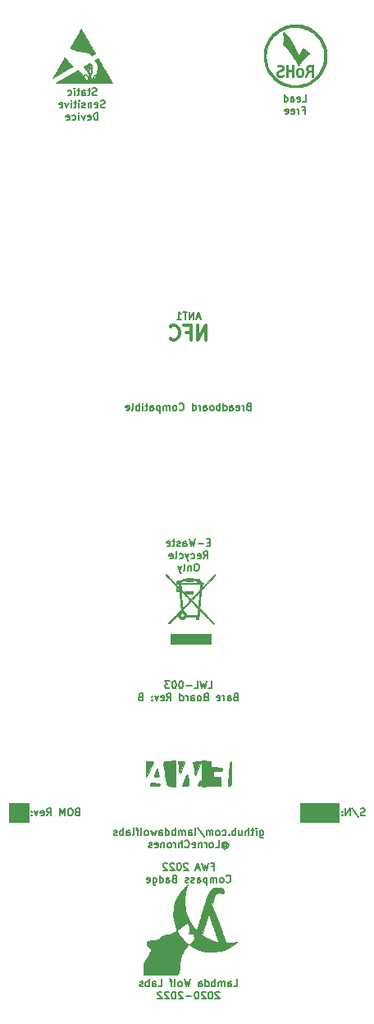
<source format=gbo>
G04 #@! TF.GenerationSoftware,KiCad,Pcbnew,(5.1.2)-2*
G04 #@! TF.CreationDate,2022-02-14T19:05:22-05:00*
G04 #@! TF.ProjectId,FWA_2022_Compass_Badge_LWL-003-E10,4657415f-3230-4323-925f-436f6d706173,B*
G04 #@! TF.SameCoordinates,Original*
G04 #@! TF.FileFunction,Legend,Bot*
G04 #@! TF.FilePolarity,Positive*
%FSLAX46Y46*%
G04 Gerber Fmt 4.6, Leading zero omitted, Abs format (unit mm)*
G04 Created by KiCad (PCBNEW (5.1.2)-2) date 2022-02-14 19:05:22*
%MOMM*%
%LPD*%
G04 APERTURE LIST*
%ADD10C,0.100000*%
%ADD11C,0.150000*%
%ADD12C,0.300000*%
%ADD13C,0.010000*%
%ADD14C,0.155000*%
G04 APERTURE END LIST*
D10*
G36*
X73500000Y-126000000D02*
G01*
X71500000Y-126000000D01*
X71500000Y-124000000D01*
X73500000Y-124000000D01*
X73500000Y-126000000D01*
G37*
X73500000Y-126000000D02*
X71500000Y-126000000D01*
X71500000Y-124000000D01*
X73500000Y-124000000D01*
X73500000Y-126000000D01*
G36*
X105500000Y-126000000D02*
G01*
X101500000Y-126000000D01*
X101500000Y-124000000D01*
X105500000Y-124000000D01*
X105500000Y-126000000D01*
G37*
X105500000Y-126000000D02*
X101500000Y-126000000D01*
X101500000Y-124000000D01*
X105500000Y-124000000D01*
X105500000Y-126000000D01*
D11*
X78500000Y-124946428D02*
X78392857Y-124982142D01*
X78357142Y-125017857D01*
X78321428Y-125089285D01*
X78321428Y-125196428D01*
X78357142Y-125267857D01*
X78392857Y-125303571D01*
X78464285Y-125339285D01*
X78750000Y-125339285D01*
X78750000Y-124589285D01*
X78500000Y-124589285D01*
X78428571Y-124625000D01*
X78392857Y-124660714D01*
X78357142Y-124732142D01*
X78357142Y-124803571D01*
X78392857Y-124875000D01*
X78428571Y-124910714D01*
X78500000Y-124946428D01*
X78750000Y-124946428D01*
X77857142Y-124589285D02*
X77714285Y-124589285D01*
X77642857Y-124625000D01*
X77571428Y-124696428D01*
X77535714Y-124839285D01*
X77535714Y-125089285D01*
X77571428Y-125232142D01*
X77642857Y-125303571D01*
X77714285Y-125339285D01*
X77857142Y-125339285D01*
X77928571Y-125303571D01*
X78000000Y-125232142D01*
X78035714Y-125089285D01*
X78035714Y-124839285D01*
X78000000Y-124696428D01*
X77928571Y-124625000D01*
X77857142Y-124589285D01*
X77214285Y-125339285D02*
X77214285Y-124589285D01*
X76964285Y-125125000D01*
X76714285Y-124589285D01*
X76714285Y-125339285D01*
X75357142Y-125339285D02*
X75607142Y-124982142D01*
X75785714Y-125339285D02*
X75785714Y-124589285D01*
X75500000Y-124589285D01*
X75428571Y-124625000D01*
X75392857Y-124660714D01*
X75357142Y-124732142D01*
X75357142Y-124839285D01*
X75392857Y-124910714D01*
X75428571Y-124946428D01*
X75500000Y-124982142D01*
X75785714Y-124982142D01*
X74750000Y-125303571D02*
X74821428Y-125339285D01*
X74964285Y-125339285D01*
X75035714Y-125303571D01*
X75071428Y-125232142D01*
X75071428Y-124946428D01*
X75035714Y-124875000D01*
X74964285Y-124839285D01*
X74821428Y-124839285D01*
X74750000Y-124875000D01*
X74714285Y-124946428D01*
X74714285Y-125017857D01*
X75071428Y-125089285D01*
X74464285Y-124839285D02*
X74285714Y-125339285D01*
X74107142Y-124839285D01*
X73821428Y-125267857D02*
X73785714Y-125303571D01*
X73821428Y-125339285D01*
X73857142Y-125303571D01*
X73821428Y-125267857D01*
X73821428Y-125339285D01*
X73821428Y-124875000D02*
X73785714Y-124910714D01*
X73821428Y-124946428D01*
X73857142Y-124910714D01*
X73821428Y-124875000D01*
X73821428Y-124946428D01*
X108178571Y-125303571D02*
X108071428Y-125339285D01*
X107892857Y-125339285D01*
X107821428Y-125303571D01*
X107785714Y-125267857D01*
X107750000Y-125196428D01*
X107750000Y-125125000D01*
X107785714Y-125053571D01*
X107821428Y-125017857D01*
X107892857Y-124982142D01*
X108035714Y-124946428D01*
X108107142Y-124910714D01*
X108142857Y-124875000D01*
X108178571Y-124803571D01*
X108178571Y-124732142D01*
X108142857Y-124660714D01*
X108107142Y-124625000D01*
X108035714Y-124589285D01*
X107857142Y-124589285D01*
X107750000Y-124625000D01*
X106892857Y-124553571D02*
X107535714Y-125517857D01*
X106642857Y-125339285D02*
X106642857Y-124589285D01*
X106214285Y-125339285D01*
X106214285Y-124589285D01*
X105857142Y-125267857D02*
X105821428Y-125303571D01*
X105857142Y-125339285D01*
X105892857Y-125303571D01*
X105857142Y-125267857D01*
X105857142Y-125339285D01*
X105857142Y-124875000D02*
X105821428Y-124910714D01*
X105857142Y-124946428D01*
X105892857Y-124910714D01*
X105857142Y-124875000D01*
X105857142Y-124946428D01*
X92035714Y-112201785D02*
X92392857Y-112201785D01*
X92392857Y-111451785D01*
X91857142Y-111451785D02*
X91678571Y-112201785D01*
X91535714Y-111666071D01*
X91392857Y-112201785D01*
X91214285Y-111451785D01*
X90571428Y-112201785D02*
X90928571Y-112201785D01*
X90928571Y-111451785D01*
X90321428Y-111916071D02*
X89750000Y-111916071D01*
X89250000Y-111451785D02*
X89178571Y-111451785D01*
X89107142Y-111487500D01*
X89071428Y-111523214D01*
X89035714Y-111594642D01*
X89000000Y-111737500D01*
X89000000Y-111916071D01*
X89035714Y-112058928D01*
X89071428Y-112130357D01*
X89107142Y-112166071D01*
X89178571Y-112201785D01*
X89250000Y-112201785D01*
X89321428Y-112166071D01*
X89357142Y-112130357D01*
X89392857Y-112058928D01*
X89428571Y-111916071D01*
X89428571Y-111737500D01*
X89392857Y-111594642D01*
X89357142Y-111523214D01*
X89321428Y-111487500D01*
X89250000Y-111451785D01*
X88535714Y-111451785D02*
X88464285Y-111451785D01*
X88392857Y-111487500D01*
X88357142Y-111523214D01*
X88321428Y-111594642D01*
X88285714Y-111737500D01*
X88285714Y-111916071D01*
X88321428Y-112058928D01*
X88357142Y-112130357D01*
X88392857Y-112166071D01*
X88464285Y-112201785D01*
X88535714Y-112201785D01*
X88607142Y-112166071D01*
X88642857Y-112130357D01*
X88678571Y-112058928D01*
X88714285Y-111916071D01*
X88714285Y-111737500D01*
X88678571Y-111594642D01*
X88642857Y-111523214D01*
X88607142Y-111487500D01*
X88535714Y-111451785D01*
X88035714Y-111451785D02*
X87571428Y-111451785D01*
X87821428Y-111737500D01*
X87714285Y-111737500D01*
X87642857Y-111773214D01*
X87607142Y-111808928D01*
X87571428Y-111880357D01*
X87571428Y-112058928D01*
X87607142Y-112130357D01*
X87642857Y-112166071D01*
X87714285Y-112201785D01*
X87928571Y-112201785D01*
X88000000Y-112166071D01*
X88035714Y-112130357D01*
X94857142Y-113083928D02*
X94750000Y-113119642D01*
X94714285Y-113155357D01*
X94678571Y-113226785D01*
X94678571Y-113333928D01*
X94714285Y-113405357D01*
X94750000Y-113441071D01*
X94821428Y-113476785D01*
X95107142Y-113476785D01*
X95107142Y-112726785D01*
X94857142Y-112726785D01*
X94785714Y-112762500D01*
X94750000Y-112798214D01*
X94714285Y-112869642D01*
X94714285Y-112941071D01*
X94750000Y-113012500D01*
X94785714Y-113048214D01*
X94857142Y-113083928D01*
X95107142Y-113083928D01*
X94035714Y-113476785D02*
X94035714Y-113083928D01*
X94071428Y-113012500D01*
X94142857Y-112976785D01*
X94285714Y-112976785D01*
X94357142Y-113012500D01*
X94035714Y-113441071D02*
X94107142Y-113476785D01*
X94285714Y-113476785D01*
X94357142Y-113441071D01*
X94392857Y-113369642D01*
X94392857Y-113298214D01*
X94357142Y-113226785D01*
X94285714Y-113191071D01*
X94107142Y-113191071D01*
X94035714Y-113155357D01*
X93678571Y-113476785D02*
X93678571Y-112976785D01*
X93678571Y-113119642D02*
X93642857Y-113048214D01*
X93607142Y-113012500D01*
X93535714Y-112976785D01*
X93464285Y-112976785D01*
X92928571Y-113441071D02*
X93000000Y-113476785D01*
X93142857Y-113476785D01*
X93214285Y-113441071D01*
X93250000Y-113369642D01*
X93250000Y-113083928D01*
X93214285Y-113012500D01*
X93142857Y-112976785D01*
X93000000Y-112976785D01*
X92928571Y-113012500D01*
X92892857Y-113083928D01*
X92892857Y-113155357D01*
X93250000Y-113226785D01*
X91750000Y-113083928D02*
X91642857Y-113119642D01*
X91607142Y-113155357D01*
X91571428Y-113226785D01*
X91571428Y-113333928D01*
X91607142Y-113405357D01*
X91642857Y-113441071D01*
X91714285Y-113476785D01*
X92000000Y-113476785D01*
X92000000Y-112726785D01*
X91750000Y-112726785D01*
X91678571Y-112762500D01*
X91642857Y-112798214D01*
X91607142Y-112869642D01*
X91607142Y-112941071D01*
X91642857Y-113012500D01*
X91678571Y-113048214D01*
X91750000Y-113083928D01*
X92000000Y-113083928D01*
X91142857Y-113476785D02*
X91214285Y-113441071D01*
X91250000Y-113405357D01*
X91285714Y-113333928D01*
X91285714Y-113119642D01*
X91250000Y-113048214D01*
X91214285Y-113012500D01*
X91142857Y-112976785D01*
X91035714Y-112976785D01*
X90964285Y-113012500D01*
X90928571Y-113048214D01*
X90892857Y-113119642D01*
X90892857Y-113333928D01*
X90928571Y-113405357D01*
X90964285Y-113441071D01*
X91035714Y-113476785D01*
X91142857Y-113476785D01*
X90250000Y-113476785D02*
X90250000Y-113083928D01*
X90285714Y-113012500D01*
X90357142Y-112976785D01*
X90500000Y-112976785D01*
X90571428Y-113012500D01*
X90250000Y-113441071D02*
X90321428Y-113476785D01*
X90500000Y-113476785D01*
X90571428Y-113441071D01*
X90607142Y-113369642D01*
X90607142Y-113298214D01*
X90571428Y-113226785D01*
X90500000Y-113191071D01*
X90321428Y-113191071D01*
X90250000Y-113155357D01*
X89892857Y-113476785D02*
X89892857Y-112976785D01*
X89892857Y-113119642D02*
X89857142Y-113048214D01*
X89821428Y-113012500D01*
X89750000Y-112976785D01*
X89678571Y-112976785D01*
X89107142Y-113476785D02*
X89107142Y-112726785D01*
X89107142Y-113441071D02*
X89178571Y-113476785D01*
X89321428Y-113476785D01*
X89392857Y-113441071D01*
X89428571Y-113405357D01*
X89464285Y-113333928D01*
X89464285Y-113119642D01*
X89428571Y-113048214D01*
X89392857Y-113012500D01*
X89321428Y-112976785D01*
X89178571Y-112976785D01*
X89107142Y-113012500D01*
X87750000Y-113476785D02*
X88000000Y-113119642D01*
X88178571Y-113476785D02*
X88178571Y-112726785D01*
X87892857Y-112726785D01*
X87821428Y-112762500D01*
X87785714Y-112798214D01*
X87750000Y-112869642D01*
X87750000Y-112976785D01*
X87785714Y-113048214D01*
X87821428Y-113083928D01*
X87892857Y-113119642D01*
X88178571Y-113119642D01*
X87142857Y-113441071D02*
X87214285Y-113476785D01*
X87357142Y-113476785D01*
X87428571Y-113441071D01*
X87464285Y-113369642D01*
X87464285Y-113083928D01*
X87428571Y-113012500D01*
X87357142Y-112976785D01*
X87214285Y-112976785D01*
X87142857Y-113012500D01*
X87107142Y-113083928D01*
X87107142Y-113155357D01*
X87464285Y-113226785D01*
X86857142Y-112976785D02*
X86678571Y-113476785D01*
X86500000Y-112976785D01*
X86214285Y-113405357D02*
X86178571Y-113441071D01*
X86214285Y-113476785D01*
X86250000Y-113441071D01*
X86214285Y-113405357D01*
X86214285Y-113476785D01*
X86214285Y-113012500D02*
X86178571Y-113048214D01*
X86214285Y-113083928D01*
X86250000Y-113048214D01*
X86214285Y-113012500D01*
X86214285Y-113083928D01*
X85035714Y-113083928D02*
X84928571Y-113119642D01*
X84892857Y-113155357D01*
X84857142Y-113226785D01*
X84857142Y-113333928D01*
X84892857Y-113405357D01*
X84928571Y-113441071D01*
X85000000Y-113476785D01*
X85285714Y-113476785D01*
X85285714Y-112726785D01*
X85035714Y-112726785D01*
X84964285Y-112762500D01*
X84928571Y-112798214D01*
X84892857Y-112869642D01*
X84892857Y-112941071D01*
X84928571Y-113012500D01*
X84964285Y-113048214D01*
X85035714Y-113083928D01*
X85285714Y-113083928D01*
X97347142Y-126861785D02*
X97347142Y-127468928D01*
X97382857Y-127540357D01*
X97418571Y-127576071D01*
X97490000Y-127611785D01*
X97597142Y-127611785D01*
X97668571Y-127576071D01*
X97347142Y-127326071D02*
X97418571Y-127361785D01*
X97561428Y-127361785D01*
X97632857Y-127326071D01*
X97668571Y-127290357D01*
X97704285Y-127218928D01*
X97704285Y-127004642D01*
X97668571Y-126933214D01*
X97632857Y-126897500D01*
X97561428Y-126861785D01*
X97418571Y-126861785D01*
X97347142Y-126897500D01*
X96990000Y-127361785D02*
X96990000Y-126861785D01*
X96990000Y-126611785D02*
X97025714Y-126647500D01*
X96990000Y-126683214D01*
X96954285Y-126647500D01*
X96990000Y-126611785D01*
X96990000Y-126683214D01*
X96740000Y-126861785D02*
X96454285Y-126861785D01*
X96632857Y-126611785D02*
X96632857Y-127254642D01*
X96597142Y-127326071D01*
X96525714Y-127361785D01*
X96454285Y-127361785D01*
X96204285Y-127361785D02*
X96204285Y-126611785D01*
X95882857Y-127361785D02*
X95882857Y-126968928D01*
X95918571Y-126897500D01*
X95990000Y-126861785D01*
X96097142Y-126861785D01*
X96168571Y-126897500D01*
X96204285Y-126933214D01*
X95204285Y-126861785D02*
X95204285Y-127361785D01*
X95525714Y-126861785D02*
X95525714Y-127254642D01*
X95490000Y-127326071D01*
X95418571Y-127361785D01*
X95311428Y-127361785D01*
X95240000Y-127326071D01*
X95204285Y-127290357D01*
X94847142Y-127361785D02*
X94847142Y-126611785D01*
X94847142Y-126897500D02*
X94775714Y-126861785D01*
X94632857Y-126861785D01*
X94561428Y-126897500D01*
X94525714Y-126933214D01*
X94490000Y-127004642D01*
X94490000Y-127218928D01*
X94525714Y-127290357D01*
X94561428Y-127326071D01*
X94632857Y-127361785D01*
X94775714Y-127361785D01*
X94847142Y-127326071D01*
X94168571Y-127290357D02*
X94132857Y-127326071D01*
X94168571Y-127361785D01*
X94204285Y-127326071D01*
X94168571Y-127290357D01*
X94168571Y-127361785D01*
X93490000Y-127326071D02*
X93561428Y-127361785D01*
X93704285Y-127361785D01*
X93775714Y-127326071D01*
X93811428Y-127290357D01*
X93847142Y-127218928D01*
X93847142Y-127004642D01*
X93811428Y-126933214D01*
X93775714Y-126897500D01*
X93704285Y-126861785D01*
X93561428Y-126861785D01*
X93490000Y-126897500D01*
X93061428Y-127361785D02*
X93132857Y-127326071D01*
X93168571Y-127290357D01*
X93204285Y-127218928D01*
X93204285Y-127004642D01*
X93168571Y-126933214D01*
X93132857Y-126897500D01*
X93061428Y-126861785D01*
X92954285Y-126861785D01*
X92882857Y-126897500D01*
X92847142Y-126933214D01*
X92811428Y-127004642D01*
X92811428Y-127218928D01*
X92847142Y-127290357D01*
X92882857Y-127326071D01*
X92954285Y-127361785D01*
X93061428Y-127361785D01*
X92489999Y-127361785D02*
X92489999Y-126861785D01*
X92489999Y-126933214D02*
X92454285Y-126897500D01*
X92382857Y-126861785D01*
X92275714Y-126861785D01*
X92204285Y-126897500D01*
X92168571Y-126968928D01*
X92168571Y-127361785D01*
X92168571Y-126968928D02*
X92132857Y-126897500D01*
X92061428Y-126861785D01*
X91954285Y-126861785D01*
X91882857Y-126897500D01*
X91847142Y-126968928D01*
X91847142Y-127361785D01*
X90954285Y-126576071D02*
X91597142Y-127540357D01*
X90597142Y-127361785D02*
X90668571Y-127326071D01*
X90704285Y-127254642D01*
X90704285Y-126611785D01*
X89989999Y-127361785D02*
X89989999Y-126968928D01*
X90025714Y-126897500D01*
X90097142Y-126861785D01*
X90239999Y-126861785D01*
X90311428Y-126897500D01*
X89989999Y-127326071D02*
X90061428Y-127361785D01*
X90239999Y-127361785D01*
X90311428Y-127326071D01*
X90347142Y-127254642D01*
X90347142Y-127183214D01*
X90311428Y-127111785D01*
X90239999Y-127076071D01*
X90061428Y-127076071D01*
X89989999Y-127040357D01*
X89632857Y-127361785D02*
X89632857Y-126861785D01*
X89632857Y-126933214D02*
X89597142Y-126897500D01*
X89525714Y-126861785D01*
X89418571Y-126861785D01*
X89347142Y-126897500D01*
X89311428Y-126968928D01*
X89311428Y-127361785D01*
X89311428Y-126968928D02*
X89275714Y-126897500D01*
X89204285Y-126861785D01*
X89097142Y-126861785D01*
X89025714Y-126897500D01*
X88990000Y-126968928D01*
X88990000Y-127361785D01*
X88632857Y-127361785D02*
X88632857Y-126611785D01*
X88632857Y-126897500D02*
X88561428Y-126861785D01*
X88418571Y-126861785D01*
X88347142Y-126897500D01*
X88311428Y-126933214D01*
X88275714Y-127004642D01*
X88275714Y-127218928D01*
X88311428Y-127290357D01*
X88347142Y-127326071D01*
X88418571Y-127361785D01*
X88561428Y-127361785D01*
X88632857Y-127326071D01*
X87632857Y-127361785D02*
X87632857Y-126611785D01*
X87632857Y-127326071D02*
X87704285Y-127361785D01*
X87847142Y-127361785D01*
X87918571Y-127326071D01*
X87954285Y-127290357D01*
X87990000Y-127218928D01*
X87990000Y-127004642D01*
X87954285Y-126933214D01*
X87918571Y-126897500D01*
X87847142Y-126861785D01*
X87704285Y-126861785D01*
X87632857Y-126897500D01*
X86954285Y-127361785D02*
X86954285Y-126968928D01*
X86990000Y-126897500D01*
X87061428Y-126861785D01*
X87204285Y-126861785D01*
X87275714Y-126897500D01*
X86954285Y-127326071D02*
X87025714Y-127361785D01*
X87204285Y-127361785D01*
X87275714Y-127326071D01*
X87311428Y-127254642D01*
X87311428Y-127183214D01*
X87275714Y-127111785D01*
X87204285Y-127076071D01*
X87025714Y-127076071D01*
X86954285Y-127040357D01*
X86668571Y-126861785D02*
X86525714Y-127361785D01*
X86382857Y-127004642D01*
X86240000Y-127361785D01*
X86097142Y-126861785D01*
X85704285Y-127361785D02*
X85775714Y-127326071D01*
X85811428Y-127290357D01*
X85847142Y-127218928D01*
X85847142Y-127004642D01*
X85811428Y-126933214D01*
X85775714Y-126897500D01*
X85704285Y-126861785D01*
X85597142Y-126861785D01*
X85525714Y-126897500D01*
X85490000Y-126933214D01*
X85454285Y-127004642D01*
X85454285Y-127218928D01*
X85490000Y-127290357D01*
X85525714Y-127326071D01*
X85597142Y-127361785D01*
X85704285Y-127361785D01*
X85025714Y-127361785D02*
X85097142Y-127326071D01*
X85132857Y-127254642D01*
X85132857Y-126611785D01*
X84847142Y-126861785D02*
X84561428Y-126861785D01*
X84740000Y-127361785D02*
X84740000Y-126718928D01*
X84704285Y-126647500D01*
X84632857Y-126611785D01*
X84561428Y-126611785D01*
X84204285Y-127361785D02*
X84275714Y-127326071D01*
X84311428Y-127254642D01*
X84311428Y-126611785D01*
X83597142Y-127361785D02*
X83597142Y-126968928D01*
X83632857Y-126897500D01*
X83704285Y-126861785D01*
X83847142Y-126861785D01*
X83918571Y-126897500D01*
X83597142Y-127326071D02*
X83668571Y-127361785D01*
X83847142Y-127361785D01*
X83918571Y-127326071D01*
X83954285Y-127254642D01*
X83954285Y-127183214D01*
X83918571Y-127111785D01*
X83847142Y-127076071D01*
X83668571Y-127076071D01*
X83597142Y-127040357D01*
X83240000Y-127361785D02*
X83240000Y-126611785D01*
X83240000Y-126897500D02*
X83168571Y-126861785D01*
X83025714Y-126861785D01*
X82954285Y-126897500D01*
X82918571Y-126933214D01*
X82882857Y-127004642D01*
X82882857Y-127218928D01*
X82918571Y-127290357D01*
X82954285Y-127326071D01*
X83025714Y-127361785D01*
X83168571Y-127361785D01*
X83240000Y-127326071D01*
X82597142Y-127326071D02*
X82525714Y-127361785D01*
X82382857Y-127361785D01*
X82311428Y-127326071D01*
X82275714Y-127254642D01*
X82275714Y-127218928D01*
X82311428Y-127147500D01*
X82382857Y-127111785D01*
X82490000Y-127111785D01*
X82561428Y-127076071D01*
X82597142Y-127004642D01*
X82597142Y-126968928D01*
X82561428Y-126897500D01*
X82490000Y-126861785D01*
X82382857Y-126861785D01*
X82311428Y-126897500D01*
X93615000Y-128279642D02*
X93650714Y-128243928D01*
X93722142Y-128208214D01*
X93793571Y-128208214D01*
X93865000Y-128243928D01*
X93900714Y-128279642D01*
X93936428Y-128351071D01*
X93936428Y-128422500D01*
X93900714Y-128493928D01*
X93865000Y-128529642D01*
X93793571Y-128565357D01*
X93722142Y-128565357D01*
X93650714Y-128529642D01*
X93615000Y-128493928D01*
X93615000Y-128208214D02*
X93615000Y-128493928D01*
X93579285Y-128529642D01*
X93543571Y-128529642D01*
X93472142Y-128493928D01*
X93436428Y-128422500D01*
X93436428Y-128243928D01*
X93507857Y-128136785D01*
X93615000Y-128065357D01*
X93757857Y-128029642D01*
X93900714Y-128065357D01*
X94007857Y-128136785D01*
X94079285Y-128243928D01*
X94115000Y-128386785D01*
X94079285Y-128529642D01*
X94007857Y-128636785D01*
X93900714Y-128708214D01*
X93757857Y-128743928D01*
X93615000Y-128708214D01*
X93507857Y-128636785D01*
X92757857Y-128636785D02*
X93115000Y-128636785D01*
X93115000Y-127886785D01*
X92400714Y-128636785D02*
X92472142Y-128601071D01*
X92507857Y-128565357D01*
X92543571Y-128493928D01*
X92543571Y-128279642D01*
X92507857Y-128208214D01*
X92472142Y-128172500D01*
X92400714Y-128136785D01*
X92293571Y-128136785D01*
X92222142Y-128172500D01*
X92186428Y-128208214D01*
X92150714Y-128279642D01*
X92150714Y-128493928D01*
X92186428Y-128565357D01*
X92222142Y-128601071D01*
X92293571Y-128636785D01*
X92400714Y-128636785D01*
X91829285Y-128636785D02*
X91829285Y-128136785D01*
X91829285Y-128279642D02*
X91793571Y-128208214D01*
X91757857Y-128172500D01*
X91686428Y-128136785D01*
X91615000Y-128136785D01*
X91365000Y-128136785D02*
X91365000Y-128636785D01*
X91365000Y-128208214D02*
X91329285Y-128172500D01*
X91257857Y-128136785D01*
X91150714Y-128136785D01*
X91079285Y-128172500D01*
X91043571Y-128243928D01*
X91043571Y-128636785D01*
X90400714Y-128601071D02*
X90472142Y-128636785D01*
X90615000Y-128636785D01*
X90686428Y-128601071D01*
X90722142Y-128529642D01*
X90722142Y-128243928D01*
X90686428Y-128172500D01*
X90615000Y-128136785D01*
X90472142Y-128136785D01*
X90400714Y-128172500D01*
X90365000Y-128243928D01*
X90365000Y-128315357D01*
X90722142Y-128386785D01*
X89615000Y-128565357D02*
X89650714Y-128601071D01*
X89757857Y-128636785D01*
X89829285Y-128636785D01*
X89936428Y-128601071D01*
X90007857Y-128529642D01*
X90043571Y-128458214D01*
X90079285Y-128315357D01*
X90079285Y-128208214D01*
X90043571Y-128065357D01*
X90007857Y-127993928D01*
X89936428Y-127922500D01*
X89829285Y-127886785D01*
X89757857Y-127886785D01*
X89650714Y-127922500D01*
X89615000Y-127958214D01*
X89293571Y-128636785D02*
X89293571Y-127886785D01*
X88972142Y-128636785D02*
X88972142Y-128243928D01*
X89007857Y-128172500D01*
X89079285Y-128136785D01*
X89186428Y-128136785D01*
X89257857Y-128172500D01*
X89293571Y-128208214D01*
X88615000Y-128636785D02*
X88615000Y-128136785D01*
X88615000Y-128279642D02*
X88579285Y-128208214D01*
X88543571Y-128172500D01*
X88472142Y-128136785D01*
X88400714Y-128136785D01*
X88043571Y-128636785D02*
X88115000Y-128601071D01*
X88150714Y-128565357D01*
X88186428Y-128493928D01*
X88186428Y-128279642D01*
X88150714Y-128208214D01*
X88115000Y-128172500D01*
X88043571Y-128136785D01*
X87936428Y-128136785D01*
X87865000Y-128172500D01*
X87829285Y-128208214D01*
X87793571Y-128279642D01*
X87793571Y-128493928D01*
X87829285Y-128565357D01*
X87865000Y-128601071D01*
X87936428Y-128636785D01*
X88043571Y-128636785D01*
X87472142Y-128136785D02*
X87472142Y-128636785D01*
X87472142Y-128208214D02*
X87436428Y-128172500D01*
X87365000Y-128136785D01*
X87257857Y-128136785D01*
X87186428Y-128172500D01*
X87150714Y-128243928D01*
X87150714Y-128636785D01*
X86507857Y-128601071D02*
X86579285Y-128636785D01*
X86722142Y-128636785D01*
X86793571Y-128601071D01*
X86829285Y-128529642D01*
X86829285Y-128243928D01*
X86793571Y-128172500D01*
X86722142Y-128136785D01*
X86579285Y-128136785D01*
X86507857Y-128172500D01*
X86472142Y-128243928D01*
X86472142Y-128315357D01*
X86829285Y-128386785D01*
X86186428Y-128601071D02*
X86115000Y-128636785D01*
X85972142Y-128636785D01*
X85900714Y-128601071D01*
X85865000Y-128529642D01*
X85865000Y-128493928D01*
X85900714Y-128422500D01*
X85972142Y-128386785D01*
X86079285Y-128386785D01*
X86150714Y-128351071D01*
X86186428Y-128279642D01*
X86186428Y-128243928D01*
X86150714Y-128172500D01*
X86079285Y-128136785D01*
X85972142Y-128136785D01*
X85900714Y-128172500D01*
X96196428Y-83146428D02*
X96089285Y-83182142D01*
X96053571Y-83217857D01*
X96017857Y-83289285D01*
X96017857Y-83396428D01*
X96053571Y-83467857D01*
X96089285Y-83503571D01*
X96160714Y-83539285D01*
X96446428Y-83539285D01*
X96446428Y-82789285D01*
X96196428Y-82789285D01*
X96125000Y-82825000D01*
X96089285Y-82860714D01*
X96053571Y-82932142D01*
X96053571Y-83003571D01*
X96089285Y-83075000D01*
X96125000Y-83110714D01*
X96196428Y-83146428D01*
X96446428Y-83146428D01*
X95696428Y-83539285D02*
X95696428Y-83039285D01*
X95696428Y-83182142D02*
X95660714Y-83110714D01*
X95625000Y-83075000D01*
X95553571Y-83039285D01*
X95482142Y-83039285D01*
X94946428Y-83503571D02*
X95017857Y-83539285D01*
X95160714Y-83539285D01*
X95232142Y-83503571D01*
X95267857Y-83432142D01*
X95267857Y-83146428D01*
X95232142Y-83075000D01*
X95160714Y-83039285D01*
X95017857Y-83039285D01*
X94946428Y-83075000D01*
X94910714Y-83146428D01*
X94910714Y-83217857D01*
X95267857Y-83289285D01*
X94267857Y-83539285D02*
X94267857Y-83146428D01*
X94303571Y-83075000D01*
X94375000Y-83039285D01*
X94517857Y-83039285D01*
X94589285Y-83075000D01*
X94267857Y-83503571D02*
X94339285Y-83539285D01*
X94517857Y-83539285D01*
X94589285Y-83503571D01*
X94625000Y-83432142D01*
X94625000Y-83360714D01*
X94589285Y-83289285D01*
X94517857Y-83253571D01*
X94339285Y-83253571D01*
X94267857Y-83217857D01*
X93589285Y-83539285D02*
X93589285Y-82789285D01*
X93589285Y-83503571D02*
X93660714Y-83539285D01*
X93803571Y-83539285D01*
X93875000Y-83503571D01*
X93910714Y-83467857D01*
X93946428Y-83396428D01*
X93946428Y-83182142D01*
X93910714Y-83110714D01*
X93875000Y-83075000D01*
X93803571Y-83039285D01*
X93660714Y-83039285D01*
X93589285Y-83075000D01*
X93232142Y-83539285D02*
X93232142Y-82789285D01*
X93232142Y-83075000D02*
X93160714Y-83039285D01*
X93017857Y-83039285D01*
X92946428Y-83075000D01*
X92910714Y-83110714D01*
X92875000Y-83182142D01*
X92875000Y-83396428D01*
X92910714Y-83467857D01*
X92946428Y-83503571D01*
X93017857Y-83539285D01*
X93160714Y-83539285D01*
X93232142Y-83503571D01*
X92446428Y-83539285D02*
X92517857Y-83503571D01*
X92553571Y-83467857D01*
X92589285Y-83396428D01*
X92589285Y-83182142D01*
X92553571Y-83110714D01*
X92517857Y-83075000D01*
X92446428Y-83039285D01*
X92339285Y-83039285D01*
X92267857Y-83075000D01*
X92232142Y-83110714D01*
X92196428Y-83182142D01*
X92196428Y-83396428D01*
X92232142Y-83467857D01*
X92267857Y-83503571D01*
X92339285Y-83539285D01*
X92446428Y-83539285D01*
X91553571Y-83539285D02*
X91553571Y-83146428D01*
X91589285Y-83075000D01*
X91660714Y-83039285D01*
X91803571Y-83039285D01*
X91875000Y-83075000D01*
X91553571Y-83503571D02*
X91625000Y-83539285D01*
X91803571Y-83539285D01*
X91875000Y-83503571D01*
X91910714Y-83432142D01*
X91910714Y-83360714D01*
X91875000Y-83289285D01*
X91803571Y-83253571D01*
X91625000Y-83253571D01*
X91553571Y-83217857D01*
X91196428Y-83539285D02*
X91196428Y-83039285D01*
X91196428Y-83182142D02*
X91160714Y-83110714D01*
X91125000Y-83075000D01*
X91053571Y-83039285D01*
X90982142Y-83039285D01*
X90410714Y-83539285D02*
X90410714Y-82789285D01*
X90410714Y-83503571D02*
X90482142Y-83539285D01*
X90625000Y-83539285D01*
X90696428Y-83503571D01*
X90732142Y-83467857D01*
X90767857Y-83396428D01*
X90767857Y-83182142D01*
X90732142Y-83110714D01*
X90696428Y-83075000D01*
X90625000Y-83039285D01*
X90482142Y-83039285D01*
X90410714Y-83075000D01*
X89053571Y-83467857D02*
X89089285Y-83503571D01*
X89196428Y-83539285D01*
X89267857Y-83539285D01*
X89375000Y-83503571D01*
X89446428Y-83432142D01*
X89482142Y-83360714D01*
X89517857Y-83217857D01*
X89517857Y-83110714D01*
X89482142Y-82967857D01*
X89446428Y-82896428D01*
X89375000Y-82825000D01*
X89267857Y-82789285D01*
X89196428Y-82789285D01*
X89089285Y-82825000D01*
X89053571Y-82860714D01*
X88625000Y-83539285D02*
X88696428Y-83503571D01*
X88732142Y-83467857D01*
X88767857Y-83396428D01*
X88767857Y-83182142D01*
X88732142Y-83110714D01*
X88696428Y-83075000D01*
X88625000Y-83039285D01*
X88517857Y-83039285D01*
X88446428Y-83075000D01*
X88410714Y-83110714D01*
X88375000Y-83182142D01*
X88375000Y-83396428D01*
X88410714Y-83467857D01*
X88446428Y-83503571D01*
X88517857Y-83539285D01*
X88625000Y-83539285D01*
X88053571Y-83539285D02*
X88053571Y-83039285D01*
X88053571Y-83110714D02*
X88017857Y-83075000D01*
X87946428Y-83039285D01*
X87839285Y-83039285D01*
X87767857Y-83075000D01*
X87732142Y-83146428D01*
X87732142Y-83539285D01*
X87732142Y-83146428D02*
X87696428Y-83075000D01*
X87625000Y-83039285D01*
X87517857Y-83039285D01*
X87446428Y-83075000D01*
X87410714Y-83146428D01*
X87410714Y-83539285D01*
X87053571Y-83039285D02*
X87053571Y-83789285D01*
X87053571Y-83075000D02*
X86982142Y-83039285D01*
X86839285Y-83039285D01*
X86767857Y-83075000D01*
X86732142Y-83110714D01*
X86696428Y-83182142D01*
X86696428Y-83396428D01*
X86732142Y-83467857D01*
X86767857Y-83503571D01*
X86839285Y-83539285D01*
X86982142Y-83539285D01*
X87053571Y-83503571D01*
X86053571Y-83539285D02*
X86053571Y-83146428D01*
X86089285Y-83075000D01*
X86160714Y-83039285D01*
X86303571Y-83039285D01*
X86375000Y-83075000D01*
X86053571Y-83503571D02*
X86125000Y-83539285D01*
X86303571Y-83539285D01*
X86375000Y-83503571D01*
X86410714Y-83432142D01*
X86410714Y-83360714D01*
X86375000Y-83289285D01*
X86303571Y-83253571D01*
X86125000Y-83253571D01*
X86053571Y-83217857D01*
X85803571Y-83039285D02*
X85517857Y-83039285D01*
X85696428Y-82789285D02*
X85696428Y-83432142D01*
X85660714Y-83503571D01*
X85589285Y-83539285D01*
X85517857Y-83539285D01*
X85267857Y-83539285D02*
X85267857Y-83039285D01*
X85267857Y-82789285D02*
X85303571Y-82825000D01*
X85267857Y-82860714D01*
X85232142Y-82825000D01*
X85267857Y-82789285D01*
X85267857Y-82860714D01*
X84910714Y-83539285D02*
X84910714Y-82789285D01*
X84910714Y-83075000D02*
X84839285Y-83039285D01*
X84696428Y-83039285D01*
X84625000Y-83075000D01*
X84589285Y-83110714D01*
X84553571Y-83182142D01*
X84553571Y-83396428D01*
X84589285Y-83467857D01*
X84625000Y-83503571D01*
X84696428Y-83539285D01*
X84839285Y-83539285D01*
X84910714Y-83503571D01*
X84125000Y-83539285D02*
X84196428Y-83503571D01*
X84232142Y-83432142D01*
X84232142Y-82789285D01*
X83553571Y-83503571D02*
X83625000Y-83539285D01*
X83767857Y-83539285D01*
X83839285Y-83503571D01*
X83875000Y-83432142D01*
X83875000Y-83146428D01*
X83839285Y-83075000D01*
X83767857Y-83039285D01*
X83625000Y-83039285D01*
X83553571Y-83075000D01*
X83517857Y-83146428D01*
X83517857Y-83217857D01*
X83875000Y-83289285D01*
D12*
X91821428Y-76278571D02*
X91821428Y-74778571D01*
X90964285Y-76278571D01*
X90964285Y-74778571D01*
X89750000Y-75492857D02*
X90250000Y-75492857D01*
X90250000Y-76278571D02*
X90250000Y-74778571D01*
X89535714Y-74778571D01*
X88107142Y-76135714D02*
X88178571Y-76207142D01*
X88392857Y-76278571D01*
X88535714Y-76278571D01*
X88750000Y-76207142D01*
X88892857Y-76064285D01*
X88964285Y-75921428D01*
X89035714Y-75635714D01*
X89035714Y-75421428D01*
X88964285Y-75135714D01*
X88892857Y-74992857D01*
X88750000Y-74850000D01*
X88535714Y-74778571D01*
X88392857Y-74778571D01*
X88178571Y-74850000D01*
X88107142Y-74921428D01*
D11*
X92232142Y-97171428D02*
X91982142Y-97171428D01*
X91875000Y-97564285D02*
X92232142Y-97564285D01*
X92232142Y-96814285D01*
X91875000Y-96814285D01*
X91553571Y-97278571D02*
X90982142Y-97278571D01*
X90696428Y-96814285D02*
X90517857Y-97564285D01*
X90375000Y-97028571D01*
X90232142Y-97564285D01*
X90053571Y-96814285D01*
X89446428Y-97564285D02*
X89446428Y-97171428D01*
X89482142Y-97100000D01*
X89553571Y-97064285D01*
X89696428Y-97064285D01*
X89767857Y-97100000D01*
X89446428Y-97528571D02*
X89517857Y-97564285D01*
X89696428Y-97564285D01*
X89767857Y-97528571D01*
X89803571Y-97457142D01*
X89803571Y-97385714D01*
X89767857Y-97314285D01*
X89696428Y-97278571D01*
X89517857Y-97278571D01*
X89446428Y-97242857D01*
X89125000Y-97528571D02*
X89053571Y-97564285D01*
X88910714Y-97564285D01*
X88839285Y-97528571D01*
X88803571Y-97457142D01*
X88803571Y-97421428D01*
X88839285Y-97350000D01*
X88910714Y-97314285D01*
X89017857Y-97314285D01*
X89089285Y-97278571D01*
X89125000Y-97207142D01*
X89125000Y-97171428D01*
X89089285Y-97100000D01*
X89017857Y-97064285D01*
X88910714Y-97064285D01*
X88839285Y-97100000D01*
X88589285Y-97064285D02*
X88303571Y-97064285D01*
X88482142Y-96814285D02*
X88482142Y-97457142D01*
X88446428Y-97528571D01*
X88375000Y-97564285D01*
X88303571Y-97564285D01*
X87767857Y-97528571D02*
X87839285Y-97564285D01*
X87982142Y-97564285D01*
X88053571Y-97528571D01*
X88089285Y-97457142D01*
X88089285Y-97171428D01*
X88053571Y-97100000D01*
X87982142Y-97064285D01*
X87839285Y-97064285D01*
X87767857Y-97100000D01*
X87732142Y-97171428D01*
X87732142Y-97242857D01*
X88089285Y-97314285D01*
X91535714Y-98839285D02*
X91785714Y-98482142D01*
X91964285Y-98839285D02*
X91964285Y-98089285D01*
X91678571Y-98089285D01*
X91607142Y-98125000D01*
X91571428Y-98160714D01*
X91535714Y-98232142D01*
X91535714Y-98339285D01*
X91571428Y-98410714D01*
X91607142Y-98446428D01*
X91678571Y-98482142D01*
X91964285Y-98482142D01*
X90928571Y-98803571D02*
X91000000Y-98839285D01*
X91142857Y-98839285D01*
X91214285Y-98803571D01*
X91250000Y-98732142D01*
X91250000Y-98446428D01*
X91214285Y-98375000D01*
X91142857Y-98339285D01*
X91000000Y-98339285D01*
X90928571Y-98375000D01*
X90892857Y-98446428D01*
X90892857Y-98517857D01*
X91250000Y-98589285D01*
X90250000Y-98803571D02*
X90321428Y-98839285D01*
X90464285Y-98839285D01*
X90535714Y-98803571D01*
X90571428Y-98767857D01*
X90607142Y-98696428D01*
X90607142Y-98482142D01*
X90571428Y-98410714D01*
X90535714Y-98375000D01*
X90464285Y-98339285D01*
X90321428Y-98339285D01*
X90250000Y-98375000D01*
X90000000Y-98339285D02*
X89821428Y-98839285D01*
X89642857Y-98339285D02*
X89821428Y-98839285D01*
X89892857Y-99017857D01*
X89928571Y-99053571D01*
X90000000Y-99089285D01*
X89035714Y-98803571D02*
X89107142Y-98839285D01*
X89250000Y-98839285D01*
X89321428Y-98803571D01*
X89357142Y-98767857D01*
X89392857Y-98696428D01*
X89392857Y-98482142D01*
X89357142Y-98410714D01*
X89321428Y-98375000D01*
X89250000Y-98339285D01*
X89107142Y-98339285D01*
X89035714Y-98375000D01*
X88607142Y-98839285D02*
X88678571Y-98803571D01*
X88714285Y-98732142D01*
X88714285Y-98089285D01*
X88035714Y-98803571D02*
X88107142Y-98839285D01*
X88250000Y-98839285D01*
X88321428Y-98803571D01*
X88357142Y-98732142D01*
X88357142Y-98446428D01*
X88321428Y-98375000D01*
X88250000Y-98339285D01*
X88107142Y-98339285D01*
X88035714Y-98375000D01*
X88000000Y-98446428D01*
X88000000Y-98517857D01*
X88357142Y-98589285D01*
X90892857Y-99364285D02*
X90750000Y-99364285D01*
X90678571Y-99400000D01*
X90607142Y-99471428D01*
X90571428Y-99614285D01*
X90571428Y-99864285D01*
X90607142Y-100007142D01*
X90678571Y-100078571D01*
X90750000Y-100114285D01*
X90892857Y-100114285D01*
X90964285Y-100078571D01*
X91035714Y-100007142D01*
X91071428Y-99864285D01*
X91071428Y-99614285D01*
X91035714Y-99471428D01*
X90964285Y-99400000D01*
X90892857Y-99364285D01*
X90250000Y-99614285D02*
X90250000Y-100114285D01*
X90250000Y-99685714D02*
X90214285Y-99650000D01*
X90142857Y-99614285D01*
X90035714Y-99614285D01*
X89964285Y-99650000D01*
X89928571Y-99721428D01*
X89928571Y-100114285D01*
X89464285Y-100114285D02*
X89535714Y-100078571D01*
X89571428Y-100007142D01*
X89571428Y-99364285D01*
X89250000Y-99614285D02*
X89071428Y-100114285D01*
X88892857Y-99614285D02*
X89071428Y-100114285D01*
X89142857Y-100292857D01*
X89178571Y-100328571D01*
X89250000Y-100364285D01*
X101767857Y-51701785D02*
X102125000Y-51701785D01*
X102125000Y-50951785D01*
X101232142Y-51666071D02*
X101303571Y-51701785D01*
X101446428Y-51701785D01*
X101517857Y-51666071D01*
X101553571Y-51594642D01*
X101553571Y-51308928D01*
X101517857Y-51237500D01*
X101446428Y-51201785D01*
X101303571Y-51201785D01*
X101232142Y-51237500D01*
X101196428Y-51308928D01*
X101196428Y-51380357D01*
X101553571Y-51451785D01*
X100553571Y-51701785D02*
X100553571Y-51308928D01*
X100589285Y-51237500D01*
X100660714Y-51201785D01*
X100803571Y-51201785D01*
X100875000Y-51237500D01*
X100553571Y-51666071D02*
X100625000Y-51701785D01*
X100803571Y-51701785D01*
X100875000Y-51666071D01*
X100910714Y-51594642D01*
X100910714Y-51523214D01*
X100875000Y-51451785D01*
X100803571Y-51416071D01*
X100625000Y-51416071D01*
X100553571Y-51380357D01*
X99875000Y-51701785D02*
X99875000Y-50951785D01*
X99875000Y-51666071D02*
X99946428Y-51701785D01*
X100089285Y-51701785D01*
X100160714Y-51666071D01*
X100196428Y-51630357D01*
X100232142Y-51558928D01*
X100232142Y-51344642D01*
X100196428Y-51273214D01*
X100160714Y-51237500D01*
X100089285Y-51201785D01*
X99946428Y-51201785D01*
X99875000Y-51237500D01*
X101767857Y-52583928D02*
X102017857Y-52583928D01*
X102017857Y-52976785D02*
X102017857Y-52226785D01*
X101660714Y-52226785D01*
X101375000Y-52976785D02*
X101375000Y-52476785D01*
X101375000Y-52619642D02*
X101339285Y-52548214D01*
X101303571Y-52512500D01*
X101232142Y-52476785D01*
X101160714Y-52476785D01*
X100625000Y-52941071D02*
X100696428Y-52976785D01*
X100839285Y-52976785D01*
X100910714Y-52941071D01*
X100946428Y-52869642D01*
X100946428Y-52583928D01*
X100910714Y-52512500D01*
X100839285Y-52476785D01*
X100696428Y-52476785D01*
X100625000Y-52512500D01*
X100589285Y-52583928D01*
X100589285Y-52655357D01*
X100946428Y-52726785D01*
X99982142Y-52941071D02*
X100053571Y-52976785D01*
X100196428Y-52976785D01*
X100267857Y-52941071D01*
X100303571Y-52869642D01*
X100303571Y-52583928D01*
X100267857Y-52512500D01*
X100196428Y-52476785D01*
X100053571Y-52476785D01*
X99982142Y-52512500D01*
X99946428Y-52583928D01*
X99946428Y-52655357D01*
X100303571Y-52726785D01*
X80482142Y-51028571D02*
X80375000Y-51064285D01*
X80196428Y-51064285D01*
X80125000Y-51028571D01*
X80089285Y-50992857D01*
X80053571Y-50921428D01*
X80053571Y-50850000D01*
X80089285Y-50778571D01*
X80125000Y-50742857D01*
X80196428Y-50707142D01*
X80339285Y-50671428D01*
X80410714Y-50635714D01*
X80446428Y-50600000D01*
X80482142Y-50528571D01*
X80482142Y-50457142D01*
X80446428Y-50385714D01*
X80410714Y-50350000D01*
X80339285Y-50314285D01*
X80160714Y-50314285D01*
X80053571Y-50350000D01*
X79839285Y-50564285D02*
X79553571Y-50564285D01*
X79732142Y-50314285D02*
X79732142Y-50957142D01*
X79696428Y-51028571D01*
X79625000Y-51064285D01*
X79553571Y-51064285D01*
X78982142Y-51064285D02*
X78982142Y-50671428D01*
X79017857Y-50600000D01*
X79089285Y-50564285D01*
X79232142Y-50564285D01*
X79303571Y-50600000D01*
X78982142Y-51028571D02*
X79053571Y-51064285D01*
X79232142Y-51064285D01*
X79303571Y-51028571D01*
X79339285Y-50957142D01*
X79339285Y-50885714D01*
X79303571Y-50814285D01*
X79232142Y-50778571D01*
X79053571Y-50778571D01*
X78982142Y-50742857D01*
X78732142Y-50564285D02*
X78446428Y-50564285D01*
X78625000Y-50314285D02*
X78625000Y-50957142D01*
X78589285Y-51028571D01*
X78517857Y-51064285D01*
X78446428Y-51064285D01*
X78196428Y-51064285D02*
X78196428Y-50564285D01*
X78196428Y-50314285D02*
X78232142Y-50350000D01*
X78196428Y-50385714D01*
X78160714Y-50350000D01*
X78196428Y-50314285D01*
X78196428Y-50385714D01*
X77517857Y-51028571D02*
X77589285Y-51064285D01*
X77732142Y-51064285D01*
X77803571Y-51028571D01*
X77839285Y-50992857D01*
X77875000Y-50921428D01*
X77875000Y-50707142D01*
X77839285Y-50635714D01*
X77803571Y-50600000D01*
X77732142Y-50564285D01*
X77589285Y-50564285D01*
X77517857Y-50600000D01*
X81357142Y-52303571D02*
X81250000Y-52339285D01*
X81071428Y-52339285D01*
X81000000Y-52303571D01*
X80964285Y-52267857D01*
X80928571Y-52196428D01*
X80928571Y-52125000D01*
X80964285Y-52053571D01*
X81000000Y-52017857D01*
X81071428Y-51982142D01*
X81214285Y-51946428D01*
X81285714Y-51910714D01*
X81321428Y-51875000D01*
X81357142Y-51803571D01*
X81357142Y-51732142D01*
X81321428Y-51660714D01*
X81285714Y-51625000D01*
X81214285Y-51589285D01*
X81035714Y-51589285D01*
X80928571Y-51625000D01*
X80321428Y-52303571D02*
X80392857Y-52339285D01*
X80535714Y-52339285D01*
X80607142Y-52303571D01*
X80642857Y-52232142D01*
X80642857Y-51946428D01*
X80607142Y-51875000D01*
X80535714Y-51839285D01*
X80392857Y-51839285D01*
X80321428Y-51875000D01*
X80285714Y-51946428D01*
X80285714Y-52017857D01*
X80642857Y-52089285D01*
X79964285Y-51839285D02*
X79964285Y-52339285D01*
X79964285Y-51910714D02*
X79928571Y-51875000D01*
X79857142Y-51839285D01*
X79750000Y-51839285D01*
X79678571Y-51875000D01*
X79642857Y-51946428D01*
X79642857Y-52339285D01*
X79321428Y-52303571D02*
X79250000Y-52339285D01*
X79107142Y-52339285D01*
X79035714Y-52303571D01*
X79000000Y-52232142D01*
X79000000Y-52196428D01*
X79035714Y-52125000D01*
X79107142Y-52089285D01*
X79214285Y-52089285D01*
X79285714Y-52053571D01*
X79321428Y-51982142D01*
X79321428Y-51946428D01*
X79285714Y-51875000D01*
X79214285Y-51839285D01*
X79107142Y-51839285D01*
X79035714Y-51875000D01*
X78678571Y-52339285D02*
X78678571Y-51839285D01*
X78678571Y-51589285D02*
X78714285Y-51625000D01*
X78678571Y-51660714D01*
X78642857Y-51625000D01*
X78678571Y-51589285D01*
X78678571Y-51660714D01*
X78428571Y-51839285D02*
X78142857Y-51839285D01*
X78321428Y-51589285D02*
X78321428Y-52232142D01*
X78285714Y-52303571D01*
X78214285Y-52339285D01*
X78142857Y-52339285D01*
X77892857Y-52339285D02*
X77892857Y-51839285D01*
X77892857Y-51589285D02*
X77928571Y-51625000D01*
X77892857Y-51660714D01*
X77857142Y-51625000D01*
X77892857Y-51589285D01*
X77892857Y-51660714D01*
X77607142Y-51839285D02*
X77428571Y-52339285D01*
X77250000Y-51839285D01*
X76678571Y-52303571D02*
X76750000Y-52339285D01*
X76892857Y-52339285D01*
X76964285Y-52303571D01*
X77000000Y-52232142D01*
X77000000Y-51946428D01*
X76964285Y-51875000D01*
X76892857Y-51839285D01*
X76750000Y-51839285D01*
X76678571Y-51875000D01*
X76642857Y-51946428D01*
X76642857Y-52017857D01*
X77000000Y-52089285D01*
X80625000Y-53614285D02*
X80625000Y-52864285D01*
X80446428Y-52864285D01*
X80339285Y-52900000D01*
X80267857Y-52971428D01*
X80232142Y-53042857D01*
X80196428Y-53185714D01*
X80196428Y-53292857D01*
X80232142Y-53435714D01*
X80267857Y-53507142D01*
X80339285Y-53578571D01*
X80446428Y-53614285D01*
X80625000Y-53614285D01*
X79589285Y-53578571D02*
X79660714Y-53614285D01*
X79803571Y-53614285D01*
X79875000Y-53578571D01*
X79910714Y-53507142D01*
X79910714Y-53221428D01*
X79875000Y-53150000D01*
X79803571Y-53114285D01*
X79660714Y-53114285D01*
X79589285Y-53150000D01*
X79553571Y-53221428D01*
X79553571Y-53292857D01*
X79910714Y-53364285D01*
X79303571Y-53114285D02*
X79125000Y-53614285D01*
X78946428Y-53114285D01*
X78660714Y-53614285D02*
X78660714Y-53114285D01*
X78660714Y-52864285D02*
X78696428Y-52900000D01*
X78660714Y-52935714D01*
X78625000Y-52900000D01*
X78660714Y-52864285D01*
X78660714Y-52935714D01*
X77982142Y-53578571D02*
X78053571Y-53614285D01*
X78196428Y-53614285D01*
X78267857Y-53578571D01*
X78303571Y-53542857D01*
X78339285Y-53471428D01*
X78339285Y-53257142D01*
X78303571Y-53185714D01*
X78267857Y-53150000D01*
X78196428Y-53114285D01*
X78053571Y-53114285D01*
X77982142Y-53150000D01*
X77375000Y-53578571D02*
X77446428Y-53614285D01*
X77589285Y-53614285D01*
X77660714Y-53578571D01*
X77696428Y-53507142D01*
X77696428Y-53221428D01*
X77660714Y-53150000D01*
X77589285Y-53114285D01*
X77446428Y-53114285D01*
X77375000Y-53150000D01*
X77339285Y-53221428D01*
X77339285Y-53292857D01*
X77696428Y-53364285D01*
X92357142Y-130558928D02*
X92607142Y-130558928D01*
X92607142Y-130951785D02*
X92607142Y-130201785D01*
X92250000Y-130201785D01*
X92035714Y-130201785D02*
X91857142Y-130951785D01*
X91714285Y-130416071D01*
X91571428Y-130951785D01*
X91392857Y-130201785D01*
X91142857Y-130737500D02*
X90785714Y-130737500D01*
X91214285Y-130951785D02*
X90964285Y-130201785D01*
X90714285Y-130951785D01*
X89928571Y-130273214D02*
X89892857Y-130237500D01*
X89821428Y-130201785D01*
X89642857Y-130201785D01*
X89571428Y-130237500D01*
X89535714Y-130273214D01*
X89500000Y-130344642D01*
X89500000Y-130416071D01*
X89535714Y-130523214D01*
X89964285Y-130951785D01*
X89500000Y-130951785D01*
X89035714Y-130201785D02*
X88964285Y-130201785D01*
X88892857Y-130237500D01*
X88857142Y-130273214D01*
X88821428Y-130344642D01*
X88785714Y-130487500D01*
X88785714Y-130666071D01*
X88821428Y-130808928D01*
X88857142Y-130880357D01*
X88892857Y-130916071D01*
X88964285Y-130951785D01*
X89035714Y-130951785D01*
X89107142Y-130916071D01*
X89142857Y-130880357D01*
X89178571Y-130808928D01*
X89214285Y-130666071D01*
X89214285Y-130487500D01*
X89178571Y-130344642D01*
X89142857Y-130273214D01*
X89107142Y-130237500D01*
X89035714Y-130201785D01*
X88500000Y-130273214D02*
X88464285Y-130237500D01*
X88392857Y-130201785D01*
X88214285Y-130201785D01*
X88142857Y-130237500D01*
X88107142Y-130273214D01*
X88071428Y-130344642D01*
X88071428Y-130416071D01*
X88107142Y-130523214D01*
X88535714Y-130951785D01*
X88071428Y-130951785D01*
X87785714Y-130273214D02*
X87750000Y-130237500D01*
X87678571Y-130201785D01*
X87500000Y-130201785D01*
X87428571Y-130237500D01*
X87392857Y-130273214D01*
X87357142Y-130344642D01*
X87357142Y-130416071D01*
X87392857Y-130523214D01*
X87821428Y-130951785D01*
X87357142Y-130951785D01*
X93892857Y-132155357D02*
X93928571Y-132191071D01*
X94035714Y-132226785D01*
X94107142Y-132226785D01*
X94214285Y-132191071D01*
X94285714Y-132119642D01*
X94321428Y-132048214D01*
X94357142Y-131905357D01*
X94357142Y-131798214D01*
X94321428Y-131655357D01*
X94285714Y-131583928D01*
X94214285Y-131512500D01*
X94107142Y-131476785D01*
X94035714Y-131476785D01*
X93928571Y-131512500D01*
X93892857Y-131548214D01*
X93464285Y-132226785D02*
X93535714Y-132191071D01*
X93571428Y-132155357D01*
X93607142Y-132083928D01*
X93607142Y-131869642D01*
X93571428Y-131798214D01*
X93535714Y-131762500D01*
X93464285Y-131726785D01*
X93357142Y-131726785D01*
X93285714Y-131762500D01*
X93250000Y-131798214D01*
X93214285Y-131869642D01*
X93214285Y-132083928D01*
X93250000Y-132155357D01*
X93285714Y-132191071D01*
X93357142Y-132226785D01*
X93464285Y-132226785D01*
X92892857Y-132226785D02*
X92892857Y-131726785D01*
X92892857Y-131798214D02*
X92857142Y-131762500D01*
X92785714Y-131726785D01*
X92678571Y-131726785D01*
X92607142Y-131762500D01*
X92571428Y-131833928D01*
X92571428Y-132226785D01*
X92571428Y-131833928D02*
X92535714Y-131762500D01*
X92464285Y-131726785D01*
X92357142Y-131726785D01*
X92285714Y-131762500D01*
X92250000Y-131833928D01*
X92250000Y-132226785D01*
X91892857Y-131726785D02*
X91892857Y-132476785D01*
X91892857Y-131762500D02*
X91821428Y-131726785D01*
X91678571Y-131726785D01*
X91607142Y-131762500D01*
X91571428Y-131798214D01*
X91535714Y-131869642D01*
X91535714Y-132083928D01*
X91571428Y-132155357D01*
X91607142Y-132191071D01*
X91678571Y-132226785D01*
X91821428Y-132226785D01*
X91892857Y-132191071D01*
X90892857Y-132226785D02*
X90892857Y-131833928D01*
X90928571Y-131762500D01*
X91000000Y-131726785D01*
X91142857Y-131726785D01*
X91214285Y-131762500D01*
X90892857Y-132191071D02*
X90964285Y-132226785D01*
X91142857Y-132226785D01*
X91214285Y-132191071D01*
X91250000Y-132119642D01*
X91250000Y-132048214D01*
X91214285Y-131976785D01*
X91142857Y-131941071D01*
X90964285Y-131941071D01*
X90892857Y-131905357D01*
X90571428Y-132191071D02*
X90500000Y-132226785D01*
X90357142Y-132226785D01*
X90285714Y-132191071D01*
X90250000Y-132119642D01*
X90250000Y-132083928D01*
X90285714Y-132012500D01*
X90357142Y-131976785D01*
X90464285Y-131976785D01*
X90535714Y-131941071D01*
X90571428Y-131869642D01*
X90571428Y-131833928D01*
X90535714Y-131762500D01*
X90464285Y-131726785D01*
X90357142Y-131726785D01*
X90285714Y-131762500D01*
X89964285Y-132191071D02*
X89892857Y-132226785D01*
X89750000Y-132226785D01*
X89678571Y-132191071D01*
X89642857Y-132119642D01*
X89642857Y-132083928D01*
X89678571Y-132012500D01*
X89750000Y-131976785D01*
X89857142Y-131976785D01*
X89928571Y-131941071D01*
X89964285Y-131869642D01*
X89964285Y-131833928D01*
X89928571Y-131762500D01*
X89857142Y-131726785D01*
X89750000Y-131726785D01*
X89678571Y-131762500D01*
X88500000Y-131833928D02*
X88392857Y-131869642D01*
X88357142Y-131905357D01*
X88321428Y-131976785D01*
X88321428Y-132083928D01*
X88357142Y-132155357D01*
X88392857Y-132191071D01*
X88464285Y-132226785D01*
X88750000Y-132226785D01*
X88750000Y-131476785D01*
X88500000Y-131476785D01*
X88428571Y-131512500D01*
X88392857Y-131548214D01*
X88357142Y-131619642D01*
X88357142Y-131691071D01*
X88392857Y-131762500D01*
X88428571Y-131798214D01*
X88500000Y-131833928D01*
X88750000Y-131833928D01*
X87678571Y-132226785D02*
X87678571Y-131833928D01*
X87714285Y-131762500D01*
X87785714Y-131726785D01*
X87928571Y-131726785D01*
X88000000Y-131762500D01*
X87678571Y-132191071D02*
X87750000Y-132226785D01*
X87928571Y-132226785D01*
X88000000Y-132191071D01*
X88035714Y-132119642D01*
X88035714Y-132048214D01*
X88000000Y-131976785D01*
X87928571Y-131941071D01*
X87750000Y-131941071D01*
X87678571Y-131905357D01*
X87000000Y-132226785D02*
X87000000Y-131476785D01*
X87000000Y-132191071D02*
X87071428Y-132226785D01*
X87214285Y-132226785D01*
X87285714Y-132191071D01*
X87321428Y-132155357D01*
X87357142Y-132083928D01*
X87357142Y-131869642D01*
X87321428Y-131798214D01*
X87285714Y-131762500D01*
X87214285Y-131726785D01*
X87071428Y-131726785D01*
X87000000Y-131762500D01*
X86321428Y-131726785D02*
X86321428Y-132333928D01*
X86357142Y-132405357D01*
X86392857Y-132441071D01*
X86464285Y-132476785D01*
X86571428Y-132476785D01*
X86642857Y-132441071D01*
X86321428Y-132191071D02*
X86392857Y-132226785D01*
X86535714Y-132226785D01*
X86607142Y-132191071D01*
X86642857Y-132155357D01*
X86678571Y-132083928D01*
X86678571Y-131869642D01*
X86642857Y-131798214D01*
X86607142Y-131762500D01*
X86535714Y-131726785D01*
X86392857Y-131726785D01*
X86321428Y-131762500D01*
X85678571Y-132191071D02*
X85750000Y-132226785D01*
X85892857Y-132226785D01*
X85964285Y-132191071D01*
X86000000Y-132119642D01*
X86000000Y-131833928D01*
X85964285Y-131762500D01*
X85892857Y-131726785D01*
X85750000Y-131726785D01*
X85678571Y-131762500D01*
X85642857Y-131833928D01*
X85642857Y-131905357D01*
X86000000Y-131976785D01*
X94660714Y-142951785D02*
X95017857Y-142951785D01*
X95017857Y-142201785D01*
X94089285Y-142951785D02*
X94089285Y-142558928D01*
X94125000Y-142487500D01*
X94196428Y-142451785D01*
X94339285Y-142451785D01*
X94410714Y-142487500D01*
X94089285Y-142916071D02*
X94160714Y-142951785D01*
X94339285Y-142951785D01*
X94410714Y-142916071D01*
X94446428Y-142844642D01*
X94446428Y-142773214D01*
X94410714Y-142701785D01*
X94339285Y-142666071D01*
X94160714Y-142666071D01*
X94089285Y-142630357D01*
X93732142Y-142951785D02*
X93732142Y-142451785D01*
X93732142Y-142523214D02*
X93696428Y-142487500D01*
X93625000Y-142451785D01*
X93517857Y-142451785D01*
X93446428Y-142487500D01*
X93410714Y-142558928D01*
X93410714Y-142951785D01*
X93410714Y-142558928D02*
X93375000Y-142487500D01*
X93303571Y-142451785D01*
X93196428Y-142451785D01*
X93125000Y-142487500D01*
X93089285Y-142558928D01*
X93089285Y-142951785D01*
X92732142Y-142951785D02*
X92732142Y-142201785D01*
X92732142Y-142487500D02*
X92660714Y-142451785D01*
X92517857Y-142451785D01*
X92446428Y-142487500D01*
X92410714Y-142523214D01*
X92375000Y-142594642D01*
X92375000Y-142808928D01*
X92410714Y-142880357D01*
X92446428Y-142916071D01*
X92517857Y-142951785D01*
X92660714Y-142951785D01*
X92732142Y-142916071D01*
X91732142Y-142951785D02*
X91732142Y-142201785D01*
X91732142Y-142916071D02*
X91803571Y-142951785D01*
X91946428Y-142951785D01*
X92017857Y-142916071D01*
X92053571Y-142880357D01*
X92089285Y-142808928D01*
X92089285Y-142594642D01*
X92053571Y-142523214D01*
X92017857Y-142487500D01*
X91946428Y-142451785D01*
X91803571Y-142451785D01*
X91732142Y-142487500D01*
X91053571Y-142951785D02*
X91053571Y-142558928D01*
X91089285Y-142487500D01*
X91160714Y-142451785D01*
X91303571Y-142451785D01*
X91375000Y-142487500D01*
X91053571Y-142916071D02*
X91125000Y-142951785D01*
X91303571Y-142951785D01*
X91375000Y-142916071D01*
X91410714Y-142844642D01*
X91410714Y-142773214D01*
X91375000Y-142701785D01*
X91303571Y-142666071D01*
X91125000Y-142666071D01*
X91053571Y-142630357D01*
X90196428Y-142201785D02*
X90017857Y-142951785D01*
X89875000Y-142416071D01*
X89732142Y-142951785D01*
X89553571Y-142201785D01*
X89160714Y-142951785D02*
X89232142Y-142916071D01*
X89267857Y-142880357D01*
X89303571Y-142808928D01*
X89303571Y-142594642D01*
X89267857Y-142523214D01*
X89232142Y-142487500D01*
X89160714Y-142451785D01*
X89053571Y-142451785D01*
X88982142Y-142487500D01*
X88946428Y-142523214D01*
X88910714Y-142594642D01*
X88910714Y-142808928D01*
X88946428Y-142880357D01*
X88982142Y-142916071D01*
X89053571Y-142951785D01*
X89160714Y-142951785D01*
X88482142Y-142951785D02*
X88553571Y-142916071D01*
X88589285Y-142844642D01*
X88589285Y-142201785D01*
X88303571Y-142451785D02*
X88017857Y-142451785D01*
X88196428Y-142951785D02*
X88196428Y-142308928D01*
X88160714Y-142237500D01*
X88089285Y-142201785D01*
X88017857Y-142201785D01*
X86839285Y-142951785D02*
X87196428Y-142951785D01*
X87196428Y-142201785D01*
X86267857Y-142951785D02*
X86267857Y-142558928D01*
X86303571Y-142487500D01*
X86375000Y-142451785D01*
X86517857Y-142451785D01*
X86589285Y-142487500D01*
X86267857Y-142916071D02*
X86339285Y-142951785D01*
X86517857Y-142951785D01*
X86589285Y-142916071D01*
X86625000Y-142844642D01*
X86625000Y-142773214D01*
X86589285Y-142701785D01*
X86517857Y-142666071D01*
X86339285Y-142666071D01*
X86267857Y-142630357D01*
X85910714Y-142951785D02*
X85910714Y-142201785D01*
X85910714Y-142487500D02*
X85839285Y-142451785D01*
X85696428Y-142451785D01*
X85625000Y-142487500D01*
X85589285Y-142523214D01*
X85553571Y-142594642D01*
X85553571Y-142808928D01*
X85589285Y-142880357D01*
X85625000Y-142916071D01*
X85696428Y-142951785D01*
X85839285Y-142951785D01*
X85910714Y-142916071D01*
X85267857Y-142916071D02*
X85196428Y-142951785D01*
X85053571Y-142951785D01*
X84982142Y-142916071D01*
X84946428Y-142844642D01*
X84946428Y-142808928D01*
X84982142Y-142737500D01*
X85053571Y-142701785D01*
X85160714Y-142701785D01*
X85232142Y-142666071D01*
X85267857Y-142594642D01*
X85267857Y-142558928D01*
X85232142Y-142487500D01*
X85160714Y-142451785D01*
X85053571Y-142451785D01*
X84982142Y-142487500D01*
X93178571Y-143548214D02*
X93142857Y-143512500D01*
X93071428Y-143476785D01*
X92892857Y-143476785D01*
X92821428Y-143512500D01*
X92785714Y-143548214D01*
X92750000Y-143619642D01*
X92750000Y-143691071D01*
X92785714Y-143798214D01*
X93214285Y-144226785D01*
X92750000Y-144226785D01*
X92285714Y-143476785D02*
X92214285Y-143476785D01*
X92142857Y-143512500D01*
X92107142Y-143548214D01*
X92071428Y-143619642D01*
X92035714Y-143762500D01*
X92035714Y-143941071D01*
X92071428Y-144083928D01*
X92107142Y-144155357D01*
X92142857Y-144191071D01*
X92214285Y-144226785D01*
X92285714Y-144226785D01*
X92357142Y-144191071D01*
X92392857Y-144155357D01*
X92428571Y-144083928D01*
X92464285Y-143941071D01*
X92464285Y-143762500D01*
X92428571Y-143619642D01*
X92392857Y-143548214D01*
X92357142Y-143512500D01*
X92285714Y-143476785D01*
X91750000Y-143548214D02*
X91714285Y-143512500D01*
X91642857Y-143476785D01*
X91464285Y-143476785D01*
X91392857Y-143512500D01*
X91357142Y-143548214D01*
X91321428Y-143619642D01*
X91321428Y-143691071D01*
X91357142Y-143798214D01*
X91785714Y-144226785D01*
X91321428Y-144226785D01*
X90857142Y-143476785D02*
X90785714Y-143476785D01*
X90714285Y-143512500D01*
X90678571Y-143548214D01*
X90642857Y-143619642D01*
X90607142Y-143762500D01*
X90607142Y-143941071D01*
X90642857Y-144083928D01*
X90678571Y-144155357D01*
X90714285Y-144191071D01*
X90785714Y-144226785D01*
X90857142Y-144226785D01*
X90928571Y-144191071D01*
X90964285Y-144155357D01*
X91000000Y-144083928D01*
X91035714Y-143941071D01*
X91035714Y-143762500D01*
X91000000Y-143619642D01*
X90964285Y-143548214D01*
X90928571Y-143512500D01*
X90857142Y-143476785D01*
X90285714Y-143941071D02*
X89714285Y-143941071D01*
X89392857Y-143548214D02*
X89357142Y-143512500D01*
X89285714Y-143476785D01*
X89107142Y-143476785D01*
X89035714Y-143512500D01*
X89000000Y-143548214D01*
X88964285Y-143619642D01*
X88964285Y-143691071D01*
X89000000Y-143798214D01*
X89428571Y-144226785D01*
X88964285Y-144226785D01*
X88500000Y-143476785D02*
X88428571Y-143476785D01*
X88357142Y-143512500D01*
X88321428Y-143548214D01*
X88285714Y-143619642D01*
X88250000Y-143762500D01*
X88250000Y-143941071D01*
X88285714Y-144083928D01*
X88321428Y-144155357D01*
X88357142Y-144191071D01*
X88428571Y-144226785D01*
X88500000Y-144226785D01*
X88571428Y-144191071D01*
X88607142Y-144155357D01*
X88642857Y-144083928D01*
X88678571Y-143941071D01*
X88678571Y-143762500D01*
X88642857Y-143619642D01*
X88607142Y-143548214D01*
X88571428Y-143512500D01*
X88500000Y-143476785D01*
X87964285Y-143548214D02*
X87928571Y-143512500D01*
X87857142Y-143476785D01*
X87678571Y-143476785D01*
X87607142Y-143512500D01*
X87571428Y-143548214D01*
X87535714Y-143619642D01*
X87535714Y-143691071D01*
X87571428Y-143798214D01*
X88000000Y-144226785D01*
X87535714Y-144226785D01*
X87250000Y-143548214D02*
X87214285Y-143512500D01*
X87142857Y-143476785D01*
X86964285Y-143476785D01*
X86892857Y-143512500D01*
X86857142Y-143548214D01*
X86821428Y-143619642D01*
X86821428Y-143691071D01*
X86857142Y-143798214D01*
X87285714Y-144226785D01*
X86821428Y-144226785D01*
D13*
G36*
X91354667Y-122354667D02*
G01*
X91778000Y-122354667D01*
X91778000Y-119645334D01*
X91354667Y-119645334D01*
X91354667Y-122354667D01*
X91354667Y-122354667D01*
G37*
X91354667Y-122354667D02*
X91778000Y-122354667D01*
X91778000Y-119645334D01*
X91354667Y-119645334D01*
X91354667Y-122354667D01*
G36*
X88222000Y-122354667D02*
G01*
X88645333Y-122354667D01*
X88645333Y-119645334D01*
X88222000Y-119645334D01*
X88222000Y-122354667D01*
X88222000Y-122354667D01*
G37*
X88222000Y-122354667D02*
X88645333Y-122354667D01*
X88645333Y-119645334D01*
X88222000Y-119645334D01*
X88222000Y-122354667D01*
G36*
X94296561Y-119809156D02*
G01*
X94254553Y-120025549D01*
X94209670Y-120347573D01*
X94166889Y-120743619D01*
X94160775Y-120809500D01*
X94113569Y-121336903D01*
X94083078Y-121719075D01*
X94070465Y-121979401D01*
X94076890Y-122141268D01*
X94103517Y-122228062D01*
X94151507Y-122263169D01*
X94222021Y-122269975D01*
X94233333Y-122270000D01*
X94298413Y-122261678D01*
X94344270Y-122219941D01*
X94374257Y-122119634D01*
X94391728Y-121935604D01*
X94400038Y-121642696D01*
X94402541Y-121215755D01*
X94402667Y-121000000D01*
X94398147Y-120558043D01*
X94385693Y-120182976D01*
X94366962Y-119904063D01*
X94343612Y-119750570D01*
X94330719Y-119730000D01*
X94296561Y-119809156D01*
X94296561Y-119809156D01*
G37*
X94296561Y-119809156D02*
X94254553Y-120025549D01*
X94209670Y-120347573D01*
X94166889Y-120743619D01*
X94160775Y-120809500D01*
X94113569Y-121336903D01*
X94083078Y-121719075D01*
X94070465Y-121979401D01*
X94076890Y-122141268D01*
X94103517Y-122228062D01*
X94151507Y-122263169D01*
X94222021Y-122269975D01*
X94233333Y-122270000D01*
X94298413Y-122261678D01*
X94344270Y-122219941D01*
X94374257Y-122119634D01*
X94391728Y-121935604D01*
X94400038Y-121642696D01*
X94402541Y-121215755D01*
X94402667Y-121000000D01*
X94398147Y-120558043D01*
X94385693Y-120182976D01*
X94366962Y-119904063D01*
X94343612Y-119750570D01*
X94330719Y-119730000D01*
X94296561Y-119809156D01*
G36*
X91862667Y-122270000D02*
G01*
X93279978Y-122270000D01*
X93325303Y-121867874D01*
X93338390Y-121581027D01*
X93274665Y-121421447D01*
X93102227Y-121353132D01*
X92857500Y-121339963D01*
X92649668Y-121328411D01*
X92560728Y-121263769D01*
X92540304Y-121097578D01*
X92540000Y-121034556D01*
X92540000Y-120730445D01*
X92984500Y-120759389D01*
X93246107Y-120769145D01*
X93383650Y-120744980D01*
X93441231Y-120672841D01*
X93454511Y-120609617D01*
X93442144Y-120486050D01*
X93332049Y-120415473D01*
X93158178Y-120377715D01*
X92855640Y-120340628D01*
X92563954Y-120323683D01*
X92551904Y-120323599D01*
X92363383Y-120311477D01*
X92293037Y-120242520D01*
X92297615Y-120065267D01*
X92302069Y-120026334D01*
X92313240Y-119828333D01*
X92259995Y-119746421D01*
X92107779Y-119730010D01*
X92099666Y-119730000D01*
X91862667Y-119730000D01*
X91862667Y-122270000D01*
X91862667Y-122270000D01*
G37*
X91862667Y-122270000D02*
X93279978Y-122270000D01*
X93325303Y-121867874D01*
X93338390Y-121581027D01*
X93274665Y-121421447D01*
X93102227Y-121353132D01*
X92857500Y-121339963D01*
X92649668Y-121328411D01*
X92560728Y-121263769D01*
X92540304Y-121097578D01*
X92540000Y-121034556D01*
X92540000Y-120730445D01*
X92984500Y-120759389D01*
X93246107Y-120769145D01*
X93383650Y-120744980D01*
X93441231Y-120672841D01*
X93454511Y-120609617D01*
X93442144Y-120486050D01*
X93332049Y-120415473D01*
X93158178Y-120377715D01*
X92855640Y-120340628D01*
X92563954Y-120323683D01*
X92551904Y-120323599D01*
X92363383Y-120311477D01*
X92293037Y-120242520D01*
X92297615Y-120065267D01*
X92302069Y-120026334D01*
X92313240Y-119828333D01*
X92259995Y-119746421D01*
X92107779Y-119730010D01*
X92099666Y-119730000D01*
X91862667Y-119730000D01*
X91862667Y-122270000D01*
G36*
X91209366Y-121677334D02*
G01*
X91137637Y-121843732D01*
X91044543Y-122037167D01*
X90973257Y-122198912D01*
X90996452Y-122260701D01*
X91098493Y-122270000D01*
X91207235Y-122245196D01*
X91255442Y-122141279D01*
X91263386Y-121913995D01*
X91263316Y-121910167D01*
X91250121Y-121721934D01*
X91224311Y-121655773D01*
X91209366Y-121677334D01*
X91209366Y-121677334D01*
G37*
X91209366Y-121677334D02*
X91137637Y-121843732D01*
X91044543Y-122037167D01*
X90973257Y-122198912D01*
X90996452Y-122260701D01*
X91098493Y-122270000D01*
X91207235Y-122245196D01*
X91255442Y-122141279D01*
X91263386Y-121913995D01*
X91263316Y-121910167D01*
X91250121Y-121721934D01*
X91224311Y-121655773D01*
X91209366Y-121677334D01*
G36*
X89830218Y-121056249D02*
G01*
X89771027Y-121161981D01*
X89675760Y-121388265D01*
X89531181Y-121751704D01*
X89501868Y-121825500D01*
X89325138Y-122270000D01*
X89662569Y-122270000D01*
X89878692Y-122261581D01*
X89973733Y-122205615D01*
X89995937Y-122056043D01*
X89995121Y-121952500D01*
X89973902Y-121645400D01*
X89928758Y-121323067D01*
X89923670Y-121296334D01*
X89893305Y-121140029D01*
X89866566Y-121054466D01*
X89830218Y-121056249D01*
X89830218Y-121056249D01*
G37*
X89830218Y-121056249D02*
X89771027Y-121161981D01*
X89675760Y-121388265D01*
X89531181Y-121751704D01*
X89501868Y-121825500D01*
X89325138Y-122270000D01*
X89662569Y-122270000D01*
X89878692Y-122261581D01*
X89973733Y-122205615D01*
X89995937Y-122056043D01*
X89995121Y-121952500D01*
X89973902Y-121645400D01*
X89928758Y-121323067D01*
X89923670Y-121296334D01*
X89893305Y-121140029D01*
X89866566Y-121054466D01*
X89830218Y-121056249D01*
G36*
X87489801Y-119741107D02*
G01*
X87421677Y-119790214D01*
X87392522Y-119899666D01*
X87398991Y-120092944D01*
X87437741Y-120393531D01*
X87505428Y-120824909D01*
X87555722Y-121138615D01*
X87629615Y-121592853D01*
X87687028Y-121905871D01*
X87736788Y-122103880D01*
X87787722Y-122213091D01*
X87848658Y-122259716D01*
X87928420Y-122269966D01*
X87936722Y-122270000D01*
X88137333Y-122270000D01*
X88137333Y-119730000D01*
X87756333Y-119730000D01*
X87600239Y-119728863D01*
X87489801Y-119741107D01*
X87489801Y-119741107D01*
G37*
X87489801Y-119741107D02*
X87421677Y-119790214D01*
X87392522Y-119899666D01*
X87398991Y-120092944D01*
X87437741Y-120393531D01*
X87505428Y-120824909D01*
X87555722Y-121138615D01*
X87629615Y-121592853D01*
X87687028Y-121905871D01*
X87736788Y-122103880D01*
X87787722Y-122213091D01*
X87848658Y-122259716D01*
X87928420Y-122269966D01*
X87936722Y-122270000D01*
X88137333Y-122270000D01*
X88137333Y-119730000D01*
X87756333Y-119730000D01*
X87600239Y-119728863D01*
X87489801Y-119741107D01*
G36*
X86121460Y-121943580D02*
G01*
X86031398Y-122068592D01*
X85988701Y-122176890D01*
X86006777Y-122237136D01*
X86117589Y-122263421D01*
X86353094Y-122269839D01*
X86488149Y-122270000D01*
X86798665Y-122260951D01*
X86970659Y-122229303D01*
X87034201Y-122168304D01*
X87036667Y-122146837D01*
X86957033Y-122045616D01*
X86736731Y-121975773D01*
X86719167Y-121972836D01*
X86471577Y-121931881D01*
X86280331Y-121898042D01*
X86262417Y-121894591D01*
X86121460Y-121943580D01*
X86121460Y-121943580D01*
G37*
X86121460Y-121943580D02*
X86031398Y-122068592D01*
X85988701Y-122176890D01*
X86006777Y-122237136D01*
X86117589Y-122263421D01*
X86353094Y-122269839D01*
X86488149Y-122270000D01*
X86798665Y-122260951D01*
X86970659Y-122229303D01*
X87034201Y-122168304D01*
X87036667Y-122146837D01*
X86957033Y-122045616D01*
X86736731Y-121975773D01*
X86719167Y-121972836D01*
X86471577Y-121931881D01*
X86280331Y-121898042D01*
X86262417Y-121894591D01*
X86121460Y-121943580D01*
G36*
X86672983Y-120587651D02*
G01*
X86641089Y-120661334D01*
X86504534Y-120981294D01*
X86431961Y-121177672D01*
X86422344Y-121283244D01*
X86474654Y-121330782D01*
X86587865Y-121353062D01*
X86619261Y-121357597D01*
X86808137Y-121372316D01*
X86906033Y-121356412D01*
X86919025Y-121241402D01*
X86887348Y-120977363D01*
X86812664Y-120578135D01*
X86812360Y-120576667D01*
X86779791Y-120449366D01*
X86741970Y-120448757D01*
X86672983Y-120587651D01*
X86672983Y-120587651D01*
G37*
X86672983Y-120587651D02*
X86641089Y-120661334D01*
X86504534Y-120981294D01*
X86431961Y-121177672D01*
X86422344Y-121283244D01*
X86474654Y-121330782D01*
X86587865Y-121353062D01*
X86619261Y-121357597D01*
X86808137Y-121372316D01*
X86906033Y-121356412D01*
X86919025Y-121241402D01*
X86887348Y-120977363D01*
X86812664Y-120578135D01*
X86812360Y-120576667D01*
X86779791Y-120449366D01*
X86741970Y-120448757D01*
X86672983Y-120587651D01*
G36*
X85597333Y-120534334D02*
G01*
X85600159Y-120879972D01*
X85607754Y-121151208D01*
X85618796Y-121311266D01*
X85626274Y-121338667D01*
X85671104Y-121266842D01*
X85767889Y-121073816D01*
X85900121Y-120793265D01*
X85986107Y-120604696D01*
X86132420Y-120279379D01*
X86252076Y-120011890D01*
X86328151Y-119840135D01*
X86345222Y-119800362D01*
X86287165Y-119758995D01*
X86107780Y-119733698D01*
X85985389Y-119730000D01*
X85597333Y-119730000D01*
X85597333Y-120534334D01*
X85597333Y-120534334D01*
G37*
X85597333Y-120534334D02*
X85600159Y-120879972D01*
X85607754Y-121151208D01*
X85618796Y-121311266D01*
X85626274Y-121338667D01*
X85671104Y-121266842D01*
X85767889Y-121073816D01*
X85900121Y-120793265D01*
X85986107Y-120604696D01*
X86132420Y-120279379D01*
X86252076Y-120011890D01*
X86328151Y-119840135D01*
X86345222Y-119800362D01*
X86287165Y-119758995D01*
X86107780Y-119733698D01*
X85985389Y-119730000D01*
X85597333Y-119730000D01*
X85597333Y-120534334D01*
G36*
X90934818Y-119740349D02*
G01*
X90834601Y-119746156D01*
X90465667Y-119772334D01*
X90555622Y-120534334D01*
X90600215Y-120886960D01*
X90636186Y-121091681D01*
X90670340Y-121169217D01*
X90709487Y-121140290D01*
X90736404Y-121084667D01*
X90926553Y-120631897D01*
X91079089Y-120249445D01*
X91185185Y-119960810D01*
X91236014Y-119789490D01*
X91236627Y-119753071D01*
X91139729Y-119738371D01*
X90934818Y-119740349D01*
X90934818Y-119740349D01*
G37*
X90934818Y-119740349D02*
X90834601Y-119746156D01*
X90465667Y-119772334D01*
X90555622Y-120534334D01*
X90600215Y-120886960D01*
X90636186Y-121091681D01*
X90670340Y-121169217D01*
X90709487Y-121140290D01*
X90736404Y-121084667D01*
X90926553Y-120631897D01*
X91079089Y-120249445D01*
X91185185Y-119960810D01*
X91236014Y-119789490D01*
X91236627Y-119753071D01*
X91139729Y-119738371D01*
X90934818Y-119740349D01*
G36*
X88949938Y-120301500D02*
G01*
X88986195Y-120599880D01*
X89027727Y-120829385D01*
X89064917Y-120939055D01*
X89121559Y-120899475D01*
X89216642Y-120734387D01*
X89331231Y-120477600D01*
X89350622Y-120428959D01*
X89460938Y-120139921D01*
X89541427Y-119914045D01*
X89576295Y-119795882D01*
X89576667Y-119791404D01*
X89501470Y-119753051D01*
X89313487Y-119731625D01*
X89235642Y-119730000D01*
X88894618Y-119730000D01*
X88949938Y-120301500D01*
X88949938Y-120301500D01*
G37*
X88949938Y-120301500D02*
X88986195Y-120599880D01*
X89027727Y-120829385D01*
X89064917Y-120939055D01*
X89121559Y-120899475D01*
X89216642Y-120734387D01*
X89331231Y-120477600D01*
X89350622Y-120428959D01*
X89460938Y-120139921D01*
X89541427Y-119914045D01*
X89576295Y-119795882D01*
X89576667Y-119791404D01*
X89501470Y-119753051D01*
X89313487Y-119731625D01*
X89235642Y-119730000D01*
X88894618Y-119730000D01*
X88949938Y-120301500D01*
G36*
X89868927Y-132466911D02*
G01*
X89837529Y-132491609D01*
X89794042Y-132529592D01*
X89741128Y-132578255D01*
X89681449Y-132634995D01*
X89617669Y-132697210D01*
X89552448Y-132762295D01*
X89488450Y-132827648D01*
X89428337Y-132890665D01*
X89374772Y-132948742D01*
X89330417Y-132999278D01*
X89322747Y-133008418D01*
X89130614Y-133259098D01*
X88960692Y-133522010D01*
X88813174Y-133796727D01*
X88688250Y-134082821D01*
X88586111Y-134379865D01*
X88506948Y-134687432D01*
X88461237Y-134934600D01*
X88452554Y-134993979D01*
X88445801Y-135049113D01*
X88440748Y-135104513D01*
X88437162Y-135164687D01*
X88434810Y-135234148D01*
X88433462Y-135317403D01*
X88432883Y-135418965D01*
X88432810Y-135487050D01*
X88433051Y-135601114D01*
X88433931Y-135694292D01*
X88435680Y-135771094D01*
X88438532Y-135836029D01*
X88442717Y-135893609D01*
X88448469Y-135948343D01*
X88456019Y-136004741D01*
X88461237Y-136039500D01*
X88522710Y-136356196D01*
X88608079Y-136665744D01*
X88716790Y-136966185D01*
X88739340Y-137020434D01*
X88797209Y-137156818D01*
X88862030Y-137110580D01*
X88894283Y-137086798D01*
X88941376Y-137051068D01*
X88998273Y-137007256D01*
X89059940Y-136959230D01*
X89098300Y-136929082D01*
X89206095Y-136844872D01*
X89312102Y-136763628D01*
X89414275Y-136686806D01*
X89510566Y-136615865D01*
X89598927Y-136552262D01*
X89677312Y-136497455D01*
X89743671Y-136452901D01*
X89795959Y-136420059D01*
X89832127Y-136400384D01*
X89848409Y-136395100D01*
X89875730Y-136406661D01*
X89908109Y-136438853D01*
X89943434Y-136487943D01*
X89979593Y-136550195D01*
X90014475Y-136621874D01*
X90045969Y-136699245D01*
X90071961Y-136778572D01*
X90078191Y-136801500D01*
X90091044Y-136858182D01*
X90099578Y-136915008D01*
X90104562Y-136979625D01*
X90106770Y-137059683D01*
X90107002Y-137087250D01*
X90106041Y-137177684D01*
X90101174Y-137249736D01*
X90091056Y-137310293D01*
X90074343Y-137366244D01*
X90049689Y-137424477D01*
X90035474Y-137453605D01*
X90021448Y-137484341D01*
X90015127Y-137504012D01*
X90015441Y-137506973D01*
X90028844Y-137506582D01*
X90063059Y-137502627D01*
X90113837Y-137495682D01*
X90176928Y-137486317D01*
X90226870Y-137478513D01*
X90308506Y-137465462D01*
X90369084Y-137457345D01*
X90412754Y-137455992D01*
X90443667Y-137463234D01*
X90465974Y-137480903D01*
X90483825Y-137510830D01*
X90501372Y-137554844D01*
X90520310Y-137607950D01*
X90547855Y-137705167D01*
X90565219Y-137810375D01*
X90571607Y-137914847D01*
X90566221Y-138009858D01*
X90560212Y-138045050D01*
X90525719Y-138149159D01*
X90468272Y-138252046D01*
X90390236Y-138350473D01*
X90293976Y-138441203D01*
X90241300Y-138481565D01*
X90189949Y-138518563D01*
X90140766Y-138554476D01*
X90100997Y-138583991D01*
X90085519Y-138595761D01*
X90037687Y-138632761D01*
X90086987Y-138668474D01*
X90120170Y-138691421D01*
X90166951Y-138722394D01*
X90219293Y-138756107D01*
X90241579Y-138770174D01*
X90518678Y-138929018D01*
X90805610Y-139064496D01*
X91101830Y-139176424D01*
X91406793Y-139264618D01*
X91719952Y-139328895D01*
X92012950Y-139366573D01*
X92088419Y-139371708D01*
X92182611Y-139375223D01*
X92288902Y-139377130D01*
X92400669Y-139377440D01*
X92511287Y-139376166D01*
X92614132Y-139373318D01*
X92702580Y-139368910D01*
X92748559Y-139365276D01*
X93062127Y-139322461D01*
X93370634Y-139255072D01*
X93672518Y-139163693D01*
X93966217Y-139048909D01*
X94250168Y-138911303D01*
X94522809Y-138751459D01*
X94686300Y-138640859D01*
X94782422Y-138570592D01*
X94860414Y-138509951D01*
X94919415Y-138459689D01*
X94958564Y-138420553D01*
X94977000Y-138393295D01*
X94978400Y-138386556D01*
X94974009Y-138368293D01*
X94956193Y-138367868D01*
X94949825Y-138369747D01*
X94876041Y-138389222D01*
X94781642Y-138407818D01*
X94671414Y-138424981D01*
X94550140Y-138440158D01*
X94422605Y-138452797D01*
X94293594Y-138462344D01*
X94167889Y-138468247D01*
X94083412Y-138469920D01*
X93842473Y-138471550D01*
X93840039Y-138407097D01*
X93838043Y-138394000D01*
X93832509Y-138372376D01*
X93829740Y-138363237D01*
X93079975Y-138363237D01*
X93071753Y-138371345D01*
X93057247Y-138374777D01*
X93032624Y-138373041D01*
X92994054Y-138365646D01*
X92937705Y-138352102D01*
X92882900Y-138337987D01*
X92569432Y-138244445D01*
X92267542Y-138130229D01*
X91973867Y-137993888D01*
X91685043Y-137833970D01*
X91613014Y-137790021D01*
X91557447Y-137754492D01*
X91505703Y-137719633D01*
X91464066Y-137689780D01*
X91441172Y-137671450D01*
X91398822Y-137633350D01*
X91725769Y-136556826D01*
X91774437Y-136396948D01*
X91821238Y-136243922D01*
X91865620Y-136099509D01*
X91907033Y-135965470D01*
X91944923Y-135843566D01*
X91978741Y-135735560D01*
X92007935Y-135643212D01*
X92031954Y-135568285D01*
X92050246Y-135512538D01*
X92062260Y-135477734D01*
X92067287Y-135465733D01*
X92069315Y-135462319D01*
X92070667Y-135457911D01*
X92071781Y-135453722D01*
X92073096Y-135450966D01*
X92075050Y-135450857D01*
X92078082Y-135454608D01*
X92082629Y-135463434D01*
X92089130Y-135478548D01*
X92098023Y-135501163D01*
X92109746Y-135532494D01*
X92124738Y-135573754D01*
X92143438Y-135626157D01*
X92166283Y-135690917D01*
X92193711Y-135769247D01*
X92226162Y-135862362D01*
X92264073Y-135971475D01*
X92307882Y-136097799D01*
X92358029Y-136242548D01*
X92414950Y-136406937D01*
X92479085Y-136592179D01*
X92550872Y-136799488D01*
X92596533Y-136931312D01*
X92659693Y-137113940D01*
X92720362Y-137289953D01*
X92778035Y-137457858D01*
X92832207Y-137616160D01*
X92882375Y-137763365D01*
X92928032Y-137897978D01*
X92968676Y-138018505D01*
X93003800Y-138123452D01*
X93032902Y-138211324D01*
X93055476Y-138280626D01*
X93071018Y-138329866D01*
X93079023Y-138357547D01*
X93079975Y-138363237D01*
X93829740Y-138363237D01*
X93823080Y-138341264D01*
X93809396Y-138299704D01*
X93791103Y-138246735D01*
X93767841Y-138181397D01*
X93739253Y-138102729D01*
X93704982Y-138009770D01*
X93664670Y-137901560D01*
X93617960Y-137777139D01*
X93564495Y-137635545D01*
X93503916Y-137475819D01*
X93435866Y-137296999D01*
X93359989Y-137098125D01*
X93275925Y-136878237D01*
X93183319Y-136636374D01*
X93105079Y-136432247D01*
X92372552Y-134521850D01*
X92451541Y-134280550D01*
X92509795Y-134105402D01*
X92562637Y-133953137D01*
X92610986Y-133822042D01*
X92655762Y-133710402D01*
X92697884Y-133616501D01*
X92738271Y-133538626D01*
X92777842Y-133475062D01*
X92817517Y-133424093D01*
X92858214Y-133384007D01*
X92900853Y-133353087D01*
X92946353Y-133329620D01*
X92965450Y-133321976D01*
X93002985Y-133309204D01*
X93037040Y-133301479D01*
X93075092Y-133298062D01*
X93124617Y-133298211D01*
X93181350Y-133300590D01*
X93255881Y-133306566D01*
X93331410Y-133316435D01*
X93396808Y-133328642D01*
X93416300Y-133333463D01*
X93486764Y-133351366D01*
X93537997Y-133359196D01*
X93573209Y-133354335D01*
X93595607Y-133334166D01*
X93608400Y-133296070D01*
X93614796Y-133237430D01*
X93617609Y-133169197D01*
X93618063Y-133064646D01*
X93612115Y-132982296D01*
X93599284Y-132919643D01*
X93579087Y-132874188D01*
X93555588Y-132847051D01*
X93501661Y-132814016D01*
X93427006Y-132786136D01*
X93335851Y-132763837D01*
X93232425Y-132747550D01*
X93120955Y-132737700D01*
X93005670Y-132734715D01*
X92890799Y-132739025D01*
X92780568Y-132751055D01*
X92717800Y-132762287D01*
X92591472Y-132798016D01*
X92476397Y-132850543D01*
X92371183Y-132921222D01*
X92274433Y-133011405D01*
X92184755Y-133122445D01*
X92100752Y-133255695D01*
X92021031Y-133412508D01*
X92000416Y-133458254D01*
X91987866Y-133487003D01*
X91975756Y-133515455D01*
X91963671Y-133544893D01*
X91951196Y-133576602D01*
X91937918Y-133611865D01*
X91923422Y-133651968D01*
X91907295Y-133698195D01*
X91889122Y-133751830D01*
X91868489Y-133814157D01*
X91844982Y-133886460D01*
X91818188Y-133970025D01*
X91787691Y-134066135D01*
X91753078Y-134176075D01*
X91713934Y-134301128D01*
X91669846Y-134442580D01*
X91620399Y-134601714D01*
X91565180Y-134779815D01*
X91503774Y-134978168D01*
X91435767Y-135198056D01*
X91360745Y-135440764D01*
X91350366Y-135474350D01*
X91289432Y-135671394D01*
X91230422Y-135861965D01*
X91173783Y-136044630D01*
X91119964Y-136217956D01*
X91069412Y-136380511D01*
X91022574Y-136530862D01*
X90979897Y-136667576D01*
X90941829Y-136789221D01*
X90908817Y-136894364D01*
X90881309Y-136981573D01*
X90859752Y-137049415D01*
X90844594Y-137096458D01*
X90836281Y-137121268D01*
X90834932Y-137124727D01*
X90827322Y-137134927D01*
X90816985Y-137135400D01*
X90800127Y-137123728D01*
X90772952Y-137097491D01*
X90742674Y-137065909D01*
X90537726Y-136831566D01*
X90349428Y-136579563D01*
X90179047Y-136312439D01*
X90027853Y-136032731D01*
X89897114Y-135742979D01*
X89788097Y-135445721D01*
X89702072Y-135143496D01*
X89645418Y-134869714D01*
X89627341Y-134758893D01*
X89613348Y-134661157D01*
X89602966Y-134570322D01*
X89595721Y-134480206D01*
X89591140Y-134384626D01*
X89588747Y-134277397D01*
X89588070Y-134152339D01*
X89588104Y-134121800D01*
X89589351Y-133978651D01*
X89592866Y-133854368D01*
X89599245Y-133742469D01*
X89609084Y-133636475D01*
X89622980Y-133529905D01*
X89641529Y-133416280D01*
X89664167Y-133295058D01*
X89682602Y-133208143D01*
X89705482Y-133112259D01*
X89731562Y-133011621D01*
X89759598Y-132910447D01*
X89788347Y-132812956D01*
X89816565Y-132723364D01*
X89843008Y-132645889D01*
X89866431Y-132584749D01*
X89885592Y-132544162D01*
X89885687Y-132543997D01*
X89895347Y-132516637D01*
X89897957Y-132486822D01*
X89893531Y-132464313D01*
X89885572Y-132458100D01*
X89868927Y-132466911D01*
X89868927Y-132466911D01*
G37*
X89868927Y-132466911D02*
X89837529Y-132491609D01*
X89794042Y-132529592D01*
X89741128Y-132578255D01*
X89681449Y-132634995D01*
X89617669Y-132697210D01*
X89552448Y-132762295D01*
X89488450Y-132827648D01*
X89428337Y-132890665D01*
X89374772Y-132948742D01*
X89330417Y-132999278D01*
X89322747Y-133008418D01*
X89130614Y-133259098D01*
X88960692Y-133522010D01*
X88813174Y-133796727D01*
X88688250Y-134082821D01*
X88586111Y-134379865D01*
X88506948Y-134687432D01*
X88461237Y-134934600D01*
X88452554Y-134993979D01*
X88445801Y-135049113D01*
X88440748Y-135104513D01*
X88437162Y-135164687D01*
X88434810Y-135234148D01*
X88433462Y-135317403D01*
X88432883Y-135418965D01*
X88432810Y-135487050D01*
X88433051Y-135601114D01*
X88433931Y-135694292D01*
X88435680Y-135771094D01*
X88438532Y-135836029D01*
X88442717Y-135893609D01*
X88448469Y-135948343D01*
X88456019Y-136004741D01*
X88461237Y-136039500D01*
X88522710Y-136356196D01*
X88608079Y-136665744D01*
X88716790Y-136966185D01*
X88739340Y-137020434D01*
X88797209Y-137156818D01*
X88862030Y-137110580D01*
X88894283Y-137086798D01*
X88941376Y-137051068D01*
X88998273Y-137007256D01*
X89059940Y-136959230D01*
X89098300Y-136929082D01*
X89206095Y-136844872D01*
X89312102Y-136763628D01*
X89414275Y-136686806D01*
X89510566Y-136615865D01*
X89598927Y-136552262D01*
X89677312Y-136497455D01*
X89743671Y-136452901D01*
X89795959Y-136420059D01*
X89832127Y-136400384D01*
X89848409Y-136395100D01*
X89875730Y-136406661D01*
X89908109Y-136438853D01*
X89943434Y-136487943D01*
X89979593Y-136550195D01*
X90014475Y-136621874D01*
X90045969Y-136699245D01*
X90071961Y-136778572D01*
X90078191Y-136801500D01*
X90091044Y-136858182D01*
X90099578Y-136915008D01*
X90104562Y-136979625D01*
X90106770Y-137059683D01*
X90107002Y-137087250D01*
X90106041Y-137177684D01*
X90101174Y-137249736D01*
X90091056Y-137310293D01*
X90074343Y-137366244D01*
X90049689Y-137424477D01*
X90035474Y-137453605D01*
X90021448Y-137484341D01*
X90015127Y-137504012D01*
X90015441Y-137506973D01*
X90028844Y-137506582D01*
X90063059Y-137502627D01*
X90113837Y-137495682D01*
X90176928Y-137486317D01*
X90226870Y-137478513D01*
X90308506Y-137465462D01*
X90369084Y-137457345D01*
X90412754Y-137455992D01*
X90443667Y-137463234D01*
X90465974Y-137480903D01*
X90483825Y-137510830D01*
X90501372Y-137554844D01*
X90520310Y-137607950D01*
X90547855Y-137705167D01*
X90565219Y-137810375D01*
X90571607Y-137914847D01*
X90566221Y-138009858D01*
X90560212Y-138045050D01*
X90525719Y-138149159D01*
X90468272Y-138252046D01*
X90390236Y-138350473D01*
X90293976Y-138441203D01*
X90241300Y-138481565D01*
X90189949Y-138518563D01*
X90140766Y-138554476D01*
X90100997Y-138583991D01*
X90085519Y-138595761D01*
X90037687Y-138632761D01*
X90086987Y-138668474D01*
X90120170Y-138691421D01*
X90166951Y-138722394D01*
X90219293Y-138756107D01*
X90241579Y-138770174D01*
X90518678Y-138929018D01*
X90805610Y-139064496D01*
X91101830Y-139176424D01*
X91406793Y-139264618D01*
X91719952Y-139328895D01*
X92012950Y-139366573D01*
X92088419Y-139371708D01*
X92182611Y-139375223D01*
X92288902Y-139377130D01*
X92400669Y-139377440D01*
X92511287Y-139376166D01*
X92614132Y-139373318D01*
X92702580Y-139368910D01*
X92748559Y-139365276D01*
X93062127Y-139322461D01*
X93370634Y-139255072D01*
X93672518Y-139163693D01*
X93966217Y-139048909D01*
X94250168Y-138911303D01*
X94522809Y-138751459D01*
X94686300Y-138640859D01*
X94782422Y-138570592D01*
X94860414Y-138509951D01*
X94919415Y-138459689D01*
X94958564Y-138420553D01*
X94977000Y-138393295D01*
X94978400Y-138386556D01*
X94974009Y-138368293D01*
X94956193Y-138367868D01*
X94949825Y-138369747D01*
X94876041Y-138389222D01*
X94781642Y-138407818D01*
X94671414Y-138424981D01*
X94550140Y-138440158D01*
X94422605Y-138452797D01*
X94293594Y-138462344D01*
X94167889Y-138468247D01*
X94083412Y-138469920D01*
X93842473Y-138471550D01*
X93840039Y-138407097D01*
X93838043Y-138394000D01*
X93832509Y-138372376D01*
X93829740Y-138363237D01*
X93079975Y-138363237D01*
X93071753Y-138371345D01*
X93057247Y-138374777D01*
X93032624Y-138373041D01*
X92994054Y-138365646D01*
X92937705Y-138352102D01*
X92882900Y-138337987D01*
X92569432Y-138244445D01*
X92267542Y-138130229D01*
X91973867Y-137993888D01*
X91685043Y-137833970D01*
X91613014Y-137790021D01*
X91557447Y-137754492D01*
X91505703Y-137719633D01*
X91464066Y-137689780D01*
X91441172Y-137671450D01*
X91398822Y-137633350D01*
X91725769Y-136556826D01*
X91774437Y-136396948D01*
X91821238Y-136243922D01*
X91865620Y-136099509D01*
X91907033Y-135965470D01*
X91944923Y-135843566D01*
X91978741Y-135735560D01*
X92007935Y-135643212D01*
X92031954Y-135568285D01*
X92050246Y-135512538D01*
X92062260Y-135477734D01*
X92067287Y-135465733D01*
X92069315Y-135462319D01*
X92070667Y-135457911D01*
X92071781Y-135453722D01*
X92073096Y-135450966D01*
X92075050Y-135450857D01*
X92078082Y-135454608D01*
X92082629Y-135463434D01*
X92089130Y-135478548D01*
X92098023Y-135501163D01*
X92109746Y-135532494D01*
X92124738Y-135573754D01*
X92143438Y-135626157D01*
X92166283Y-135690917D01*
X92193711Y-135769247D01*
X92226162Y-135862362D01*
X92264073Y-135971475D01*
X92307882Y-136097799D01*
X92358029Y-136242548D01*
X92414950Y-136406937D01*
X92479085Y-136592179D01*
X92550872Y-136799488D01*
X92596533Y-136931312D01*
X92659693Y-137113940D01*
X92720362Y-137289953D01*
X92778035Y-137457858D01*
X92832207Y-137616160D01*
X92882375Y-137763365D01*
X92928032Y-137897978D01*
X92968676Y-138018505D01*
X93003800Y-138123452D01*
X93032902Y-138211324D01*
X93055476Y-138280626D01*
X93071018Y-138329866D01*
X93079023Y-138357547D01*
X93079975Y-138363237D01*
X93829740Y-138363237D01*
X93823080Y-138341264D01*
X93809396Y-138299704D01*
X93791103Y-138246735D01*
X93767841Y-138181397D01*
X93739253Y-138102729D01*
X93704982Y-138009770D01*
X93664670Y-137901560D01*
X93617960Y-137777139D01*
X93564495Y-137635545D01*
X93503916Y-137475819D01*
X93435866Y-137296999D01*
X93359989Y-137098125D01*
X93275925Y-136878237D01*
X93183319Y-136636374D01*
X93105079Y-136432247D01*
X92372552Y-134521850D01*
X92451541Y-134280550D01*
X92509795Y-134105402D01*
X92562637Y-133953137D01*
X92610986Y-133822042D01*
X92655762Y-133710402D01*
X92697884Y-133616501D01*
X92738271Y-133538626D01*
X92777842Y-133475062D01*
X92817517Y-133424093D01*
X92858214Y-133384007D01*
X92900853Y-133353087D01*
X92946353Y-133329620D01*
X92965450Y-133321976D01*
X93002985Y-133309204D01*
X93037040Y-133301479D01*
X93075092Y-133298062D01*
X93124617Y-133298211D01*
X93181350Y-133300590D01*
X93255881Y-133306566D01*
X93331410Y-133316435D01*
X93396808Y-133328642D01*
X93416300Y-133333463D01*
X93486764Y-133351366D01*
X93537997Y-133359196D01*
X93573209Y-133354335D01*
X93595607Y-133334166D01*
X93608400Y-133296070D01*
X93614796Y-133237430D01*
X93617609Y-133169197D01*
X93618063Y-133064646D01*
X93612115Y-132982296D01*
X93599284Y-132919643D01*
X93579087Y-132874188D01*
X93555588Y-132847051D01*
X93501661Y-132814016D01*
X93427006Y-132786136D01*
X93335851Y-132763837D01*
X93232425Y-132747550D01*
X93120955Y-132737700D01*
X93005670Y-132734715D01*
X92890799Y-132739025D01*
X92780568Y-132751055D01*
X92717800Y-132762287D01*
X92591472Y-132798016D01*
X92476397Y-132850543D01*
X92371183Y-132921222D01*
X92274433Y-133011405D01*
X92184755Y-133122445D01*
X92100752Y-133255695D01*
X92021031Y-133412508D01*
X92000416Y-133458254D01*
X91987866Y-133487003D01*
X91975756Y-133515455D01*
X91963671Y-133544893D01*
X91951196Y-133576602D01*
X91937918Y-133611865D01*
X91923422Y-133651968D01*
X91907295Y-133698195D01*
X91889122Y-133751830D01*
X91868489Y-133814157D01*
X91844982Y-133886460D01*
X91818188Y-133970025D01*
X91787691Y-134066135D01*
X91753078Y-134176075D01*
X91713934Y-134301128D01*
X91669846Y-134442580D01*
X91620399Y-134601714D01*
X91565180Y-134779815D01*
X91503774Y-134978168D01*
X91435767Y-135198056D01*
X91360745Y-135440764D01*
X91350366Y-135474350D01*
X91289432Y-135671394D01*
X91230422Y-135861965D01*
X91173783Y-136044630D01*
X91119964Y-136217956D01*
X91069412Y-136380511D01*
X91022574Y-136530862D01*
X90979897Y-136667576D01*
X90941829Y-136789221D01*
X90908817Y-136894364D01*
X90881309Y-136981573D01*
X90859752Y-137049415D01*
X90844594Y-137096458D01*
X90836281Y-137121268D01*
X90834932Y-137124727D01*
X90827322Y-137134927D01*
X90816985Y-137135400D01*
X90800127Y-137123728D01*
X90772952Y-137097491D01*
X90742674Y-137065909D01*
X90537726Y-136831566D01*
X90349428Y-136579563D01*
X90179047Y-136312439D01*
X90027853Y-136032731D01*
X89897114Y-135742979D01*
X89788097Y-135445721D01*
X89702072Y-135143496D01*
X89645418Y-134869714D01*
X89627341Y-134758893D01*
X89613348Y-134661157D01*
X89602966Y-134570322D01*
X89595721Y-134480206D01*
X89591140Y-134384626D01*
X89588747Y-134277397D01*
X89588070Y-134152339D01*
X89588104Y-134121800D01*
X89589351Y-133978651D01*
X89592866Y-133854368D01*
X89599245Y-133742469D01*
X89609084Y-133636475D01*
X89622980Y-133529905D01*
X89641529Y-133416280D01*
X89664167Y-133295058D01*
X89682602Y-133208143D01*
X89705482Y-133112259D01*
X89731562Y-133011621D01*
X89759598Y-132910447D01*
X89788347Y-132812956D01*
X89816565Y-132723364D01*
X89843008Y-132645889D01*
X89866431Y-132584749D01*
X89885592Y-132544162D01*
X89885687Y-132543997D01*
X89895347Y-132516637D01*
X89897957Y-132486822D01*
X89893531Y-132464313D01*
X89885572Y-132458100D01*
X89868927Y-132466911D01*
G36*
X88632741Y-137275952D02*
G01*
X88561455Y-137319237D01*
X88478006Y-137368380D01*
X88392700Y-137417391D01*
X88315840Y-137460277D01*
X88314655Y-137460924D01*
X88249215Y-137496371D01*
X88199691Y-137521730D01*
X88159781Y-137539231D01*
X88123186Y-137551099D01*
X88083606Y-137559561D01*
X88034740Y-137566846D01*
X88003505Y-137570916D01*
X87840564Y-137594150D01*
X87702508Y-137618865D01*
X87588862Y-137645149D01*
X87557353Y-137653970D01*
X87425989Y-137703416D01*
X87287080Y-137776517D01*
X87141256Y-137872880D01*
X86989146Y-137992113D01*
X86921122Y-138051065D01*
X86837154Y-138125881D01*
X86535802Y-138149409D01*
X86409844Y-138159679D01*
X86305338Y-138169438D01*
X86218367Y-138179428D01*
X86145014Y-138190393D01*
X86081362Y-138203075D01*
X86023494Y-138218216D01*
X85967493Y-138236559D01*
X85909442Y-138258846D01*
X85868445Y-138275931D01*
X85809534Y-138301433D01*
X85758420Y-138324332D01*
X85720035Y-138342363D01*
X85699307Y-138353264D01*
X85697875Y-138354260D01*
X85686546Y-138377207D01*
X85682059Y-138418869D01*
X85683758Y-138473691D01*
X85690990Y-138536118D01*
X85703100Y-138600597D01*
X85719433Y-138661574D01*
X85739335Y-138713493D01*
X85740496Y-138715926D01*
X85772925Y-138767977D01*
X85822820Y-138824116D01*
X85870211Y-138868185D01*
X85934376Y-138925620D01*
X85995457Y-138982261D01*
X86050777Y-139035427D01*
X86097659Y-139082437D01*
X86133427Y-139120609D01*
X86155406Y-139147262D01*
X86161026Y-139159561D01*
X86153545Y-139172617D01*
X86134937Y-139205283D01*
X86106613Y-139255076D01*
X86069984Y-139319516D01*
X86026460Y-139396121D01*
X85977451Y-139482409D01*
X85924368Y-139575900D01*
X85916846Y-139589150D01*
X85819273Y-139760530D01*
X85732976Y-139911010D01*
X85657114Y-140042015D01*
X85590846Y-140154967D01*
X85533333Y-140251292D01*
X85483733Y-140332413D01*
X85441207Y-140399753D01*
X85413061Y-140442651D01*
X85351800Y-140534152D01*
X85351800Y-141767200D01*
X87063125Y-141766875D01*
X88774450Y-141766551D01*
X88867004Y-141665808D01*
X88927998Y-141594453D01*
X88970752Y-141531126D01*
X88998187Y-141469803D01*
X89013224Y-141404461D01*
X89017858Y-141354654D01*
X89031377Y-141116153D01*
X89046054Y-140900790D01*
X89062259Y-140706314D01*
X89080360Y-140530476D01*
X89100727Y-140371026D01*
X89123729Y-140225713D01*
X89149735Y-140092287D01*
X89179115Y-139968499D01*
X89212238Y-139852098D01*
X89249473Y-139740834D01*
X89291190Y-139632458D01*
X89306516Y-139595735D01*
X89380359Y-139431256D01*
X89454268Y-139287036D01*
X89531669Y-139158156D01*
X89615990Y-139039699D01*
X89710655Y-138926745D01*
X89819092Y-138814376D01*
X89911100Y-138727905D01*
X90006350Y-138641387D01*
X89974600Y-138615871D01*
X89897781Y-138552112D01*
X89815573Y-138480330D01*
X89731116Y-138403583D01*
X89647550Y-138324927D01*
X89568015Y-138247419D01*
X89495651Y-138174114D01*
X89433597Y-138108069D01*
X89384993Y-138052341D01*
X89354444Y-138012197D01*
X89322763Y-137969000D01*
X89290179Y-137931080D01*
X89263754Y-137906651D01*
X89235232Y-137880520D01*
X89197856Y-137838099D01*
X89155840Y-137784881D01*
X89113401Y-137726355D01*
X89074752Y-137668015D01*
X89053975Y-137633350D01*
X89028110Y-137589938D01*
X89001934Y-137549222D01*
X88989714Y-137531750D01*
X88968211Y-137498173D01*
X88953683Y-137467592D01*
X88952975Y-137465410D01*
X88941152Y-137439308D01*
X88919933Y-137402420D01*
X88903166Y-137376510D01*
X88876975Y-137335332D01*
X88854864Y-137296022D01*
X88846168Y-137277750D01*
X88826789Y-137240268D01*
X88806769Y-137211107D01*
X88783132Y-137182565D01*
X88632741Y-137275952D01*
X88632741Y-137275952D01*
G37*
X88632741Y-137275952D02*
X88561455Y-137319237D01*
X88478006Y-137368380D01*
X88392700Y-137417391D01*
X88315840Y-137460277D01*
X88314655Y-137460924D01*
X88249215Y-137496371D01*
X88199691Y-137521730D01*
X88159781Y-137539231D01*
X88123186Y-137551099D01*
X88083606Y-137559561D01*
X88034740Y-137566846D01*
X88003505Y-137570916D01*
X87840564Y-137594150D01*
X87702508Y-137618865D01*
X87588862Y-137645149D01*
X87557353Y-137653970D01*
X87425989Y-137703416D01*
X87287080Y-137776517D01*
X87141256Y-137872880D01*
X86989146Y-137992113D01*
X86921122Y-138051065D01*
X86837154Y-138125881D01*
X86535802Y-138149409D01*
X86409844Y-138159679D01*
X86305338Y-138169438D01*
X86218367Y-138179428D01*
X86145014Y-138190393D01*
X86081362Y-138203075D01*
X86023494Y-138218216D01*
X85967493Y-138236559D01*
X85909442Y-138258846D01*
X85868445Y-138275931D01*
X85809534Y-138301433D01*
X85758420Y-138324332D01*
X85720035Y-138342363D01*
X85699307Y-138353264D01*
X85697875Y-138354260D01*
X85686546Y-138377207D01*
X85682059Y-138418869D01*
X85683758Y-138473691D01*
X85690990Y-138536118D01*
X85703100Y-138600597D01*
X85719433Y-138661574D01*
X85739335Y-138713493D01*
X85740496Y-138715926D01*
X85772925Y-138767977D01*
X85822820Y-138824116D01*
X85870211Y-138868185D01*
X85934376Y-138925620D01*
X85995457Y-138982261D01*
X86050777Y-139035427D01*
X86097659Y-139082437D01*
X86133427Y-139120609D01*
X86155406Y-139147262D01*
X86161026Y-139159561D01*
X86153545Y-139172617D01*
X86134937Y-139205283D01*
X86106613Y-139255076D01*
X86069984Y-139319516D01*
X86026460Y-139396121D01*
X85977451Y-139482409D01*
X85924368Y-139575900D01*
X85916846Y-139589150D01*
X85819273Y-139760530D01*
X85732976Y-139911010D01*
X85657114Y-140042015D01*
X85590846Y-140154967D01*
X85533333Y-140251292D01*
X85483733Y-140332413D01*
X85441207Y-140399753D01*
X85413061Y-140442651D01*
X85351800Y-140534152D01*
X85351800Y-141767200D01*
X87063125Y-141766875D01*
X88774450Y-141766551D01*
X88867004Y-141665808D01*
X88927998Y-141594453D01*
X88970752Y-141531126D01*
X88998187Y-141469803D01*
X89013224Y-141404461D01*
X89017858Y-141354654D01*
X89031377Y-141116153D01*
X89046054Y-140900790D01*
X89062259Y-140706314D01*
X89080360Y-140530476D01*
X89100727Y-140371026D01*
X89123729Y-140225713D01*
X89149735Y-140092287D01*
X89179115Y-139968499D01*
X89212238Y-139852098D01*
X89249473Y-139740834D01*
X89291190Y-139632458D01*
X89306516Y-139595735D01*
X89380359Y-139431256D01*
X89454268Y-139287036D01*
X89531669Y-139158156D01*
X89615990Y-139039699D01*
X89710655Y-138926745D01*
X89819092Y-138814376D01*
X89911100Y-138727905D01*
X90006350Y-138641387D01*
X89974600Y-138615871D01*
X89897781Y-138552112D01*
X89815573Y-138480330D01*
X89731116Y-138403583D01*
X89647550Y-138324927D01*
X89568015Y-138247419D01*
X89495651Y-138174114D01*
X89433597Y-138108069D01*
X89384993Y-138052341D01*
X89354444Y-138012197D01*
X89322763Y-137969000D01*
X89290179Y-137931080D01*
X89263754Y-137906651D01*
X89235232Y-137880520D01*
X89197856Y-137838099D01*
X89155840Y-137784881D01*
X89113401Y-137726355D01*
X89074752Y-137668015D01*
X89053975Y-137633350D01*
X89028110Y-137589938D01*
X89001934Y-137549222D01*
X88989714Y-137531750D01*
X88968211Y-137498173D01*
X88953683Y-137467592D01*
X88952975Y-137465410D01*
X88941152Y-137439308D01*
X88919933Y-137402420D01*
X88903166Y-137376510D01*
X88876975Y-137335332D01*
X88854864Y-137296022D01*
X88846168Y-137277750D01*
X88826789Y-137240268D01*
X88806769Y-137211107D01*
X88783132Y-137182565D01*
X88632741Y-137275952D01*
G36*
X92304366Y-107611033D02*
G01*
X88100666Y-107611033D01*
X88100666Y-106586567D01*
X92304366Y-106586567D01*
X92304366Y-107611033D01*
X92304366Y-107611033D01*
G37*
X92304366Y-107611033D02*
X88100666Y-107611033D01*
X88100666Y-106586567D01*
X92304366Y-106586567D01*
X92304366Y-107611033D01*
G36*
X87714324Y-100475750D02*
G01*
X87725574Y-100487203D01*
X87742410Y-100504341D01*
X87764483Y-100526809D01*
X87791444Y-100554252D01*
X87822944Y-100586316D01*
X87858637Y-100622645D01*
X87898172Y-100662886D01*
X87941203Y-100706683D01*
X87987379Y-100753682D01*
X88036353Y-100803528D01*
X88087776Y-100855867D01*
X88141299Y-100910343D01*
X88196575Y-100966603D01*
X88253254Y-101024291D01*
X88310989Y-101083052D01*
X88347562Y-101120275D01*
X88901800Y-101684367D01*
X88949967Y-101684367D01*
X88970882Y-101684242D01*
X88984748Y-101683723D01*
X88992978Y-101682592D01*
X88996987Y-101680633D01*
X88998191Y-101677628D01*
X88998219Y-101676958D01*
X88997881Y-101670736D01*
X88996894Y-101657807D01*
X88995385Y-101639560D01*
X88993479Y-101617385D01*
X88991302Y-101592669D01*
X88988979Y-101566803D01*
X88986636Y-101541174D01*
X88984399Y-101517173D01*
X88982394Y-101496187D01*
X88980747Y-101479605D01*
X88979582Y-101468817D01*
X88979320Y-101467036D01*
X89125133Y-101467036D01*
X89125527Y-101473153D01*
X89126616Y-101486203D01*
X89128258Y-101504697D01*
X89130312Y-101527144D01*
X89132636Y-101552052D01*
X89135088Y-101577930D01*
X89137528Y-101603289D01*
X89139813Y-101626636D01*
X89141802Y-101646480D01*
X89143354Y-101661332D01*
X89144327Y-101669700D01*
X89144434Y-101670426D01*
X89146615Y-101684002D01*
X89177149Y-101685243D01*
X89207683Y-101686483D01*
X89209800Y-101843466D01*
X89211916Y-102000450D01*
X89561086Y-102355350D01*
X89561126Y-102269605D01*
X89561166Y-102183861D01*
X90004608Y-102184939D01*
X90448050Y-102186016D01*
X90449163Y-102331008D01*
X90450277Y-102476000D01*
X90067105Y-102476000D01*
X90010950Y-102476025D01*
X89957273Y-102476100D01*
X89906669Y-102476220D01*
X89859733Y-102476381D01*
X89817061Y-102476580D01*
X89779250Y-102476813D01*
X89746895Y-102477076D01*
X89720591Y-102477366D01*
X89700934Y-102477679D01*
X89688520Y-102478011D01*
X89683945Y-102478359D01*
X89683933Y-102478378D01*
X89686834Y-102481678D01*
X89695258Y-102490581D01*
X89708789Y-102504661D01*
X89727009Y-102523489D01*
X89749500Y-102546637D01*
X89775847Y-102573677D01*
X89805631Y-102604181D01*
X89838435Y-102637720D01*
X89873842Y-102673866D01*
X89911435Y-102712192D01*
X89950797Y-102752268D01*
X89953808Y-102755331D01*
X90223683Y-103029906D01*
X90233678Y-103020711D01*
X90237682Y-103016645D01*
X90247191Y-103006777D01*
X90261882Y-102991445D01*
X90281434Y-102970989D01*
X90305522Y-102945747D01*
X90333825Y-102916059D01*
X90366019Y-102882263D01*
X90401782Y-102844699D01*
X90440792Y-102803705D01*
X90482724Y-102759620D01*
X90527256Y-102712784D01*
X90574067Y-102663535D01*
X90622832Y-102612212D01*
X90673229Y-102559155D01*
X90695112Y-102536112D01*
X90756177Y-102471787D01*
X90811652Y-102413308D01*
X90861792Y-102360400D01*
X90906854Y-102312785D01*
X90947092Y-102270188D01*
X90982764Y-102232332D01*
X91014126Y-102198939D01*
X91041433Y-102169735D01*
X91064942Y-102144441D01*
X91084908Y-102122782D01*
X91101589Y-102104481D01*
X91115239Y-102089261D01*
X91126115Y-102076847D01*
X91134473Y-102066960D01*
X91140569Y-102059325D01*
X91144659Y-102053665D01*
X91147000Y-102049704D01*
X91147847Y-102047165D01*
X91147847Y-102047162D01*
X91149963Y-102024564D01*
X91152512Y-101996477D01*
X91155426Y-101963717D01*
X91158637Y-101927102D01*
X91162075Y-101887450D01*
X91165674Y-101845577D01*
X91169364Y-101802302D01*
X91173077Y-101758441D01*
X91176744Y-101714811D01*
X91180297Y-101672231D01*
X91183668Y-101631517D01*
X91186787Y-101593486D01*
X91189588Y-101558957D01*
X91192000Y-101528745D01*
X91193957Y-101503669D01*
X91195388Y-101484546D01*
X91196227Y-101472194D01*
X91196404Y-101467428D01*
X91196397Y-101467408D01*
X91192081Y-101467109D01*
X91179749Y-101466825D01*
X91159842Y-101466555D01*
X91132803Y-101466300D01*
X91099074Y-101466060D01*
X91059096Y-101465834D01*
X91013313Y-101465624D01*
X90962164Y-101465428D01*
X90906093Y-101465248D01*
X90845542Y-101465083D01*
X90780953Y-101464933D01*
X90712767Y-101464798D01*
X90641426Y-101464679D01*
X90567373Y-101464576D01*
X90491049Y-101464488D01*
X90412897Y-101464415D01*
X90333358Y-101464359D01*
X90252875Y-101464318D01*
X90171889Y-101464293D01*
X90090842Y-101464284D01*
X90010177Y-101464291D01*
X89930335Y-101464315D01*
X89851759Y-101464354D01*
X89774889Y-101464410D01*
X89700169Y-101464482D01*
X89628040Y-101464571D01*
X89558945Y-101464676D01*
X89493325Y-101464798D01*
X89431622Y-101464936D01*
X89374278Y-101465092D01*
X89321735Y-101465264D01*
X89274435Y-101465453D01*
X89232821Y-101465659D01*
X89197334Y-101465882D01*
X89168415Y-101466122D01*
X89146508Y-101466380D01*
X89132054Y-101466655D01*
X89125495Y-101466947D01*
X89125133Y-101467036D01*
X88979320Y-101467036D01*
X88979051Y-101465208D01*
X88974848Y-101465539D01*
X88964568Y-101467480D01*
X88950357Y-101470622D01*
X88949013Y-101470936D01*
X88909919Y-101476243D01*
X88872655Y-101473932D01*
X88837816Y-101464762D01*
X88805991Y-101449490D01*
X88777774Y-101428875D01*
X88753756Y-101403674D01*
X88734530Y-101374645D01*
X88720686Y-101342547D01*
X88713574Y-101311440D01*
X89133600Y-101311440D01*
X89133600Y-101311529D01*
X89136596Y-101312118D01*
X89145694Y-101312662D01*
X89161052Y-101313162D01*
X89182832Y-101313619D01*
X89211193Y-101314034D01*
X89246296Y-101314408D01*
X89288300Y-101314742D01*
X89337367Y-101315035D01*
X89393657Y-101315291D01*
X89457329Y-101315508D01*
X89528545Y-101315688D01*
X89607464Y-101315832D01*
X89694246Y-101315941D01*
X89789053Y-101316016D01*
X89892044Y-101316057D01*
X89976103Y-101316066D01*
X90818607Y-101316066D01*
X90817972Y-101253680D01*
X91064047Y-101253680D01*
X91064182Y-101273332D01*
X91064603Y-101290808D01*
X91065320Y-101304334D01*
X91066341Y-101312136D01*
X91066822Y-101313244D01*
X91071955Y-101314400D01*
X91083593Y-101315240D01*
X91100043Y-101315777D01*
X91119615Y-101316023D01*
X91140615Y-101315989D01*
X91161352Y-101315688D01*
X91180135Y-101315132D01*
X91195270Y-101314332D01*
X91205067Y-101313299D01*
X91207933Y-101312253D01*
X91205080Y-101305239D01*
X91197413Y-101293974D01*
X91186272Y-101280020D01*
X91172996Y-101264941D01*
X91158923Y-101250301D01*
X91145394Y-101237665D01*
X91140693Y-101233729D01*
X91123918Y-101220742D01*
X91106806Y-101208345D01*
X91090942Y-101197595D01*
X91077909Y-101189548D01*
X91069290Y-101185259D01*
X91067404Y-101184833D01*
X91066222Y-101188769D01*
X91065288Y-101199395D01*
X91064609Y-101214938D01*
X91064192Y-101233624D01*
X91064047Y-101253680D01*
X90817972Y-101253680D01*
X90817478Y-101205244D01*
X90816350Y-101094422D01*
X90803650Y-101090898D01*
X90790365Y-101087727D01*
X90770387Y-101083619D01*
X90745397Y-101078873D01*
X90717078Y-101073788D01*
X90687111Y-101068663D01*
X90657179Y-101063799D01*
X90628964Y-101059493D01*
X90619500Y-101058130D01*
X90601842Y-101055768D01*
X90579658Y-101052999D01*
X90554499Y-101049996D01*
X90527918Y-101046931D01*
X90501470Y-101043977D01*
X90476705Y-101041306D01*
X90455178Y-101039092D01*
X90438442Y-101037506D01*
X90428049Y-101036720D01*
X90426290Y-101036667D01*
X90425803Y-101040677D01*
X90425381Y-101051819D01*
X90425049Y-101068756D01*
X90424836Y-101090152D01*
X90424766Y-101112891D01*
X90424766Y-101189115D01*
X90068108Y-101188032D01*
X89711449Y-101186950D01*
X89710284Y-101120275D01*
X89709698Y-101094387D01*
X89708912Y-101075882D01*
X89707809Y-101063677D01*
X89706273Y-101056687D01*
X89704189Y-101053829D01*
X89703155Y-101053600D01*
X89693749Y-101054434D01*
X89677565Y-101056751D01*
X89656106Y-101060268D01*
X89630875Y-101064705D01*
X89603374Y-101069781D01*
X89575107Y-101075217D01*
X89547576Y-101080729D01*
X89522285Y-101086039D01*
X89500736Y-101090864D01*
X89490649Y-101093305D01*
X89418491Y-101113572D01*
X89354345Y-101136080D01*
X89298034Y-101160912D01*
X89249384Y-101188153D01*
X89208218Y-101217885D01*
X89184360Y-101239622D01*
X89169270Y-101255970D01*
X89155481Y-101272981D01*
X89144160Y-101289000D01*
X89136477Y-101302371D01*
X89133600Y-101311440D01*
X88713574Y-101311440D01*
X88712818Y-101308138D01*
X88711516Y-101272174D01*
X88717374Y-101235416D01*
X88730982Y-101198619D01*
X88733069Y-101194423D01*
X88754626Y-101161019D01*
X88781690Y-101133802D01*
X88813640Y-101113115D01*
X88849854Y-101099305D01*
X88889711Y-101092715D01*
X88916974Y-101092451D01*
X88937286Y-101093848D01*
X88952694Y-101096338D01*
X88966756Y-101100807D01*
X88983032Y-101108142D01*
X88986112Y-101109656D01*
X89004065Y-101119817D01*
X89021795Y-101131934D01*
X89035592Y-101143464D01*
X89036078Y-101143944D01*
X89054972Y-101162847D01*
X89088160Y-101131627D01*
X89132452Y-101094792D01*
X89184311Y-101060312D01*
X89243083Y-101028512D01*
X89308116Y-100999716D01*
X89370023Y-100977400D01*
X89857500Y-100977400D01*
X89857500Y-101040900D01*
X90280833Y-101040900D01*
X90280833Y-100977400D01*
X89857500Y-100977400D01*
X89370023Y-100977400D01*
X89378756Y-100974252D01*
X89440655Y-100956017D01*
X89477267Y-100946893D01*
X89519468Y-100937447D01*
X89564429Y-100928254D01*
X89609320Y-100919886D01*
X89651312Y-100912917D01*
X89659434Y-100911694D01*
X89709019Y-100904381D01*
X89710234Y-100867866D01*
X89711449Y-100831350D01*
X90422650Y-100831350D01*
X90423894Y-100859608D01*
X90425139Y-100887866D01*
X90451411Y-100890262D01*
X90490123Y-100893831D01*
X90522131Y-100896890D01*
X90549165Y-100899631D01*
X90572960Y-100902245D01*
X90595246Y-100904926D01*
X90617757Y-100907864D01*
X90642224Y-100911252D01*
X90647294Y-100911970D01*
X90677909Y-100916534D01*
X90708947Y-100921542D01*
X90738809Y-100926703D01*
X90765896Y-100931725D01*
X90788609Y-100936318D01*
X90805348Y-100940189D01*
X90811058Y-100941789D01*
X90816980Y-100941425D01*
X90818466Y-100935352D01*
X90818670Y-100932828D01*
X90819887Y-100930842D01*
X90823023Y-100929331D01*
X90828988Y-100928230D01*
X90838688Y-100927473D01*
X90853030Y-100926996D01*
X90872923Y-100926735D01*
X90899274Y-100926625D01*
X90932989Y-100926600D01*
X91063999Y-100926600D01*
X91063999Y-101023853D01*
X91079478Y-101030320D01*
X91097352Y-101038825D01*
X91119848Y-101051070D01*
X91144788Y-101065750D01*
X91169992Y-101081559D01*
X91193285Y-101097192D01*
X91204651Y-101105360D01*
X91253095Y-101145967D01*
X91294565Y-101190675D01*
X91328723Y-101239074D01*
X91351954Y-101283254D01*
X91366683Y-101316057D01*
X91441824Y-101316062D01*
X91516966Y-101316066D01*
X91516966Y-101460000D01*
X91430183Y-101460000D01*
X91398680Y-101460145D01*
X91374960Y-101460605D01*
X91358346Y-101461420D01*
X91348159Y-101462628D01*
X91343721Y-101464268D01*
X91343399Y-101464976D01*
X91343043Y-101470087D01*
X91342022Y-101482779D01*
X91340408Y-101502198D01*
X91338274Y-101527489D01*
X91335693Y-101557799D01*
X91332737Y-101592274D01*
X91329477Y-101630060D01*
X91326271Y-101667041D01*
X91322811Y-101707394D01*
X91319639Y-101745453D01*
X91316821Y-101780326D01*
X91314426Y-101811123D01*
X91312521Y-101836954D01*
X91311175Y-101856928D01*
X91310455Y-101870154D01*
X91310396Y-101875535D01*
X91311024Y-101876283D01*
X91312761Y-101875757D01*
X91315821Y-101873734D01*
X91320420Y-101869994D01*
X91326770Y-101864316D01*
X91335087Y-101856477D01*
X91345585Y-101846256D01*
X91358477Y-101833431D01*
X91373979Y-101817781D01*
X91392303Y-101799085D01*
X91413665Y-101777121D01*
X91438279Y-101751667D01*
X91466358Y-101722502D01*
X91498118Y-101689405D01*
X91533771Y-101652153D01*
X91573534Y-101610526D01*
X91617619Y-101564301D01*
X91666240Y-101513258D01*
X91719613Y-101457174D01*
X91777952Y-101395829D01*
X91841470Y-101329000D01*
X91910381Y-101256466D01*
X91984750Y-101178166D01*
X92047381Y-101112211D01*
X92108682Y-101047652D01*
X92168380Y-100984774D01*
X92226204Y-100923864D01*
X92281883Y-100865208D01*
X92335144Y-100809093D01*
X92385716Y-100755804D01*
X92433328Y-100705627D01*
X92477708Y-100658850D01*
X92518585Y-100615757D01*
X92555686Y-100576637D01*
X92588741Y-100541773D01*
X92617478Y-100511454D01*
X92641625Y-100485965D01*
X92660911Y-100465593D01*
X92675063Y-100450623D01*
X92683812Y-100441342D01*
X92686279Y-100438704D01*
X92714709Y-100408017D01*
X92714854Y-100490894D01*
X92715000Y-100573771D01*
X92003801Y-101324116D01*
X91939800Y-101391669D01*
X91877330Y-101457663D01*
X91816643Y-101521831D01*
X91757990Y-101583904D01*
X91701620Y-101643617D01*
X91647786Y-101700702D01*
X91596738Y-101754891D01*
X91548726Y-101805919D01*
X91504001Y-101853516D01*
X91462815Y-101897417D01*
X91425418Y-101937355D01*
X91392061Y-101973061D01*
X91362994Y-102004270D01*
X91338469Y-102030713D01*
X91318736Y-102052124D01*
X91304046Y-102068235D01*
X91294649Y-102078780D01*
X91290798Y-102083491D01*
X91290715Y-102083672D01*
X91290060Y-102089301D01*
X91288742Y-102102861D01*
X91286800Y-102123884D01*
X91284274Y-102151903D01*
X91281203Y-102186450D01*
X91277628Y-102227059D01*
X91273587Y-102273261D01*
X91269121Y-102324590D01*
X91264269Y-102380578D01*
X91259070Y-102440759D01*
X91253566Y-102504664D01*
X91247795Y-102571828D01*
X91241796Y-102641781D01*
X91235611Y-102714058D01*
X91229278Y-102788190D01*
X91222837Y-102863711D01*
X91216327Y-102940154D01*
X91209790Y-103017050D01*
X91203263Y-103093934D01*
X91196787Y-103170336D01*
X91190402Y-103245792D01*
X91184147Y-103319832D01*
X91178062Y-103391990D01*
X91172187Y-103461798D01*
X91166561Y-103528790D01*
X91161224Y-103592498D01*
X91156216Y-103652454D01*
X91151577Y-103708192D01*
X91147345Y-103759244D01*
X91143561Y-103805144D01*
X91140265Y-103845422D01*
X91137496Y-103879614D01*
X91135294Y-103907250D01*
X91133698Y-103927864D01*
X91132749Y-103940989D01*
X91132486Y-103946158D01*
X91132489Y-103946181D01*
X91135390Y-103950189D01*
X91143775Y-103959709D01*
X91157676Y-103974772D01*
X91177124Y-103995413D01*
X91202151Y-104021662D01*
X91232788Y-104053553D01*
X91269067Y-104091118D01*
X91311019Y-104134390D01*
X91358676Y-104183400D01*
X91412069Y-104238182D01*
X91471231Y-104298768D01*
X91536191Y-104365190D01*
X91606983Y-104437481D01*
X91683638Y-104515673D01*
X91766187Y-104599799D01*
X91854661Y-104689892D01*
X91880014Y-104715696D01*
X92626178Y-105475087D01*
X92584943Y-105516477D01*
X92569836Y-105531479D01*
X92556887Y-105544033D01*
X92547240Y-105553053D01*
X92542039Y-105557452D01*
X92541512Y-105557709D01*
X92538384Y-105554717D01*
X92529594Y-105545951D01*
X92515409Y-105531683D01*
X92496098Y-105512184D01*
X92471927Y-105487726D01*
X92443162Y-105458579D01*
X92410071Y-105425015D01*
X92372922Y-105387305D01*
X92331980Y-105345720D01*
X92287514Y-105300532D01*
X92239790Y-105252012D01*
X92189075Y-105200431D01*
X92135636Y-105146061D01*
X92079740Y-105089172D01*
X92021655Y-105030036D01*
X91961647Y-104968925D01*
X91899984Y-104906109D01*
X91878916Y-104884643D01*
X91816027Y-104820563D01*
X91754315Y-104757681D01*
X91694072Y-104696296D01*
X91635592Y-104636707D01*
X91579169Y-104579215D01*
X91525096Y-104524117D01*
X91473668Y-104471713D01*
X91425177Y-104422302D01*
X91379917Y-104376183D01*
X91338183Y-104333656D01*
X91300267Y-104295020D01*
X91266463Y-104260574D01*
X91237065Y-104230617D01*
X91212366Y-104205448D01*
X91192660Y-104185366D01*
X91178241Y-104170671D01*
X91169402Y-104161662D01*
X91168365Y-104160604D01*
X91151807Y-104143867D01*
X91137413Y-104129588D01*
X91126172Y-104118726D01*
X91119068Y-104112238D01*
X91117035Y-104110829D01*
X91116500Y-104115158D01*
X91115311Y-104127282D01*
X91113525Y-104146559D01*
X91111197Y-104172347D01*
X91108386Y-104204005D01*
X91105146Y-104240890D01*
X91101536Y-104282361D01*
X91097610Y-104327776D01*
X91093427Y-104376493D01*
X91089043Y-104427871D01*
X91087809Y-104442383D01*
X91083319Y-104494802D01*
X91078944Y-104545045D01*
X91074746Y-104592434D01*
X91070790Y-104636290D01*
X91067138Y-104675934D01*
X91063855Y-104710687D01*
X91061003Y-104739871D01*
X91058646Y-104762806D01*
X91056848Y-104778815D01*
X91055672Y-104787218D01*
X91055499Y-104787993D01*
X91048766Y-104801502D01*
X91037114Y-104815689D01*
X91023162Y-104827940D01*
X91009532Y-104835641D01*
X91006956Y-104836435D01*
X90996266Y-104839118D01*
X90996266Y-105058333D01*
X90725333Y-105058333D01*
X90725333Y-104842433D01*
X90214158Y-104842541D01*
X89702983Y-104842650D01*
X89683933Y-104873134D01*
X89666936Y-104896933D01*
X89644932Y-104922797D01*
X89620158Y-104948418D01*
X89594857Y-104971486D01*
X89571267Y-104989691D01*
X89570136Y-104990457D01*
X89520118Y-105019791D01*
X89468947Y-105041078D01*
X89415347Y-105054736D01*
X89358041Y-105061183D01*
X89353733Y-105061380D01*
X89313313Y-105061878D01*
X89277815Y-105059427D01*
X89244075Y-105053592D01*
X89208929Y-105043937D01*
X89195988Y-105039670D01*
X89156765Y-105024266D01*
X89121674Y-105005804D01*
X89088554Y-104982897D01*
X89055246Y-104954158D01*
X89040466Y-104939800D01*
X89009361Y-104906412D01*
X88984525Y-104874200D01*
X88964490Y-104840903D01*
X88947788Y-104804258D01*
X88941351Y-104787151D01*
X88929824Y-104750434D01*
X88922433Y-104715273D01*
X88918722Y-104678593D01*
X88918267Y-104639918D01*
X89116588Y-104639918D01*
X89119122Y-104679247D01*
X89129085Y-104717743D01*
X89146499Y-104754401D01*
X89171383Y-104788217D01*
X89174142Y-104791251D01*
X89206711Y-104820747D01*
X89242491Y-104842658D01*
X89280867Y-104856789D01*
X89321224Y-104862945D01*
X89362947Y-104860931D01*
X89382351Y-104857226D01*
X89422877Y-104843571D01*
X89458880Y-104823196D01*
X89489746Y-104796870D01*
X89514863Y-104765362D01*
X89533618Y-104729440D01*
X89545396Y-104689871D01*
X89549584Y-104647700D01*
X89545910Y-104604368D01*
X89534612Y-104564134D01*
X89516017Y-104527627D01*
X89490452Y-104495477D01*
X89458246Y-104468317D01*
X89455331Y-104466338D01*
X89417612Y-104445936D01*
X89378173Y-104433479D01*
X89337950Y-104428870D01*
X89297881Y-104432014D01*
X89258900Y-104442816D01*
X89221945Y-104461181D01*
X89187953Y-104487013D01*
X89180326Y-104494327D01*
X89153352Y-104526959D01*
X89133724Y-104562770D01*
X89121462Y-104600757D01*
X89116588Y-104639918D01*
X88918267Y-104639918D01*
X88918236Y-104637317D01*
X88918364Y-104632221D01*
X88918669Y-104612715D01*
X88918444Y-104596942D01*
X88917747Y-104586442D01*
X88916633Y-104582754D01*
X88916540Y-104582791D01*
X88913308Y-104586041D01*
X88904569Y-104595105D01*
X88890638Y-104609653D01*
X88871831Y-104629352D01*
X88848463Y-104653870D01*
X88820849Y-104682876D01*
X88789306Y-104716039D01*
X88754147Y-104753025D01*
X88715690Y-104793504D01*
X88674249Y-104837143D01*
X88630139Y-104883611D01*
X88583677Y-104932576D01*
X88535177Y-104983707D01*
X88484955Y-105036671D01*
X88460110Y-105062879D01*
X88409186Y-105116581D01*
X88359835Y-105168584D01*
X88312371Y-105218559D01*
X88267111Y-105266176D01*
X88224367Y-105311105D01*
X88184456Y-105353015D01*
X88147693Y-105391577D01*
X88114391Y-105426461D01*
X88084867Y-105457336D01*
X88059434Y-105483874D01*
X88038408Y-105505743D01*
X88022104Y-105522615D01*
X88010836Y-105534159D01*
X88004919Y-105540045D01*
X88004069Y-105540764D01*
X88000086Y-105537959D01*
X87991183Y-105530392D01*
X87978575Y-105519132D01*
X87963479Y-105505250D01*
X87959284Y-105501332D01*
X87917386Y-105462071D01*
X88569943Y-104774697D01*
X88631218Y-104710123D01*
X88690936Y-104647133D01*
X88748834Y-104586006D01*
X88804652Y-104527019D01*
X88858128Y-104470449D01*
X88909001Y-104416576D01*
X88957009Y-104365676D01*
X89001892Y-104318028D01*
X89043389Y-104273908D01*
X89081237Y-104233596D01*
X89115177Y-104197369D01*
X89144945Y-104165505D01*
X89170283Y-104138281D01*
X89190927Y-104115976D01*
X89192168Y-104114622D01*
X89372021Y-104114622D01*
X89372633Y-104127545D01*
X89374355Y-104146795D01*
X89374755Y-104150870D01*
X89376866Y-104171764D01*
X89378924Y-104191380D01*
X89380645Y-104207045D01*
X89381474Y-104214039D01*
X89383644Y-104231229D01*
X89414197Y-104236459D01*
X89445928Y-104243944D01*
X89480745Y-104255597D01*
X89515257Y-104270131D01*
X89546073Y-104286260D01*
X89546950Y-104286782D01*
X89594580Y-104319981D01*
X89636748Y-104358997D01*
X89673013Y-104403026D01*
X89702938Y-104451265D01*
X89726084Y-104502909D01*
X89742012Y-104557156D01*
X89750283Y-104613201D01*
X89751012Y-104660684D01*
X89749487Y-104694267D01*
X90334776Y-104694267D01*
X90404446Y-104694259D01*
X90471753Y-104694237D01*
X90536217Y-104694202D01*
X90597354Y-104694153D01*
X90654683Y-104694093D01*
X90707722Y-104694022D01*
X90755987Y-104693941D01*
X90798999Y-104693851D01*
X90836273Y-104693752D01*
X90867328Y-104693646D01*
X90891682Y-104693534D01*
X90908853Y-104693415D01*
X90918358Y-104693292D01*
X90920198Y-104693208D01*
X90920575Y-104688930D01*
X90921632Y-104676831D01*
X90923313Y-104657524D01*
X90925567Y-104631624D01*
X90928340Y-104599743D01*
X90931578Y-104562495D01*
X90935228Y-104520495D01*
X90939237Y-104474356D01*
X90943551Y-104424691D01*
X90948117Y-104372114D01*
X90951572Y-104332316D01*
X90982815Y-103972483D01*
X90945811Y-103934383D01*
X90937959Y-103926331D01*
X90924601Y-103912672D01*
X90906162Y-103893839D01*
X90883067Y-103870266D01*
X90855741Y-103842386D01*
X90824611Y-103810634D01*
X90790101Y-103775444D01*
X90752636Y-103737248D01*
X90712642Y-103696482D01*
X90670545Y-103653578D01*
X90626770Y-103608970D01*
X90581741Y-103563093D01*
X90567223Y-103548302D01*
X90225640Y-103200321D01*
X89805561Y-103643757D01*
X89756445Y-103695610D01*
X89708854Y-103745863D01*
X89663121Y-103794164D01*
X89619578Y-103840162D01*
X89578559Y-103883505D01*
X89540396Y-103923841D01*
X89505421Y-103960819D01*
X89473966Y-103994087D01*
X89446365Y-104023294D01*
X89422950Y-104048088D01*
X89404052Y-104068117D01*
X89390006Y-104083030D01*
X89381142Y-104092476D01*
X89377845Y-104096041D01*
X89374527Y-104100647D01*
X89372619Y-104106248D01*
X89372021Y-104114622D01*
X89192168Y-104114622D01*
X89206617Y-104098867D01*
X89217092Y-104087232D01*
X89222090Y-104081349D01*
X89222500Y-104080682D01*
X89222112Y-104075895D01*
X89220973Y-104063062D01*
X89219117Y-104042566D01*
X89216581Y-104014790D01*
X89213400Y-103980117D01*
X89209609Y-103938930D01*
X89205244Y-103891614D01*
X89200340Y-103838551D01*
X89194933Y-103780125D01*
X89189058Y-103716719D01*
X89182750Y-103648716D01*
X89176046Y-103576500D01*
X89168981Y-103500453D01*
X89161590Y-103420960D01*
X89153908Y-103338404D01*
X89145972Y-103253168D01*
X89137816Y-103165635D01*
X89135716Y-103143111D01*
X89127507Y-103055009D01*
X89119509Y-102969080D01*
X89111756Y-102885710D01*
X89104286Y-102805284D01*
X89097132Y-102728185D01*
X89090331Y-102654801D01*
X89083919Y-102585515D01*
X89077930Y-102520714D01*
X89072400Y-102460781D01*
X89067365Y-102406102D01*
X89062860Y-102357063D01*
X89058921Y-102314048D01*
X89055584Y-102277442D01*
X89052883Y-102247630D01*
X89050854Y-102224998D01*
X89049534Y-102209931D01*
X89048957Y-102202813D01*
X89048933Y-102202324D01*
X89048933Y-102198252D01*
X89193025Y-102198252D01*
X89193799Y-102208241D01*
X89194388Y-102213970D01*
X89195722Y-102227725D01*
X89197763Y-102249100D01*
X89200472Y-102277692D01*
X89203812Y-102313095D01*
X89207746Y-102354904D01*
X89212235Y-102402716D01*
X89217241Y-102456124D01*
X89222726Y-102514724D01*
X89228653Y-102578112D01*
X89234983Y-102645883D01*
X89241680Y-102717632D01*
X89248704Y-102792954D01*
X89256018Y-102871444D01*
X89263584Y-102952698D01*
X89271364Y-103036311D01*
X89275849Y-103084536D01*
X89283711Y-103169057D01*
X89291371Y-103251309D01*
X89298790Y-103330898D01*
X89305933Y-103407428D01*
X89312761Y-103480505D01*
X89319237Y-103549734D01*
X89325325Y-103614719D01*
X89330987Y-103675066D01*
X89336186Y-103730379D01*
X89340885Y-103780264D01*
X89345048Y-103824325D01*
X89348636Y-103862169D01*
X89351613Y-103893398D01*
X89353941Y-103917620D01*
X89355584Y-103934437D01*
X89356504Y-103943457D01*
X89356694Y-103944961D01*
X89359655Y-103941950D01*
X89368108Y-103933154D01*
X89381713Y-103918927D01*
X89400134Y-103899625D01*
X89423031Y-103875602D01*
X89450068Y-103847214D01*
X89480905Y-103814816D01*
X89515206Y-103778762D01*
X89552632Y-103739409D01*
X89592846Y-103697110D01*
X89635508Y-103652222D01*
X89680282Y-103605099D01*
X89726830Y-103556096D01*
X89748277Y-103533513D01*
X89795536Y-103483711D01*
X89841159Y-103435557D01*
X89884809Y-103389412D01*
X89926148Y-103345637D01*
X89964838Y-103304591D01*
X90000541Y-103266635D01*
X90032919Y-103232129D01*
X90061635Y-103201433D01*
X90086350Y-103174908D01*
X90106728Y-103152914D01*
X90122429Y-103135810D01*
X90133116Y-103123959D01*
X90138451Y-103117719D01*
X90139016Y-103116842D01*
X90136904Y-103114265D01*
X90306979Y-103114265D01*
X90650489Y-103464224D01*
X90695085Y-103509608D01*
X90738019Y-103553207D01*
X90778920Y-103594650D01*
X90817419Y-103633566D01*
X90853147Y-103669584D01*
X90885733Y-103702333D01*
X90914807Y-103731444D01*
X90940000Y-103756544D01*
X90960941Y-103777264D01*
X90977261Y-103793232D01*
X90988590Y-103804079D01*
X90994558Y-103809432D01*
X90995418Y-103809927D01*
X90995922Y-103805334D01*
X90997114Y-103792724D01*
X90998956Y-103772516D01*
X91001412Y-103745129D01*
X91004446Y-103710981D01*
X91008020Y-103670491D01*
X91012099Y-103624079D01*
X91016645Y-103572162D01*
X91021622Y-103515161D01*
X91026993Y-103453492D01*
X91032722Y-103387576D01*
X91038772Y-103317831D01*
X91045106Y-103244676D01*
X91051688Y-103168530D01*
X91058481Y-103089811D01*
X91063842Y-103027595D01*
X91070757Y-102947232D01*
X91077464Y-102869149D01*
X91083928Y-102793761D01*
X91090113Y-102721487D01*
X91095985Y-102652741D01*
X91101507Y-102587942D01*
X91106646Y-102527504D01*
X91111365Y-102471845D01*
X91115629Y-102421381D01*
X91119404Y-102376529D01*
X91122653Y-102337705D01*
X91125341Y-102305325D01*
X91127434Y-102279807D01*
X91128896Y-102261567D01*
X91129691Y-102251021D01*
X91129826Y-102248405D01*
X91126848Y-102251288D01*
X91118378Y-102259974D01*
X91104744Y-102274117D01*
X91086277Y-102293373D01*
X91063304Y-102317394D01*
X91036156Y-102345837D01*
X91005160Y-102378355D01*
X90970647Y-102414603D01*
X90932945Y-102454237D01*
X90892383Y-102496910D01*
X90849290Y-102542277D01*
X90803995Y-102589993D01*
X90756828Y-102639713D01*
X90717891Y-102680779D01*
X90306979Y-103114265D01*
X90136904Y-103114265D01*
X90136101Y-103113286D01*
X90127567Y-103104020D01*
X90113733Y-103089373D01*
X90094916Y-103069673D01*
X90071435Y-103045246D01*
X90043607Y-103016422D01*
X90011751Y-102983527D01*
X89976185Y-102946890D01*
X89937225Y-102906838D01*
X89895192Y-102863698D01*
X89850401Y-102817800D01*
X89803172Y-102769469D01*
X89753823Y-102719035D01*
X89702671Y-102666825D01*
X89675466Y-102639083D01*
X89614066Y-102576499D01*
X89558315Y-102519696D01*
X89507944Y-102468405D01*
X89462678Y-102422357D01*
X89422245Y-102381283D01*
X89386374Y-102344912D01*
X89354792Y-102312977D01*
X89327227Y-102285208D01*
X89303407Y-102261336D01*
X89283059Y-102241092D01*
X89265911Y-102224206D01*
X89251691Y-102210409D01*
X89240127Y-102199432D01*
X89230946Y-102191007D01*
X89223876Y-102184862D01*
X89218645Y-102180731D01*
X89214980Y-102178343D01*
X89212610Y-102177429D01*
X89211262Y-102177720D01*
X89210663Y-102178947D01*
X89210590Y-102179453D01*
X89208078Y-102189003D01*
X89202238Y-102192285D01*
X89200507Y-102192366D01*
X89194892Y-102193447D01*
X89193025Y-102198252D01*
X89048933Y-102198252D01*
X89048933Y-102192465D01*
X88882775Y-102191357D01*
X88716616Y-102190250D01*
X88716616Y-102061133D01*
X88841370Y-102061133D01*
X89036394Y-102061133D01*
X89034437Y-102051608D01*
X89033128Y-102042776D01*
X89031521Y-102028473D01*
X89029948Y-102011668D01*
X89029836Y-102010333D01*
X89027193Y-101978583D01*
X88948104Y-101898150D01*
X88923775Y-101873522D01*
X88904536Y-101854373D01*
X88889639Y-101840047D01*
X88878339Y-101829889D01*
X88869888Y-101823246D01*
X88863539Y-101819463D01*
X88858544Y-101817884D01*
X88856316Y-101817717D01*
X88843616Y-101817717D01*
X88841370Y-102061133D01*
X88716616Y-102061133D01*
X88716616Y-101686865D01*
X88726324Y-101684557D01*
X88726956Y-101683699D01*
X88726200Y-101681552D01*
X88723821Y-101677871D01*
X88719582Y-101672410D01*
X88713246Y-101664923D01*
X88704579Y-101655165D01*
X88693344Y-101642889D01*
X88679305Y-101627851D01*
X88662225Y-101609803D01*
X88641870Y-101588501D01*
X88618003Y-101563698D01*
X88590388Y-101535149D01*
X88558789Y-101502607D01*
X88522970Y-101465827D01*
X88482695Y-101424564D01*
X88437728Y-101378571D01*
X88387832Y-101327602D01*
X88332773Y-101271412D01*
X88272313Y-101209755D01*
X88206218Y-101142385D01*
X88185559Y-101121333D01*
X87635086Y-100560417D01*
X87635326Y-100395317D01*
X87714324Y-100475750D01*
X87714324Y-100475750D01*
G37*
X87714324Y-100475750D02*
X87725574Y-100487203D01*
X87742410Y-100504341D01*
X87764483Y-100526809D01*
X87791444Y-100554252D01*
X87822944Y-100586316D01*
X87858637Y-100622645D01*
X87898172Y-100662886D01*
X87941203Y-100706683D01*
X87987379Y-100753682D01*
X88036353Y-100803528D01*
X88087776Y-100855867D01*
X88141299Y-100910343D01*
X88196575Y-100966603D01*
X88253254Y-101024291D01*
X88310989Y-101083052D01*
X88347562Y-101120275D01*
X88901800Y-101684367D01*
X88949967Y-101684367D01*
X88970882Y-101684242D01*
X88984748Y-101683723D01*
X88992978Y-101682592D01*
X88996987Y-101680633D01*
X88998191Y-101677628D01*
X88998219Y-101676958D01*
X88997881Y-101670736D01*
X88996894Y-101657807D01*
X88995385Y-101639560D01*
X88993479Y-101617385D01*
X88991302Y-101592669D01*
X88988979Y-101566803D01*
X88986636Y-101541174D01*
X88984399Y-101517173D01*
X88982394Y-101496187D01*
X88980747Y-101479605D01*
X88979582Y-101468817D01*
X88979320Y-101467036D01*
X89125133Y-101467036D01*
X89125527Y-101473153D01*
X89126616Y-101486203D01*
X89128258Y-101504697D01*
X89130312Y-101527144D01*
X89132636Y-101552052D01*
X89135088Y-101577930D01*
X89137528Y-101603289D01*
X89139813Y-101626636D01*
X89141802Y-101646480D01*
X89143354Y-101661332D01*
X89144327Y-101669700D01*
X89144434Y-101670426D01*
X89146615Y-101684002D01*
X89177149Y-101685243D01*
X89207683Y-101686483D01*
X89209800Y-101843466D01*
X89211916Y-102000450D01*
X89561086Y-102355350D01*
X89561126Y-102269605D01*
X89561166Y-102183861D01*
X90004608Y-102184939D01*
X90448050Y-102186016D01*
X90449163Y-102331008D01*
X90450277Y-102476000D01*
X90067105Y-102476000D01*
X90010950Y-102476025D01*
X89957273Y-102476100D01*
X89906669Y-102476220D01*
X89859733Y-102476381D01*
X89817061Y-102476580D01*
X89779250Y-102476813D01*
X89746895Y-102477076D01*
X89720591Y-102477366D01*
X89700934Y-102477679D01*
X89688520Y-102478011D01*
X89683945Y-102478359D01*
X89683933Y-102478378D01*
X89686834Y-102481678D01*
X89695258Y-102490581D01*
X89708789Y-102504661D01*
X89727009Y-102523489D01*
X89749500Y-102546637D01*
X89775847Y-102573677D01*
X89805631Y-102604181D01*
X89838435Y-102637720D01*
X89873842Y-102673866D01*
X89911435Y-102712192D01*
X89950797Y-102752268D01*
X89953808Y-102755331D01*
X90223683Y-103029906D01*
X90233678Y-103020711D01*
X90237682Y-103016645D01*
X90247191Y-103006777D01*
X90261882Y-102991445D01*
X90281434Y-102970989D01*
X90305522Y-102945747D01*
X90333825Y-102916059D01*
X90366019Y-102882263D01*
X90401782Y-102844699D01*
X90440792Y-102803705D01*
X90482724Y-102759620D01*
X90527256Y-102712784D01*
X90574067Y-102663535D01*
X90622832Y-102612212D01*
X90673229Y-102559155D01*
X90695112Y-102536112D01*
X90756177Y-102471787D01*
X90811652Y-102413308D01*
X90861792Y-102360400D01*
X90906854Y-102312785D01*
X90947092Y-102270188D01*
X90982764Y-102232332D01*
X91014126Y-102198939D01*
X91041433Y-102169735D01*
X91064942Y-102144441D01*
X91084908Y-102122782D01*
X91101589Y-102104481D01*
X91115239Y-102089261D01*
X91126115Y-102076847D01*
X91134473Y-102066960D01*
X91140569Y-102059325D01*
X91144659Y-102053665D01*
X91147000Y-102049704D01*
X91147847Y-102047165D01*
X91147847Y-102047162D01*
X91149963Y-102024564D01*
X91152512Y-101996477D01*
X91155426Y-101963717D01*
X91158637Y-101927102D01*
X91162075Y-101887450D01*
X91165674Y-101845577D01*
X91169364Y-101802302D01*
X91173077Y-101758441D01*
X91176744Y-101714811D01*
X91180297Y-101672231D01*
X91183668Y-101631517D01*
X91186787Y-101593486D01*
X91189588Y-101558957D01*
X91192000Y-101528745D01*
X91193957Y-101503669D01*
X91195388Y-101484546D01*
X91196227Y-101472194D01*
X91196404Y-101467428D01*
X91196397Y-101467408D01*
X91192081Y-101467109D01*
X91179749Y-101466825D01*
X91159842Y-101466555D01*
X91132803Y-101466300D01*
X91099074Y-101466060D01*
X91059096Y-101465834D01*
X91013313Y-101465624D01*
X90962164Y-101465428D01*
X90906093Y-101465248D01*
X90845542Y-101465083D01*
X90780953Y-101464933D01*
X90712767Y-101464798D01*
X90641426Y-101464679D01*
X90567373Y-101464576D01*
X90491049Y-101464488D01*
X90412897Y-101464415D01*
X90333358Y-101464359D01*
X90252875Y-101464318D01*
X90171889Y-101464293D01*
X90090842Y-101464284D01*
X90010177Y-101464291D01*
X89930335Y-101464315D01*
X89851759Y-101464354D01*
X89774889Y-101464410D01*
X89700169Y-101464482D01*
X89628040Y-101464571D01*
X89558945Y-101464676D01*
X89493325Y-101464798D01*
X89431622Y-101464936D01*
X89374278Y-101465092D01*
X89321735Y-101465264D01*
X89274435Y-101465453D01*
X89232821Y-101465659D01*
X89197334Y-101465882D01*
X89168415Y-101466122D01*
X89146508Y-101466380D01*
X89132054Y-101466655D01*
X89125495Y-101466947D01*
X89125133Y-101467036D01*
X88979320Y-101467036D01*
X88979051Y-101465208D01*
X88974848Y-101465539D01*
X88964568Y-101467480D01*
X88950357Y-101470622D01*
X88949013Y-101470936D01*
X88909919Y-101476243D01*
X88872655Y-101473932D01*
X88837816Y-101464762D01*
X88805991Y-101449490D01*
X88777774Y-101428875D01*
X88753756Y-101403674D01*
X88734530Y-101374645D01*
X88720686Y-101342547D01*
X88713574Y-101311440D01*
X89133600Y-101311440D01*
X89133600Y-101311529D01*
X89136596Y-101312118D01*
X89145694Y-101312662D01*
X89161052Y-101313162D01*
X89182832Y-101313619D01*
X89211193Y-101314034D01*
X89246296Y-101314408D01*
X89288300Y-101314742D01*
X89337367Y-101315035D01*
X89393657Y-101315291D01*
X89457329Y-101315508D01*
X89528545Y-101315688D01*
X89607464Y-101315832D01*
X89694246Y-101315941D01*
X89789053Y-101316016D01*
X89892044Y-101316057D01*
X89976103Y-101316066D01*
X90818607Y-101316066D01*
X90817972Y-101253680D01*
X91064047Y-101253680D01*
X91064182Y-101273332D01*
X91064603Y-101290808D01*
X91065320Y-101304334D01*
X91066341Y-101312136D01*
X91066822Y-101313244D01*
X91071955Y-101314400D01*
X91083593Y-101315240D01*
X91100043Y-101315777D01*
X91119615Y-101316023D01*
X91140615Y-101315989D01*
X91161352Y-101315688D01*
X91180135Y-101315132D01*
X91195270Y-101314332D01*
X91205067Y-101313299D01*
X91207933Y-101312253D01*
X91205080Y-101305239D01*
X91197413Y-101293974D01*
X91186272Y-101280020D01*
X91172996Y-101264941D01*
X91158923Y-101250301D01*
X91145394Y-101237665D01*
X91140693Y-101233729D01*
X91123918Y-101220742D01*
X91106806Y-101208345D01*
X91090942Y-101197595D01*
X91077909Y-101189548D01*
X91069290Y-101185259D01*
X91067404Y-101184833D01*
X91066222Y-101188769D01*
X91065288Y-101199395D01*
X91064609Y-101214938D01*
X91064192Y-101233624D01*
X91064047Y-101253680D01*
X90817972Y-101253680D01*
X90817478Y-101205244D01*
X90816350Y-101094422D01*
X90803650Y-101090898D01*
X90790365Y-101087727D01*
X90770387Y-101083619D01*
X90745397Y-101078873D01*
X90717078Y-101073788D01*
X90687111Y-101068663D01*
X90657179Y-101063799D01*
X90628964Y-101059493D01*
X90619500Y-101058130D01*
X90601842Y-101055768D01*
X90579658Y-101052999D01*
X90554499Y-101049996D01*
X90527918Y-101046931D01*
X90501470Y-101043977D01*
X90476705Y-101041306D01*
X90455178Y-101039092D01*
X90438442Y-101037506D01*
X90428049Y-101036720D01*
X90426290Y-101036667D01*
X90425803Y-101040677D01*
X90425381Y-101051819D01*
X90425049Y-101068756D01*
X90424836Y-101090152D01*
X90424766Y-101112891D01*
X90424766Y-101189115D01*
X90068108Y-101188032D01*
X89711449Y-101186950D01*
X89710284Y-101120275D01*
X89709698Y-101094387D01*
X89708912Y-101075882D01*
X89707809Y-101063677D01*
X89706273Y-101056687D01*
X89704189Y-101053829D01*
X89703155Y-101053600D01*
X89693749Y-101054434D01*
X89677565Y-101056751D01*
X89656106Y-101060268D01*
X89630875Y-101064705D01*
X89603374Y-101069781D01*
X89575107Y-101075217D01*
X89547576Y-101080729D01*
X89522285Y-101086039D01*
X89500736Y-101090864D01*
X89490649Y-101093305D01*
X89418491Y-101113572D01*
X89354345Y-101136080D01*
X89298034Y-101160912D01*
X89249384Y-101188153D01*
X89208218Y-101217885D01*
X89184360Y-101239622D01*
X89169270Y-101255970D01*
X89155481Y-101272981D01*
X89144160Y-101289000D01*
X89136477Y-101302371D01*
X89133600Y-101311440D01*
X88713574Y-101311440D01*
X88712818Y-101308138D01*
X88711516Y-101272174D01*
X88717374Y-101235416D01*
X88730982Y-101198619D01*
X88733069Y-101194423D01*
X88754626Y-101161019D01*
X88781690Y-101133802D01*
X88813640Y-101113115D01*
X88849854Y-101099305D01*
X88889711Y-101092715D01*
X88916974Y-101092451D01*
X88937286Y-101093848D01*
X88952694Y-101096338D01*
X88966756Y-101100807D01*
X88983032Y-101108142D01*
X88986112Y-101109656D01*
X89004065Y-101119817D01*
X89021795Y-101131934D01*
X89035592Y-101143464D01*
X89036078Y-101143944D01*
X89054972Y-101162847D01*
X89088160Y-101131627D01*
X89132452Y-101094792D01*
X89184311Y-101060312D01*
X89243083Y-101028512D01*
X89308116Y-100999716D01*
X89370023Y-100977400D01*
X89857500Y-100977400D01*
X89857500Y-101040900D01*
X90280833Y-101040900D01*
X90280833Y-100977400D01*
X89857500Y-100977400D01*
X89370023Y-100977400D01*
X89378756Y-100974252D01*
X89440655Y-100956017D01*
X89477267Y-100946893D01*
X89519468Y-100937447D01*
X89564429Y-100928254D01*
X89609320Y-100919886D01*
X89651312Y-100912917D01*
X89659434Y-100911694D01*
X89709019Y-100904381D01*
X89710234Y-100867866D01*
X89711449Y-100831350D01*
X90422650Y-100831350D01*
X90423894Y-100859608D01*
X90425139Y-100887866D01*
X90451411Y-100890262D01*
X90490123Y-100893831D01*
X90522131Y-100896890D01*
X90549165Y-100899631D01*
X90572960Y-100902245D01*
X90595246Y-100904926D01*
X90617757Y-100907864D01*
X90642224Y-100911252D01*
X90647294Y-100911970D01*
X90677909Y-100916534D01*
X90708947Y-100921542D01*
X90738809Y-100926703D01*
X90765896Y-100931725D01*
X90788609Y-100936318D01*
X90805348Y-100940189D01*
X90811058Y-100941789D01*
X90816980Y-100941425D01*
X90818466Y-100935352D01*
X90818670Y-100932828D01*
X90819887Y-100930842D01*
X90823023Y-100929331D01*
X90828988Y-100928230D01*
X90838688Y-100927473D01*
X90853030Y-100926996D01*
X90872923Y-100926735D01*
X90899274Y-100926625D01*
X90932989Y-100926600D01*
X91063999Y-100926600D01*
X91063999Y-101023853D01*
X91079478Y-101030320D01*
X91097352Y-101038825D01*
X91119848Y-101051070D01*
X91144788Y-101065750D01*
X91169992Y-101081559D01*
X91193285Y-101097192D01*
X91204651Y-101105360D01*
X91253095Y-101145967D01*
X91294565Y-101190675D01*
X91328723Y-101239074D01*
X91351954Y-101283254D01*
X91366683Y-101316057D01*
X91441824Y-101316062D01*
X91516966Y-101316066D01*
X91516966Y-101460000D01*
X91430183Y-101460000D01*
X91398680Y-101460145D01*
X91374960Y-101460605D01*
X91358346Y-101461420D01*
X91348159Y-101462628D01*
X91343721Y-101464268D01*
X91343399Y-101464976D01*
X91343043Y-101470087D01*
X91342022Y-101482779D01*
X91340408Y-101502198D01*
X91338274Y-101527489D01*
X91335693Y-101557799D01*
X91332737Y-101592274D01*
X91329477Y-101630060D01*
X91326271Y-101667041D01*
X91322811Y-101707394D01*
X91319639Y-101745453D01*
X91316821Y-101780326D01*
X91314426Y-101811123D01*
X91312521Y-101836954D01*
X91311175Y-101856928D01*
X91310455Y-101870154D01*
X91310396Y-101875535D01*
X91311024Y-101876283D01*
X91312761Y-101875757D01*
X91315821Y-101873734D01*
X91320420Y-101869994D01*
X91326770Y-101864316D01*
X91335087Y-101856477D01*
X91345585Y-101846256D01*
X91358477Y-101833431D01*
X91373979Y-101817781D01*
X91392303Y-101799085D01*
X91413665Y-101777121D01*
X91438279Y-101751667D01*
X91466358Y-101722502D01*
X91498118Y-101689405D01*
X91533771Y-101652153D01*
X91573534Y-101610526D01*
X91617619Y-101564301D01*
X91666240Y-101513258D01*
X91719613Y-101457174D01*
X91777952Y-101395829D01*
X91841470Y-101329000D01*
X91910381Y-101256466D01*
X91984750Y-101178166D01*
X92047381Y-101112211D01*
X92108682Y-101047652D01*
X92168380Y-100984774D01*
X92226204Y-100923864D01*
X92281883Y-100865208D01*
X92335144Y-100809093D01*
X92385716Y-100755804D01*
X92433328Y-100705627D01*
X92477708Y-100658850D01*
X92518585Y-100615757D01*
X92555686Y-100576637D01*
X92588741Y-100541773D01*
X92617478Y-100511454D01*
X92641625Y-100485965D01*
X92660911Y-100465593D01*
X92675063Y-100450623D01*
X92683812Y-100441342D01*
X92686279Y-100438704D01*
X92714709Y-100408017D01*
X92714854Y-100490894D01*
X92715000Y-100573771D01*
X92003801Y-101324116D01*
X91939800Y-101391669D01*
X91877330Y-101457663D01*
X91816643Y-101521831D01*
X91757990Y-101583904D01*
X91701620Y-101643617D01*
X91647786Y-101700702D01*
X91596738Y-101754891D01*
X91548726Y-101805919D01*
X91504001Y-101853516D01*
X91462815Y-101897417D01*
X91425418Y-101937355D01*
X91392061Y-101973061D01*
X91362994Y-102004270D01*
X91338469Y-102030713D01*
X91318736Y-102052124D01*
X91304046Y-102068235D01*
X91294649Y-102078780D01*
X91290798Y-102083491D01*
X91290715Y-102083672D01*
X91290060Y-102089301D01*
X91288742Y-102102861D01*
X91286800Y-102123884D01*
X91284274Y-102151903D01*
X91281203Y-102186450D01*
X91277628Y-102227059D01*
X91273587Y-102273261D01*
X91269121Y-102324590D01*
X91264269Y-102380578D01*
X91259070Y-102440759D01*
X91253566Y-102504664D01*
X91247795Y-102571828D01*
X91241796Y-102641781D01*
X91235611Y-102714058D01*
X91229278Y-102788190D01*
X91222837Y-102863711D01*
X91216327Y-102940154D01*
X91209790Y-103017050D01*
X91203263Y-103093934D01*
X91196787Y-103170336D01*
X91190402Y-103245792D01*
X91184147Y-103319832D01*
X91178062Y-103391990D01*
X91172187Y-103461798D01*
X91166561Y-103528790D01*
X91161224Y-103592498D01*
X91156216Y-103652454D01*
X91151577Y-103708192D01*
X91147345Y-103759244D01*
X91143561Y-103805144D01*
X91140265Y-103845422D01*
X91137496Y-103879614D01*
X91135294Y-103907250D01*
X91133698Y-103927864D01*
X91132749Y-103940989D01*
X91132486Y-103946158D01*
X91132489Y-103946181D01*
X91135390Y-103950189D01*
X91143775Y-103959709D01*
X91157676Y-103974772D01*
X91177124Y-103995413D01*
X91202151Y-104021662D01*
X91232788Y-104053553D01*
X91269067Y-104091118D01*
X91311019Y-104134390D01*
X91358676Y-104183400D01*
X91412069Y-104238182D01*
X91471231Y-104298768D01*
X91536191Y-104365190D01*
X91606983Y-104437481D01*
X91683638Y-104515673D01*
X91766187Y-104599799D01*
X91854661Y-104689892D01*
X91880014Y-104715696D01*
X92626178Y-105475087D01*
X92584943Y-105516477D01*
X92569836Y-105531479D01*
X92556887Y-105544033D01*
X92547240Y-105553053D01*
X92542039Y-105557452D01*
X92541512Y-105557709D01*
X92538384Y-105554717D01*
X92529594Y-105545951D01*
X92515409Y-105531683D01*
X92496098Y-105512184D01*
X92471927Y-105487726D01*
X92443162Y-105458579D01*
X92410071Y-105425015D01*
X92372922Y-105387305D01*
X92331980Y-105345720D01*
X92287514Y-105300532D01*
X92239790Y-105252012D01*
X92189075Y-105200431D01*
X92135636Y-105146061D01*
X92079740Y-105089172D01*
X92021655Y-105030036D01*
X91961647Y-104968925D01*
X91899984Y-104906109D01*
X91878916Y-104884643D01*
X91816027Y-104820563D01*
X91754315Y-104757681D01*
X91694072Y-104696296D01*
X91635592Y-104636707D01*
X91579169Y-104579215D01*
X91525096Y-104524117D01*
X91473668Y-104471713D01*
X91425177Y-104422302D01*
X91379917Y-104376183D01*
X91338183Y-104333656D01*
X91300267Y-104295020D01*
X91266463Y-104260574D01*
X91237065Y-104230617D01*
X91212366Y-104205448D01*
X91192660Y-104185366D01*
X91178241Y-104170671D01*
X91169402Y-104161662D01*
X91168365Y-104160604D01*
X91151807Y-104143867D01*
X91137413Y-104129588D01*
X91126172Y-104118726D01*
X91119068Y-104112238D01*
X91117035Y-104110829D01*
X91116500Y-104115158D01*
X91115311Y-104127282D01*
X91113525Y-104146559D01*
X91111197Y-104172347D01*
X91108386Y-104204005D01*
X91105146Y-104240890D01*
X91101536Y-104282361D01*
X91097610Y-104327776D01*
X91093427Y-104376493D01*
X91089043Y-104427871D01*
X91087809Y-104442383D01*
X91083319Y-104494802D01*
X91078944Y-104545045D01*
X91074746Y-104592434D01*
X91070790Y-104636290D01*
X91067138Y-104675934D01*
X91063855Y-104710687D01*
X91061003Y-104739871D01*
X91058646Y-104762806D01*
X91056848Y-104778815D01*
X91055672Y-104787218D01*
X91055499Y-104787993D01*
X91048766Y-104801502D01*
X91037114Y-104815689D01*
X91023162Y-104827940D01*
X91009532Y-104835641D01*
X91006956Y-104836435D01*
X90996266Y-104839118D01*
X90996266Y-105058333D01*
X90725333Y-105058333D01*
X90725333Y-104842433D01*
X90214158Y-104842541D01*
X89702983Y-104842650D01*
X89683933Y-104873134D01*
X89666936Y-104896933D01*
X89644932Y-104922797D01*
X89620158Y-104948418D01*
X89594857Y-104971486D01*
X89571267Y-104989691D01*
X89570136Y-104990457D01*
X89520118Y-105019791D01*
X89468947Y-105041078D01*
X89415347Y-105054736D01*
X89358041Y-105061183D01*
X89353733Y-105061380D01*
X89313313Y-105061878D01*
X89277815Y-105059427D01*
X89244075Y-105053592D01*
X89208929Y-105043937D01*
X89195988Y-105039670D01*
X89156765Y-105024266D01*
X89121674Y-105005804D01*
X89088554Y-104982897D01*
X89055246Y-104954158D01*
X89040466Y-104939800D01*
X89009361Y-104906412D01*
X88984525Y-104874200D01*
X88964490Y-104840903D01*
X88947788Y-104804258D01*
X88941351Y-104787151D01*
X88929824Y-104750434D01*
X88922433Y-104715273D01*
X88918722Y-104678593D01*
X88918267Y-104639918D01*
X89116588Y-104639918D01*
X89119122Y-104679247D01*
X89129085Y-104717743D01*
X89146499Y-104754401D01*
X89171383Y-104788217D01*
X89174142Y-104791251D01*
X89206711Y-104820747D01*
X89242491Y-104842658D01*
X89280867Y-104856789D01*
X89321224Y-104862945D01*
X89362947Y-104860931D01*
X89382351Y-104857226D01*
X89422877Y-104843571D01*
X89458880Y-104823196D01*
X89489746Y-104796870D01*
X89514863Y-104765362D01*
X89533618Y-104729440D01*
X89545396Y-104689871D01*
X89549584Y-104647700D01*
X89545910Y-104604368D01*
X89534612Y-104564134D01*
X89516017Y-104527627D01*
X89490452Y-104495477D01*
X89458246Y-104468317D01*
X89455331Y-104466338D01*
X89417612Y-104445936D01*
X89378173Y-104433479D01*
X89337950Y-104428870D01*
X89297881Y-104432014D01*
X89258900Y-104442816D01*
X89221945Y-104461181D01*
X89187953Y-104487013D01*
X89180326Y-104494327D01*
X89153352Y-104526959D01*
X89133724Y-104562770D01*
X89121462Y-104600757D01*
X89116588Y-104639918D01*
X88918267Y-104639918D01*
X88918236Y-104637317D01*
X88918364Y-104632221D01*
X88918669Y-104612715D01*
X88918444Y-104596942D01*
X88917747Y-104586442D01*
X88916633Y-104582754D01*
X88916540Y-104582791D01*
X88913308Y-104586041D01*
X88904569Y-104595105D01*
X88890638Y-104609653D01*
X88871831Y-104629352D01*
X88848463Y-104653870D01*
X88820849Y-104682876D01*
X88789306Y-104716039D01*
X88754147Y-104753025D01*
X88715690Y-104793504D01*
X88674249Y-104837143D01*
X88630139Y-104883611D01*
X88583677Y-104932576D01*
X88535177Y-104983707D01*
X88484955Y-105036671D01*
X88460110Y-105062879D01*
X88409186Y-105116581D01*
X88359835Y-105168584D01*
X88312371Y-105218559D01*
X88267111Y-105266176D01*
X88224367Y-105311105D01*
X88184456Y-105353015D01*
X88147693Y-105391577D01*
X88114391Y-105426461D01*
X88084867Y-105457336D01*
X88059434Y-105483874D01*
X88038408Y-105505743D01*
X88022104Y-105522615D01*
X88010836Y-105534159D01*
X88004919Y-105540045D01*
X88004069Y-105540764D01*
X88000086Y-105537959D01*
X87991183Y-105530392D01*
X87978575Y-105519132D01*
X87963479Y-105505250D01*
X87959284Y-105501332D01*
X87917386Y-105462071D01*
X88569943Y-104774697D01*
X88631218Y-104710123D01*
X88690936Y-104647133D01*
X88748834Y-104586006D01*
X88804652Y-104527019D01*
X88858128Y-104470449D01*
X88909001Y-104416576D01*
X88957009Y-104365676D01*
X89001892Y-104318028D01*
X89043389Y-104273908D01*
X89081237Y-104233596D01*
X89115177Y-104197369D01*
X89144945Y-104165505D01*
X89170283Y-104138281D01*
X89190927Y-104115976D01*
X89192168Y-104114622D01*
X89372021Y-104114622D01*
X89372633Y-104127545D01*
X89374355Y-104146795D01*
X89374755Y-104150870D01*
X89376866Y-104171764D01*
X89378924Y-104191380D01*
X89380645Y-104207045D01*
X89381474Y-104214039D01*
X89383644Y-104231229D01*
X89414197Y-104236459D01*
X89445928Y-104243944D01*
X89480745Y-104255597D01*
X89515257Y-104270131D01*
X89546073Y-104286260D01*
X89546950Y-104286782D01*
X89594580Y-104319981D01*
X89636748Y-104358997D01*
X89673013Y-104403026D01*
X89702938Y-104451265D01*
X89726084Y-104502909D01*
X89742012Y-104557156D01*
X89750283Y-104613201D01*
X89751012Y-104660684D01*
X89749487Y-104694267D01*
X90334776Y-104694267D01*
X90404446Y-104694259D01*
X90471753Y-104694237D01*
X90536217Y-104694202D01*
X90597354Y-104694153D01*
X90654683Y-104694093D01*
X90707722Y-104694022D01*
X90755987Y-104693941D01*
X90798999Y-104693851D01*
X90836273Y-104693752D01*
X90867328Y-104693646D01*
X90891682Y-104693534D01*
X90908853Y-104693415D01*
X90918358Y-104693292D01*
X90920198Y-104693208D01*
X90920575Y-104688930D01*
X90921632Y-104676831D01*
X90923313Y-104657524D01*
X90925567Y-104631624D01*
X90928340Y-104599743D01*
X90931578Y-104562495D01*
X90935228Y-104520495D01*
X90939237Y-104474356D01*
X90943551Y-104424691D01*
X90948117Y-104372114D01*
X90951572Y-104332316D01*
X90982815Y-103972483D01*
X90945811Y-103934383D01*
X90937959Y-103926331D01*
X90924601Y-103912672D01*
X90906162Y-103893839D01*
X90883067Y-103870266D01*
X90855741Y-103842386D01*
X90824611Y-103810634D01*
X90790101Y-103775444D01*
X90752636Y-103737248D01*
X90712642Y-103696482D01*
X90670545Y-103653578D01*
X90626770Y-103608970D01*
X90581741Y-103563093D01*
X90567223Y-103548302D01*
X90225640Y-103200321D01*
X89805561Y-103643757D01*
X89756445Y-103695610D01*
X89708854Y-103745863D01*
X89663121Y-103794164D01*
X89619578Y-103840162D01*
X89578559Y-103883505D01*
X89540396Y-103923841D01*
X89505421Y-103960819D01*
X89473966Y-103994087D01*
X89446365Y-104023294D01*
X89422950Y-104048088D01*
X89404052Y-104068117D01*
X89390006Y-104083030D01*
X89381142Y-104092476D01*
X89377845Y-104096041D01*
X89374527Y-104100647D01*
X89372619Y-104106248D01*
X89372021Y-104114622D01*
X89192168Y-104114622D01*
X89206617Y-104098867D01*
X89217092Y-104087232D01*
X89222090Y-104081349D01*
X89222500Y-104080682D01*
X89222112Y-104075895D01*
X89220973Y-104063062D01*
X89219117Y-104042566D01*
X89216581Y-104014790D01*
X89213400Y-103980117D01*
X89209609Y-103938930D01*
X89205244Y-103891614D01*
X89200340Y-103838551D01*
X89194933Y-103780125D01*
X89189058Y-103716719D01*
X89182750Y-103648716D01*
X89176046Y-103576500D01*
X89168981Y-103500453D01*
X89161590Y-103420960D01*
X89153908Y-103338404D01*
X89145972Y-103253168D01*
X89137816Y-103165635D01*
X89135716Y-103143111D01*
X89127507Y-103055009D01*
X89119509Y-102969080D01*
X89111756Y-102885710D01*
X89104286Y-102805284D01*
X89097132Y-102728185D01*
X89090331Y-102654801D01*
X89083919Y-102585515D01*
X89077930Y-102520714D01*
X89072400Y-102460781D01*
X89067365Y-102406102D01*
X89062860Y-102357063D01*
X89058921Y-102314048D01*
X89055584Y-102277442D01*
X89052883Y-102247630D01*
X89050854Y-102224998D01*
X89049534Y-102209931D01*
X89048957Y-102202813D01*
X89048933Y-102202324D01*
X89048933Y-102198252D01*
X89193025Y-102198252D01*
X89193799Y-102208241D01*
X89194388Y-102213970D01*
X89195722Y-102227725D01*
X89197763Y-102249100D01*
X89200472Y-102277692D01*
X89203812Y-102313095D01*
X89207746Y-102354904D01*
X89212235Y-102402716D01*
X89217241Y-102456124D01*
X89222726Y-102514724D01*
X89228653Y-102578112D01*
X89234983Y-102645883D01*
X89241680Y-102717632D01*
X89248704Y-102792954D01*
X89256018Y-102871444D01*
X89263584Y-102952698D01*
X89271364Y-103036311D01*
X89275849Y-103084536D01*
X89283711Y-103169057D01*
X89291371Y-103251309D01*
X89298790Y-103330898D01*
X89305933Y-103407428D01*
X89312761Y-103480505D01*
X89319237Y-103549734D01*
X89325325Y-103614719D01*
X89330987Y-103675066D01*
X89336186Y-103730379D01*
X89340885Y-103780264D01*
X89345048Y-103824325D01*
X89348636Y-103862169D01*
X89351613Y-103893398D01*
X89353941Y-103917620D01*
X89355584Y-103934437D01*
X89356504Y-103943457D01*
X89356694Y-103944961D01*
X89359655Y-103941950D01*
X89368108Y-103933154D01*
X89381713Y-103918927D01*
X89400134Y-103899625D01*
X89423031Y-103875602D01*
X89450068Y-103847214D01*
X89480905Y-103814816D01*
X89515206Y-103778762D01*
X89552632Y-103739409D01*
X89592846Y-103697110D01*
X89635508Y-103652222D01*
X89680282Y-103605099D01*
X89726830Y-103556096D01*
X89748277Y-103533513D01*
X89795536Y-103483711D01*
X89841159Y-103435557D01*
X89884809Y-103389412D01*
X89926148Y-103345637D01*
X89964838Y-103304591D01*
X90000541Y-103266635D01*
X90032919Y-103232129D01*
X90061635Y-103201433D01*
X90086350Y-103174908D01*
X90106728Y-103152914D01*
X90122429Y-103135810D01*
X90133116Y-103123959D01*
X90138451Y-103117719D01*
X90139016Y-103116842D01*
X90136904Y-103114265D01*
X90306979Y-103114265D01*
X90650489Y-103464224D01*
X90695085Y-103509608D01*
X90738019Y-103553207D01*
X90778920Y-103594650D01*
X90817419Y-103633566D01*
X90853147Y-103669584D01*
X90885733Y-103702333D01*
X90914807Y-103731444D01*
X90940000Y-103756544D01*
X90960941Y-103777264D01*
X90977261Y-103793232D01*
X90988590Y-103804079D01*
X90994558Y-103809432D01*
X90995418Y-103809927D01*
X90995922Y-103805334D01*
X90997114Y-103792724D01*
X90998956Y-103772516D01*
X91001412Y-103745129D01*
X91004446Y-103710981D01*
X91008020Y-103670491D01*
X91012099Y-103624079D01*
X91016645Y-103572162D01*
X91021622Y-103515161D01*
X91026993Y-103453492D01*
X91032722Y-103387576D01*
X91038772Y-103317831D01*
X91045106Y-103244676D01*
X91051688Y-103168530D01*
X91058481Y-103089811D01*
X91063842Y-103027595D01*
X91070757Y-102947232D01*
X91077464Y-102869149D01*
X91083928Y-102793761D01*
X91090113Y-102721487D01*
X91095985Y-102652741D01*
X91101507Y-102587942D01*
X91106646Y-102527504D01*
X91111365Y-102471845D01*
X91115629Y-102421381D01*
X91119404Y-102376529D01*
X91122653Y-102337705D01*
X91125341Y-102305325D01*
X91127434Y-102279807D01*
X91128896Y-102261567D01*
X91129691Y-102251021D01*
X91129826Y-102248405D01*
X91126848Y-102251288D01*
X91118378Y-102259974D01*
X91104744Y-102274117D01*
X91086277Y-102293373D01*
X91063304Y-102317394D01*
X91036156Y-102345837D01*
X91005160Y-102378355D01*
X90970647Y-102414603D01*
X90932945Y-102454237D01*
X90892383Y-102496910D01*
X90849290Y-102542277D01*
X90803995Y-102589993D01*
X90756828Y-102639713D01*
X90717891Y-102680779D01*
X90306979Y-103114265D01*
X90136904Y-103114265D01*
X90136101Y-103113286D01*
X90127567Y-103104020D01*
X90113733Y-103089373D01*
X90094916Y-103069673D01*
X90071435Y-103045246D01*
X90043607Y-103016422D01*
X90011751Y-102983527D01*
X89976185Y-102946890D01*
X89937225Y-102906838D01*
X89895192Y-102863698D01*
X89850401Y-102817800D01*
X89803172Y-102769469D01*
X89753823Y-102719035D01*
X89702671Y-102666825D01*
X89675466Y-102639083D01*
X89614066Y-102576499D01*
X89558315Y-102519696D01*
X89507944Y-102468405D01*
X89462678Y-102422357D01*
X89422245Y-102381283D01*
X89386374Y-102344912D01*
X89354792Y-102312977D01*
X89327227Y-102285208D01*
X89303407Y-102261336D01*
X89283059Y-102241092D01*
X89265911Y-102224206D01*
X89251691Y-102210409D01*
X89240127Y-102199432D01*
X89230946Y-102191007D01*
X89223876Y-102184862D01*
X89218645Y-102180731D01*
X89214980Y-102178343D01*
X89212610Y-102177429D01*
X89211262Y-102177720D01*
X89210663Y-102178947D01*
X89210590Y-102179453D01*
X89208078Y-102189003D01*
X89202238Y-102192285D01*
X89200507Y-102192366D01*
X89194892Y-102193447D01*
X89193025Y-102198252D01*
X89048933Y-102198252D01*
X89048933Y-102192465D01*
X88882775Y-102191357D01*
X88716616Y-102190250D01*
X88716616Y-102061133D01*
X88841370Y-102061133D01*
X89036394Y-102061133D01*
X89034437Y-102051608D01*
X89033128Y-102042776D01*
X89031521Y-102028473D01*
X89029948Y-102011668D01*
X89029836Y-102010333D01*
X89027193Y-101978583D01*
X88948104Y-101898150D01*
X88923775Y-101873522D01*
X88904536Y-101854373D01*
X88889639Y-101840047D01*
X88878339Y-101829889D01*
X88869888Y-101823246D01*
X88863539Y-101819463D01*
X88858544Y-101817884D01*
X88856316Y-101817717D01*
X88843616Y-101817717D01*
X88841370Y-102061133D01*
X88716616Y-102061133D01*
X88716616Y-101686865D01*
X88726324Y-101684557D01*
X88726956Y-101683699D01*
X88726200Y-101681552D01*
X88723821Y-101677871D01*
X88719582Y-101672410D01*
X88713246Y-101664923D01*
X88704579Y-101655165D01*
X88693344Y-101642889D01*
X88679305Y-101627851D01*
X88662225Y-101609803D01*
X88641870Y-101588501D01*
X88618003Y-101563698D01*
X88590388Y-101535149D01*
X88558789Y-101502607D01*
X88522970Y-101465827D01*
X88482695Y-101424564D01*
X88437728Y-101378571D01*
X88387832Y-101327602D01*
X88332773Y-101271412D01*
X88272313Y-101209755D01*
X88206218Y-101142385D01*
X88185559Y-101121333D01*
X87635086Y-100560417D01*
X87635326Y-100395317D01*
X87714324Y-100475750D01*
G36*
X80648522Y-47256374D02*
G01*
X80652222Y-47262370D01*
X80661907Y-47278756D01*
X80677233Y-47304941D01*
X80697860Y-47340331D01*
X80723444Y-47384333D01*
X80753643Y-47436353D01*
X80788115Y-47495800D01*
X80826518Y-47562079D01*
X80868509Y-47634599D01*
X80913746Y-47712765D01*
X80961887Y-47795986D01*
X81012590Y-47883667D01*
X81065512Y-47975216D01*
X81120310Y-48070040D01*
X81176644Y-48167546D01*
X81234170Y-48267141D01*
X81292546Y-48368232D01*
X81351430Y-48470226D01*
X81410480Y-48572529D01*
X81469353Y-48674550D01*
X81527707Y-48775694D01*
X81585199Y-48875369D01*
X81641489Y-48972982D01*
X81696232Y-49067940D01*
X81749087Y-49159650D01*
X81799712Y-49247518D01*
X81847764Y-49330953D01*
X81892901Y-49409360D01*
X81934781Y-49482147D01*
X81973062Y-49548721D01*
X82007401Y-49608489D01*
X82037455Y-49660857D01*
X82062884Y-49705233D01*
X82083343Y-49741024D01*
X82098492Y-49767637D01*
X82107988Y-49784479D01*
X82111488Y-49790956D01*
X82111500Y-49791003D01*
X82105215Y-49791199D01*
X82086627Y-49791393D01*
X82056129Y-49791582D01*
X82014117Y-49791767D01*
X81960988Y-49791948D01*
X81897135Y-49792124D01*
X81822955Y-49792295D01*
X81738843Y-49792460D01*
X81645195Y-49792619D01*
X81542406Y-49792771D01*
X81430871Y-49792916D01*
X81310985Y-49793054D01*
X81183145Y-49793185D01*
X81047746Y-49793307D01*
X80905183Y-49793421D01*
X80755851Y-49793525D01*
X80600147Y-49793621D01*
X80438464Y-49793707D01*
X80271200Y-49793782D01*
X80098749Y-49793847D01*
X79921507Y-49793901D01*
X79739869Y-49793944D01*
X79554230Y-49793975D01*
X79364987Y-49793993D01*
X79176529Y-49794000D01*
X78983774Y-49793988D01*
X78794308Y-49793954D01*
X78608523Y-49793897D01*
X78426813Y-49793820D01*
X78249570Y-49793722D01*
X78077187Y-49793605D01*
X77910057Y-49793468D01*
X77748572Y-49793313D01*
X77593125Y-49793140D01*
X77444109Y-49792951D01*
X77301916Y-49792745D01*
X77166940Y-49792524D01*
X77039572Y-49792288D01*
X76920207Y-49792039D01*
X76809235Y-49791776D01*
X76707051Y-49791500D01*
X76614047Y-49791213D01*
X76530615Y-49790915D01*
X76457149Y-49790606D01*
X76394041Y-49790288D01*
X76341683Y-49789961D01*
X76300469Y-49789625D01*
X76270791Y-49789283D01*
X76253042Y-49788933D01*
X76247592Y-49788591D01*
X76253351Y-49785152D01*
X76269485Y-49775724D01*
X76295372Y-49760668D01*
X76330389Y-49740343D01*
X76373912Y-49715111D01*
X76425317Y-49685331D01*
X76483982Y-49651364D01*
X76549282Y-49613569D01*
X76620596Y-49572307D01*
X76697299Y-49527937D01*
X76778768Y-49480821D01*
X76864379Y-49431318D01*
X76953511Y-49379788D01*
X77045538Y-49326591D01*
X77139838Y-49272089D01*
X77235787Y-49216640D01*
X77332763Y-49160605D01*
X77377622Y-49134687D01*
X79185176Y-49134687D01*
X79193726Y-49179806D01*
X79209214Y-49218663D01*
X79231524Y-49255740D01*
X79261462Y-49295597D01*
X79296650Y-49335813D01*
X79334710Y-49373967D01*
X79373265Y-49407637D01*
X79409935Y-49434400D01*
X79434975Y-49448581D01*
X79467378Y-49460580D01*
X79494579Y-49462516D01*
X79519086Y-49454413D01*
X79527051Y-49449512D01*
X79541709Y-49435992D01*
X79557627Y-49416057D01*
X79567677Y-49400300D01*
X79577035Y-49382682D01*
X79582851Y-49367593D01*
X79585957Y-49351013D01*
X79587186Y-49328921D01*
X79587375Y-49305050D01*
X79586469Y-49274034D01*
X79583080Y-49247162D01*
X79576198Y-49222052D01*
X79564815Y-49196324D01*
X79547921Y-49167598D01*
X79524507Y-49133492D01*
X79501253Y-49101870D01*
X79462671Y-49052608D01*
X79428561Y-49014231D01*
X79398128Y-48986068D01*
X79370579Y-48967449D01*
X79345117Y-48957703D01*
X79328243Y-48955800D01*
X79310063Y-48959582D01*
X79286147Y-48969501D01*
X79260388Y-48983412D01*
X79236679Y-48999172D01*
X79218914Y-49014637D01*
X79216627Y-49017249D01*
X79196715Y-49050986D01*
X79186202Y-49090940D01*
X79185176Y-49134687D01*
X77377622Y-49134687D01*
X77430141Y-49104344D01*
X77527298Y-49048217D01*
X77623612Y-48992585D01*
X77718459Y-48937808D01*
X77811215Y-48884245D01*
X77901257Y-48832257D01*
X77987962Y-48782204D01*
X78070706Y-48734447D01*
X78148867Y-48689345D01*
X78221820Y-48647258D01*
X78288943Y-48608547D01*
X78349612Y-48573572D01*
X78403204Y-48542693D01*
X78449095Y-48516270D01*
X78486662Y-48494664D01*
X78515283Y-48478234D01*
X78531363Y-48469033D01*
X78538322Y-48471801D01*
X78552987Y-48482396D01*
X78574080Y-48499670D01*
X78600323Y-48522472D01*
X78630439Y-48549653D01*
X78663151Y-48580063D01*
X78697181Y-48612552D01*
X78731252Y-48645969D01*
X78759023Y-48673971D01*
X78791580Y-48708037D01*
X78829353Y-48748809D01*
X78869516Y-48793161D01*
X78909248Y-48837967D01*
X78945723Y-48880101D01*
X78954178Y-48890057D01*
X78992065Y-48934613D01*
X79022877Y-48970147D01*
X79047492Y-48997537D01*
X79066787Y-49017664D01*
X79081639Y-49031406D01*
X79092927Y-49039643D01*
X79101528Y-49043255D01*
X79107209Y-49043377D01*
X79115336Y-49037092D01*
X79126378Y-49022603D01*
X79136795Y-49005109D01*
X79161880Y-48965623D01*
X79190523Y-48936558D01*
X79224750Y-48916682D01*
X79266588Y-48904763D01*
X79309700Y-48899965D01*
X79336804Y-48898867D01*
X79356139Y-48899797D01*
X79372587Y-48903653D01*
X79391028Y-48911329D01*
X79402890Y-48917061D01*
X79430509Y-48932958D01*
X79457306Y-48953496D01*
X79484206Y-48979800D01*
X79512133Y-49012994D01*
X79542014Y-49054201D01*
X79574771Y-49104547D01*
X79611331Y-49165154D01*
X79621834Y-49183181D01*
X79637729Y-49208674D01*
X79649700Y-49223213D01*
X79658478Y-49227663D01*
X79659315Y-49227567D01*
X79666374Y-49219789D01*
X79670742Y-49199771D01*
X79672411Y-49167685D01*
X79671372Y-49123704D01*
X79667617Y-49068000D01*
X79667259Y-49063750D01*
X79664017Y-49024717D01*
X79660346Y-48979024D01*
X79656722Y-48932674D01*
X79653932Y-48895871D01*
X79649741Y-48848028D01*
X79644598Y-48809611D01*
X79637707Y-48777347D01*
X79628268Y-48747961D01*
X79615482Y-48718181D01*
X79605801Y-48698625D01*
X79589892Y-48669283D01*
X79572190Y-48640259D01*
X79551762Y-48610415D01*
X79527675Y-48578618D01*
X79498999Y-48543730D01*
X79464800Y-48504618D01*
X79424146Y-48460145D01*
X79376105Y-48409175D01*
X79321658Y-48352550D01*
X79266445Y-48294856D01*
X79220587Y-48245474D01*
X79184111Y-48204436D01*
X79157044Y-48171774D01*
X79139415Y-48147517D01*
X79134226Y-48138701D01*
X79132176Y-48133238D01*
X79133121Y-48127917D01*
X79138493Y-48121597D01*
X79149722Y-48113139D01*
X79168243Y-48101404D01*
X79195486Y-48085254D01*
X79217512Y-48072450D01*
X79249585Y-48053851D01*
X79279264Y-48036617D01*
X79304158Y-48022140D01*
X79321878Y-48011809D01*
X79328047Y-48008192D01*
X79348120Y-47996362D01*
X79344809Y-48021044D01*
X79343917Y-48038588D01*
X79348884Y-48050121D01*
X79359662Y-48059971D01*
X79374366Y-48073653D01*
X79385171Y-48087335D01*
X79385537Y-48087970D01*
X79392717Y-48111799D01*
X79392482Y-48140747D01*
X79385191Y-48169888D01*
X79378594Y-48183717D01*
X79368260Y-48204197D01*
X79360649Y-48224085D01*
X79359237Y-48229415D01*
X79359403Y-48255252D01*
X79368685Y-48282028D01*
X79384923Y-48304842D01*
X79396677Y-48314328D01*
X79418197Y-48324856D01*
X79435669Y-48326097D01*
X79450739Y-48317203D01*
X79465053Y-48297327D01*
X79477068Y-48272942D01*
X79485338Y-48246242D01*
X79491222Y-48211017D01*
X79494467Y-48171265D01*
X79494817Y-48130983D01*
X79492019Y-48094165D01*
X79489429Y-48078633D01*
X79479270Y-48045592D01*
X79464026Y-48015540D01*
X79445703Y-47991692D01*
X79426306Y-47977261D01*
X79426113Y-47977175D01*
X79412888Y-47970465D01*
X79409827Y-47968087D01*
X79490358Y-47968087D01*
X79495811Y-47983868D01*
X79508596Y-48001879D01*
X79529681Y-48023964D01*
X79557309Y-48049525D01*
X79573069Y-48065898D01*
X79584623Y-48081983D01*
X79588195Y-48090034D01*
X79588301Y-48103581D01*
X79584909Y-48127920D01*
X79578252Y-48161705D01*
X79568564Y-48203589D01*
X79568396Y-48204273D01*
X79553069Y-48276903D01*
X79545186Y-48339425D01*
X79544752Y-48392025D01*
X79551771Y-48434887D01*
X79566249Y-48468198D01*
X79575901Y-48480905D01*
X79591991Y-48491144D01*
X79610121Y-48489074D01*
X79629691Y-48474807D01*
X79634303Y-48469848D01*
X79660161Y-48432392D01*
X79681269Y-48385782D01*
X79697027Y-48332866D01*
X79706839Y-48276493D01*
X79710107Y-48219511D01*
X79706234Y-48164766D01*
X79702598Y-48144352D01*
X79690712Y-48101828D01*
X79673594Y-48058477D01*
X79652602Y-48016529D01*
X79629095Y-47978213D01*
X79604428Y-47945759D01*
X79579961Y-47921397D01*
X79558679Y-47908000D01*
X79535452Y-47903950D01*
X79515522Y-47912020D01*
X79499558Y-47931906D01*
X79497570Y-47935840D01*
X79491267Y-47952692D01*
X79490358Y-47968087D01*
X79409827Y-47968087D01*
X79406619Y-47965595D01*
X79406538Y-47965237D01*
X79408657Y-47963108D01*
X79415524Y-47958454D01*
X79428035Y-47950749D01*
X79447084Y-47939469D01*
X79473569Y-47924090D01*
X79508386Y-47904087D01*
X79552430Y-47878937D01*
X79606597Y-47848115D01*
X79609937Y-47846217D01*
X79629297Y-47835401D01*
X79640119Y-47830473D01*
X79644884Y-47831011D01*
X79646078Y-47836595D01*
X79646112Y-47840088D01*
X79649496Y-47850685D01*
X79658735Y-47869218D01*
X79672464Y-47893178D01*
X79689315Y-47920053D01*
X79691306Y-47923088D01*
X79733048Y-47990532D01*
X79765651Y-48052203D01*
X79788891Y-48107576D01*
X79802544Y-48156126D01*
X79806450Y-48193027D01*
X79805263Y-48215447D01*
X79801238Y-48238711D01*
X79793677Y-48264948D01*
X79781881Y-48296292D01*
X79765152Y-48334873D01*
X79747604Y-48372685D01*
X79727878Y-48415093D01*
X79713296Y-48448726D01*
X79703172Y-48476093D01*
X79696819Y-48499703D01*
X79693550Y-48522063D01*
X79692679Y-48545681D01*
X79693407Y-48570694D01*
X79695631Y-48602560D01*
X79699511Y-48626516D01*
X79706107Y-48647342D01*
X79714521Y-48665910D01*
X79734906Y-48700441D01*
X79759810Y-48732393D01*
X79787167Y-48759879D01*
X79814911Y-48781014D01*
X79840975Y-48793914D01*
X79858236Y-48797050D01*
X79878467Y-48790816D01*
X79897393Y-48772508D01*
X79914684Y-48742712D01*
X79930006Y-48702016D01*
X79943030Y-48651008D01*
X79944438Y-48644148D01*
X79948223Y-48624147D01*
X79950303Y-48607797D01*
X79950513Y-48591948D01*
X79948684Y-48573449D01*
X79944651Y-48549148D01*
X79938245Y-48515894D01*
X79937412Y-48511678D01*
X79927399Y-48453149D01*
X79922227Y-48400583D01*
X79921840Y-48349413D01*
X79926181Y-48295071D01*
X79934035Y-48239975D01*
X79941363Y-48185948D01*
X79943781Y-48142300D01*
X79941262Y-48107686D01*
X79933778Y-48080760D01*
X79930671Y-48074190D01*
X79922023Y-48060803D01*
X79907949Y-48042067D01*
X79891759Y-48022350D01*
X79876531Y-48004253D01*
X79855897Y-47979202D01*
X79832317Y-47950210D01*
X79808256Y-47920292D01*
X79802851Y-47913520D01*
X79779747Y-47885319D01*
X79757016Y-47858975D01*
X79736880Y-47836971D01*
X79721564Y-47821793D01*
X79718153Y-47818871D01*
X79692339Y-47798127D01*
X79746403Y-47766754D01*
X79770293Y-47753680D01*
X79790661Y-47743985D01*
X79804709Y-47738924D01*
X79808977Y-47738647D01*
X79818524Y-47746139D01*
X79833761Y-47762684D01*
X79853511Y-47786649D01*
X79876598Y-47816403D01*
X79901846Y-47850314D01*
X79928081Y-47886748D01*
X79954125Y-47924075D01*
X79978803Y-47960663D01*
X80000940Y-47994878D01*
X80019359Y-48025090D01*
X80032485Y-48048876D01*
X80049651Y-48082675D01*
X80042306Y-48276350D01*
X80039838Y-48350046D01*
X80038473Y-48413338D01*
X80038207Y-48468473D01*
X80039037Y-48517698D01*
X80040957Y-48563261D01*
X80041798Y-48577368D01*
X80043857Y-48614067D01*
X80045200Y-48647260D01*
X80045769Y-48674477D01*
X80045503Y-48693246D01*
X80044778Y-48700073D01*
X80038992Y-48710740D01*
X80026247Y-48727929D01*
X80008518Y-48749129D01*
X79990854Y-48768590D01*
X79951300Y-48815318D01*
X79921418Y-48862248D01*
X79900308Y-48911823D01*
X79887072Y-48966486D01*
X79880812Y-49028683D01*
X79880027Y-49070100D01*
X79880560Y-49108043D01*
X79882024Y-49137105D01*
X79884890Y-49161094D01*
X79889628Y-49183822D01*
X79896706Y-49209096D01*
X79897463Y-49211589D01*
X79917012Y-49266428D01*
X79941272Y-49319800D01*
X79968260Y-49367701D01*
X79990453Y-49399358D01*
X80006104Y-49417886D01*
X80017733Y-49427766D01*
X80028167Y-49431046D01*
X80033909Y-49430841D01*
X80047023Y-49425049D01*
X80059836Y-49410234D01*
X80072495Y-49386044D01*
X80130456Y-49386044D01*
X80133396Y-49406335D01*
X80141978Y-49418777D01*
X80156563Y-49424706D01*
X80169606Y-49425700D01*
X80186729Y-49424224D01*
X80200362Y-49418148D01*
X80215376Y-49404995D01*
X80220237Y-49399975D01*
X80248108Y-49367159D01*
X80277333Y-49326662D01*
X80306187Y-49281464D01*
X80332941Y-49234547D01*
X80355870Y-49188894D01*
X80373245Y-49147486D01*
X80381421Y-49121687D01*
X80387763Y-49086982D01*
X80386057Y-49061616D01*
X80375714Y-49044648D01*
X80356143Y-49035135D01*
X80326754Y-49032136D01*
X80325263Y-49032139D01*
X80287574Y-49038393D01*
X80252621Y-49055578D01*
X80222963Y-49081924D01*
X80201160Y-49115664D01*
X80199706Y-49118920D01*
X80189781Y-49144665D01*
X80178196Y-49178956D01*
X80166109Y-49217955D01*
X80154676Y-49257826D01*
X80145056Y-49294730D01*
X80140057Y-49316577D01*
X80132797Y-49356570D01*
X80130456Y-49386044D01*
X80072495Y-49386044D01*
X80072730Y-49385595D01*
X80086089Y-49350330D01*
X80100295Y-49303637D01*
X80107647Y-49276475D01*
X80126552Y-49205790D01*
X80143451Y-49146608D01*
X80158998Y-49098013D01*
X80173845Y-49059090D01*
X80188648Y-49028923D01*
X80204058Y-49006596D01*
X80220731Y-48991194D01*
X80239320Y-48981801D01*
X80260477Y-48977501D01*
X80284858Y-48977380D01*
X80313115Y-48980520D01*
X80318356Y-48981313D01*
X80344754Y-48985124D01*
X80362090Y-48986475D01*
X80373789Y-48985214D01*
X80383278Y-48981188D01*
X80388100Y-48978199D01*
X80409267Y-48961266D01*
X80428202Y-48938769D01*
X80447007Y-48907984D01*
X80456772Y-48889125D01*
X80466444Y-48868496D01*
X80475554Y-48846238D01*
X80484508Y-48820914D01*
X80493713Y-48791084D01*
X80503574Y-48755310D01*
X80514498Y-48712154D01*
X80526891Y-48660177D01*
X80541160Y-48597941D01*
X80549537Y-48560680D01*
X80561214Y-48508934D01*
X80573495Y-48455292D01*
X80585680Y-48402771D01*
X80597063Y-48354389D01*
X80606941Y-48313163D01*
X80612866Y-48289050D01*
X80628170Y-48224553D01*
X80639105Y-48170370D01*
X80645788Y-48124930D01*
X80648334Y-48086665D01*
X80646862Y-48054006D01*
X80641485Y-48025382D01*
X80634033Y-48003300D01*
X80627611Y-47990774D01*
X80615461Y-47969924D01*
X80598936Y-47942968D01*
X80579392Y-47912122D01*
X80562286Y-47885825D01*
X80536296Y-47845847D01*
X80508557Y-47802309D01*
X80479826Y-47756476D01*
X80450857Y-47709614D01*
X80422407Y-47662989D01*
X80395230Y-47617867D01*
X80370083Y-47575513D01*
X80347720Y-47537194D01*
X80328898Y-47504175D01*
X80314372Y-47477722D01*
X80304898Y-47459101D01*
X80301230Y-47449577D01*
X80301367Y-47448692D01*
X80308050Y-47444243D01*
X80324341Y-47434277D01*
X80348845Y-47419621D01*
X80380168Y-47401100D01*
X80416916Y-47379543D01*
X80457695Y-47355776D01*
X80474157Y-47346221D01*
X80525231Y-47316825D01*
X80566290Y-47293693D01*
X80598124Y-47276418D01*
X80621525Y-47264593D01*
X80637283Y-47257810D01*
X80646189Y-47255662D01*
X80648522Y-47256374D01*
X80648522Y-47256374D01*
G37*
X80648522Y-47256374D02*
X80652222Y-47262370D01*
X80661907Y-47278756D01*
X80677233Y-47304941D01*
X80697860Y-47340331D01*
X80723444Y-47384333D01*
X80753643Y-47436353D01*
X80788115Y-47495800D01*
X80826518Y-47562079D01*
X80868509Y-47634599D01*
X80913746Y-47712765D01*
X80961887Y-47795986D01*
X81012590Y-47883667D01*
X81065512Y-47975216D01*
X81120310Y-48070040D01*
X81176644Y-48167546D01*
X81234170Y-48267141D01*
X81292546Y-48368232D01*
X81351430Y-48470226D01*
X81410480Y-48572529D01*
X81469353Y-48674550D01*
X81527707Y-48775694D01*
X81585199Y-48875369D01*
X81641489Y-48972982D01*
X81696232Y-49067940D01*
X81749087Y-49159650D01*
X81799712Y-49247518D01*
X81847764Y-49330953D01*
X81892901Y-49409360D01*
X81934781Y-49482147D01*
X81973062Y-49548721D01*
X82007401Y-49608489D01*
X82037455Y-49660857D01*
X82062884Y-49705233D01*
X82083343Y-49741024D01*
X82098492Y-49767637D01*
X82107988Y-49784479D01*
X82111488Y-49790956D01*
X82111500Y-49791003D01*
X82105215Y-49791199D01*
X82086627Y-49791393D01*
X82056129Y-49791582D01*
X82014117Y-49791767D01*
X81960988Y-49791948D01*
X81897135Y-49792124D01*
X81822955Y-49792295D01*
X81738843Y-49792460D01*
X81645195Y-49792619D01*
X81542406Y-49792771D01*
X81430871Y-49792916D01*
X81310985Y-49793054D01*
X81183145Y-49793185D01*
X81047746Y-49793307D01*
X80905183Y-49793421D01*
X80755851Y-49793525D01*
X80600147Y-49793621D01*
X80438464Y-49793707D01*
X80271200Y-49793782D01*
X80098749Y-49793847D01*
X79921507Y-49793901D01*
X79739869Y-49793944D01*
X79554230Y-49793975D01*
X79364987Y-49793993D01*
X79176529Y-49794000D01*
X78983774Y-49793988D01*
X78794308Y-49793954D01*
X78608523Y-49793897D01*
X78426813Y-49793820D01*
X78249570Y-49793722D01*
X78077187Y-49793605D01*
X77910057Y-49793468D01*
X77748572Y-49793313D01*
X77593125Y-49793140D01*
X77444109Y-49792951D01*
X77301916Y-49792745D01*
X77166940Y-49792524D01*
X77039572Y-49792288D01*
X76920207Y-49792039D01*
X76809235Y-49791776D01*
X76707051Y-49791500D01*
X76614047Y-49791213D01*
X76530615Y-49790915D01*
X76457149Y-49790606D01*
X76394041Y-49790288D01*
X76341683Y-49789961D01*
X76300469Y-49789625D01*
X76270791Y-49789283D01*
X76253042Y-49788933D01*
X76247592Y-49788591D01*
X76253351Y-49785152D01*
X76269485Y-49775724D01*
X76295372Y-49760668D01*
X76330389Y-49740343D01*
X76373912Y-49715111D01*
X76425317Y-49685331D01*
X76483982Y-49651364D01*
X76549282Y-49613569D01*
X76620596Y-49572307D01*
X76697299Y-49527937D01*
X76778768Y-49480821D01*
X76864379Y-49431318D01*
X76953511Y-49379788D01*
X77045538Y-49326591D01*
X77139838Y-49272089D01*
X77235787Y-49216640D01*
X77332763Y-49160605D01*
X77377622Y-49134687D01*
X79185176Y-49134687D01*
X79193726Y-49179806D01*
X79209214Y-49218663D01*
X79231524Y-49255740D01*
X79261462Y-49295597D01*
X79296650Y-49335813D01*
X79334710Y-49373967D01*
X79373265Y-49407637D01*
X79409935Y-49434400D01*
X79434975Y-49448581D01*
X79467378Y-49460580D01*
X79494579Y-49462516D01*
X79519086Y-49454413D01*
X79527051Y-49449512D01*
X79541709Y-49435992D01*
X79557627Y-49416057D01*
X79567677Y-49400300D01*
X79577035Y-49382682D01*
X79582851Y-49367593D01*
X79585957Y-49351013D01*
X79587186Y-49328921D01*
X79587375Y-49305050D01*
X79586469Y-49274034D01*
X79583080Y-49247162D01*
X79576198Y-49222052D01*
X79564815Y-49196324D01*
X79547921Y-49167598D01*
X79524507Y-49133492D01*
X79501253Y-49101870D01*
X79462671Y-49052608D01*
X79428561Y-49014231D01*
X79398128Y-48986068D01*
X79370579Y-48967449D01*
X79345117Y-48957703D01*
X79328243Y-48955800D01*
X79310063Y-48959582D01*
X79286147Y-48969501D01*
X79260388Y-48983412D01*
X79236679Y-48999172D01*
X79218914Y-49014637D01*
X79216627Y-49017249D01*
X79196715Y-49050986D01*
X79186202Y-49090940D01*
X79185176Y-49134687D01*
X77377622Y-49134687D01*
X77430141Y-49104344D01*
X77527298Y-49048217D01*
X77623612Y-48992585D01*
X77718459Y-48937808D01*
X77811215Y-48884245D01*
X77901257Y-48832257D01*
X77987962Y-48782204D01*
X78070706Y-48734447D01*
X78148867Y-48689345D01*
X78221820Y-48647258D01*
X78288943Y-48608547D01*
X78349612Y-48573572D01*
X78403204Y-48542693D01*
X78449095Y-48516270D01*
X78486662Y-48494664D01*
X78515283Y-48478234D01*
X78531363Y-48469033D01*
X78538322Y-48471801D01*
X78552987Y-48482396D01*
X78574080Y-48499670D01*
X78600323Y-48522472D01*
X78630439Y-48549653D01*
X78663151Y-48580063D01*
X78697181Y-48612552D01*
X78731252Y-48645969D01*
X78759023Y-48673971D01*
X78791580Y-48708037D01*
X78829353Y-48748809D01*
X78869516Y-48793161D01*
X78909248Y-48837967D01*
X78945723Y-48880101D01*
X78954178Y-48890057D01*
X78992065Y-48934613D01*
X79022877Y-48970147D01*
X79047492Y-48997537D01*
X79066787Y-49017664D01*
X79081639Y-49031406D01*
X79092927Y-49039643D01*
X79101528Y-49043255D01*
X79107209Y-49043377D01*
X79115336Y-49037092D01*
X79126378Y-49022603D01*
X79136795Y-49005109D01*
X79161880Y-48965623D01*
X79190523Y-48936558D01*
X79224750Y-48916682D01*
X79266588Y-48904763D01*
X79309700Y-48899965D01*
X79336804Y-48898867D01*
X79356139Y-48899797D01*
X79372587Y-48903653D01*
X79391028Y-48911329D01*
X79402890Y-48917061D01*
X79430509Y-48932958D01*
X79457306Y-48953496D01*
X79484206Y-48979800D01*
X79512133Y-49012994D01*
X79542014Y-49054201D01*
X79574771Y-49104547D01*
X79611331Y-49165154D01*
X79621834Y-49183181D01*
X79637729Y-49208674D01*
X79649700Y-49223213D01*
X79658478Y-49227663D01*
X79659315Y-49227567D01*
X79666374Y-49219789D01*
X79670742Y-49199771D01*
X79672411Y-49167685D01*
X79671372Y-49123704D01*
X79667617Y-49068000D01*
X79667259Y-49063750D01*
X79664017Y-49024717D01*
X79660346Y-48979024D01*
X79656722Y-48932674D01*
X79653932Y-48895871D01*
X79649741Y-48848028D01*
X79644598Y-48809611D01*
X79637707Y-48777347D01*
X79628268Y-48747961D01*
X79615482Y-48718181D01*
X79605801Y-48698625D01*
X79589892Y-48669283D01*
X79572190Y-48640259D01*
X79551762Y-48610415D01*
X79527675Y-48578618D01*
X79498999Y-48543730D01*
X79464800Y-48504618D01*
X79424146Y-48460145D01*
X79376105Y-48409175D01*
X79321658Y-48352550D01*
X79266445Y-48294856D01*
X79220587Y-48245474D01*
X79184111Y-48204436D01*
X79157044Y-48171774D01*
X79139415Y-48147517D01*
X79134226Y-48138701D01*
X79132176Y-48133238D01*
X79133121Y-48127917D01*
X79138493Y-48121597D01*
X79149722Y-48113139D01*
X79168243Y-48101404D01*
X79195486Y-48085254D01*
X79217512Y-48072450D01*
X79249585Y-48053851D01*
X79279264Y-48036617D01*
X79304158Y-48022140D01*
X79321878Y-48011809D01*
X79328047Y-48008192D01*
X79348120Y-47996362D01*
X79344809Y-48021044D01*
X79343917Y-48038588D01*
X79348884Y-48050121D01*
X79359662Y-48059971D01*
X79374366Y-48073653D01*
X79385171Y-48087335D01*
X79385537Y-48087970D01*
X79392717Y-48111799D01*
X79392482Y-48140747D01*
X79385191Y-48169888D01*
X79378594Y-48183717D01*
X79368260Y-48204197D01*
X79360649Y-48224085D01*
X79359237Y-48229415D01*
X79359403Y-48255252D01*
X79368685Y-48282028D01*
X79384923Y-48304842D01*
X79396677Y-48314328D01*
X79418197Y-48324856D01*
X79435669Y-48326097D01*
X79450739Y-48317203D01*
X79465053Y-48297327D01*
X79477068Y-48272942D01*
X79485338Y-48246242D01*
X79491222Y-48211017D01*
X79494467Y-48171265D01*
X79494817Y-48130983D01*
X79492019Y-48094165D01*
X79489429Y-48078633D01*
X79479270Y-48045592D01*
X79464026Y-48015540D01*
X79445703Y-47991692D01*
X79426306Y-47977261D01*
X79426113Y-47977175D01*
X79412888Y-47970465D01*
X79409827Y-47968087D01*
X79490358Y-47968087D01*
X79495811Y-47983868D01*
X79508596Y-48001879D01*
X79529681Y-48023964D01*
X79557309Y-48049525D01*
X79573069Y-48065898D01*
X79584623Y-48081983D01*
X79588195Y-48090034D01*
X79588301Y-48103581D01*
X79584909Y-48127920D01*
X79578252Y-48161705D01*
X79568564Y-48203589D01*
X79568396Y-48204273D01*
X79553069Y-48276903D01*
X79545186Y-48339425D01*
X79544752Y-48392025D01*
X79551771Y-48434887D01*
X79566249Y-48468198D01*
X79575901Y-48480905D01*
X79591991Y-48491144D01*
X79610121Y-48489074D01*
X79629691Y-48474807D01*
X79634303Y-48469848D01*
X79660161Y-48432392D01*
X79681269Y-48385782D01*
X79697027Y-48332866D01*
X79706839Y-48276493D01*
X79710107Y-48219511D01*
X79706234Y-48164766D01*
X79702598Y-48144352D01*
X79690712Y-48101828D01*
X79673594Y-48058477D01*
X79652602Y-48016529D01*
X79629095Y-47978213D01*
X79604428Y-47945759D01*
X79579961Y-47921397D01*
X79558679Y-47908000D01*
X79535452Y-47903950D01*
X79515522Y-47912020D01*
X79499558Y-47931906D01*
X79497570Y-47935840D01*
X79491267Y-47952692D01*
X79490358Y-47968087D01*
X79409827Y-47968087D01*
X79406619Y-47965595D01*
X79406538Y-47965237D01*
X79408657Y-47963108D01*
X79415524Y-47958454D01*
X79428035Y-47950749D01*
X79447084Y-47939469D01*
X79473569Y-47924090D01*
X79508386Y-47904087D01*
X79552430Y-47878937D01*
X79606597Y-47848115D01*
X79609937Y-47846217D01*
X79629297Y-47835401D01*
X79640119Y-47830473D01*
X79644884Y-47831011D01*
X79646078Y-47836595D01*
X79646112Y-47840088D01*
X79649496Y-47850685D01*
X79658735Y-47869218D01*
X79672464Y-47893178D01*
X79689315Y-47920053D01*
X79691306Y-47923088D01*
X79733048Y-47990532D01*
X79765651Y-48052203D01*
X79788891Y-48107576D01*
X79802544Y-48156126D01*
X79806450Y-48193027D01*
X79805263Y-48215447D01*
X79801238Y-48238711D01*
X79793677Y-48264948D01*
X79781881Y-48296292D01*
X79765152Y-48334873D01*
X79747604Y-48372685D01*
X79727878Y-48415093D01*
X79713296Y-48448726D01*
X79703172Y-48476093D01*
X79696819Y-48499703D01*
X79693550Y-48522063D01*
X79692679Y-48545681D01*
X79693407Y-48570694D01*
X79695631Y-48602560D01*
X79699511Y-48626516D01*
X79706107Y-48647342D01*
X79714521Y-48665910D01*
X79734906Y-48700441D01*
X79759810Y-48732393D01*
X79787167Y-48759879D01*
X79814911Y-48781014D01*
X79840975Y-48793914D01*
X79858236Y-48797050D01*
X79878467Y-48790816D01*
X79897393Y-48772508D01*
X79914684Y-48742712D01*
X79930006Y-48702016D01*
X79943030Y-48651008D01*
X79944438Y-48644148D01*
X79948223Y-48624147D01*
X79950303Y-48607797D01*
X79950513Y-48591948D01*
X79948684Y-48573449D01*
X79944651Y-48549148D01*
X79938245Y-48515894D01*
X79937412Y-48511678D01*
X79927399Y-48453149D01*
X79922227Y-48400583D01*
X79921840Y-48349413D01*
X79926181Y-48295071D01*
X79934035Y-48239975D01*
X79941363Y-48185948D01*
X79943781Y-48142300D01*
X79941262Y-48107686D01*
X79933778Y-48080760D01*
X79930671Y-48074190D01*
X79922023Y-48060803D01*
X79907949Y-48042067D01*
X79891759Y-48022350D01*
X79876531Y-48004253D01*
X79855897Y-47979202D01*
X79832317Y-47950210D01*
X79808256Y-47920292D01*
X79802851Y-47913520D01*
X79779747Y-47885319D01*
X79757016Y-47858975D01*
X79736880Y-47836971D01*
X79721564Y-47821793D01*
X79718153Y-47818871D01*
X79692339Y-47798127D01*
X79746403Y-47766754D01*
X79770293Y-47753680D01*
X79790661Y-47743985D01*
X79804709Y-47738924D01*
X79808977Y-47738647D01*
X79818524Y-47746139D01*
X79833761Y-47762684D01*
X79853511Y-47786649D01*
X79876598Y-47816403D01*
X79901846Y-47850314D01*
X79928081Y-47886748D01*
X79954125Y-47924075D01*
X79978803Y-47960663D01*
X80000940Y-47994878D01*
X80019359Y-48025090D01*
X80032485Y-48048876D01*
X80049651Y-48082675D01*
X80042306Y-48276350D01*
X80039838Y-48350046D01*
X80038473Y-48413338D01*
X80038207Y-48468473D01*
X80039037Y-48517698D01*
X80040957Y-48563261D01*
X80041798Y-48577368D01*
X80043857Y-48614067D01*
X80045200Y-48647260D01*
X80045769Y-48674477D01*
X80045503Y-48693246D01*
X80044778Y-48700073D01*
X80038992Y-48710740D01*
X80026247Y-48727929D01*
X80008518Y-48749129D01*
X79990854Y-48768590D01*
X79951300Y-48815318D01*
X79921418Y-48862248D01*
X79900308Y-48911823D01*
X79887072Y-48966486D01*
X79880812Y-49028683D01*
X79880027Y-49070100D01*
X79880560Y-49108043D01*
X79882024Y-49137105D01*
X79884890Y-49161094D01*
X79889628Y-49183822D01*
X79896706Y-49209096D01*
X79897463Y-49211589D01*
X79917012Y-49266428D01*
X79941272Y-49319800D01*
X79968260Y-49367701D01*
X79990453Y-49399358D01*
X80006104Y-49417886D01*
X80017733Y-49427766D01*
X80028167Y-49431046D01*
X80033909Y-49430841D01*
X80047023Y-49425049D01*
X80059836Y-49410234D01*
X80072495Y-49386044D01*
X80130456Y-49386044D01*
X80133396Y-49406335D01*
X80141978Y-49418777D01*
X80156563Y-49424706D01*
X80169606Y-49425700D01*
X80186729Y-49424224D01*
X80200362Y-49418148D01*
X80215376Y-49404995D01*
X80220237Y-49399975D01*
X80248108Y-49367159D01*
X80277333Y-49326662D01*
X80306187Y-49281464D01*
X80332941Y-49234547D01*
X80355870Y-49188894D01*
X80373245Y-49147486D01*
X80381421Y-49121687D01*
X80387763Y-49086982D01*
X80386057Y-49061616D01*
X80375714Y-49044648D01*
X80356143Y-49035135D01*
X80326754Y-49032136D01*
X80325263Y-49032139D01*
X80287574Y-49038393D01*
X80252621Y-49055578D01*
X80222963Y-49081924D01*
X80201160Y-49115664D01*
X80199706Y-49118920D01*
X80189781Y-49144665D01*
X80178196Y-49178956D01*
X80166109Y-49217955D01*
X80154676Y-49257826D01*
X80145056Y-49294730D01*
X80140057Y-49316577D01*
X80132797Y-49356570D01*
X80130456Y-49386044D01*
X80072495Y-49386044D01*
X80072730Y-49385595D01*
X80086089Y-49350330D01*
X80100295Y-49303637D01*
X80107647Y-49276475D01*
X80126552Y-49205790D01*
X80143451Y-49146608D01*
X80158998Y-49098013D01*
X80173845Y-49059090D01*
X80188648Y-49028923D01*
X80204058Y-49006596D01*
X80220731Y-48991194D01*
X80239320Y-48981801D01*
X80260477Y-48977501D01*
X80284858Y-48977380D01*
X80313115Y-48980520D01*
X80318356Y-48981313D01*
X80344754Y-48985124D01*
X80362090Y-48986475D01*
X80373789Y-48985214D01*
X80383278Y-48981188D01*
X80388100Y-48978199D01*
X80409267Y-48961266D01*
X80428202Y-48938769D01*
X80447007Y-48907984D01*
X80456772Y-48889125D01*
X80466444Y-48868496D01*
X80475554Y-48846238D01*
X80484508Y-48820914D01*
X80493713Y-48791084D01*
X80503574Y-48755310D01*
X80514498Y-48712154D01*
X80526891Y-48660177D01*
X80541160Y-48597941D01*
X80549537Y-48560680D01*
X80561214Y-48508934D01*
X80573495Y-48455292D01*
X80585680Y-48402771D01*
X80597063Y-48354389D01*
X80606941Y-48313163D01*
X80612866Y-48289050D01*
X80628170Y-48224553D01*
X80639105Y-48170370D01*
X80645788Y-48124930D01*
X80648334Y-48086665D01*
X80646862Y-48054006D01*
X80641485Y-48025382D01*
X80634033Y-48003300D01*
X80627611Y-47990774D01*
X80615461Y-47969924D01*
X80598936Y-47942968D01*
X80579392Y-47912122D01*
X80562286Y-47885825D01*
X80536296Y-47845847D01*
X80508557Y-47802309D01*
X80479826Y-47756476D01*
X80450857Y-47709614D01*
X80422407Y-47662989D01*
X80395230Y-47617867D01*
X80370083Y-47575513D01*
X80347720Y-47537194D01*
X80328898Y-47504175D01*
X80314372Y-47477722D01*
X80304898Y-47459101D01*
X80301230Y-47449577D01*
X80301367Y-47448692D01*
X80308050Y-47444243D01*
X80324341Y-47434277D01*
X80348845Y-47419621D01*
X80380168Y-47401100D01*
X80416916Y-47379543D01*
X80457695Y-47355776D01*
X80474157Y-47346221D01*
X80525231Y-47316825D01*
X80566290Y-47293693D01*
X80598124Y-47276418D01*
X80621525Y-47264593D01*
X80637283Y-47257810D01*
X80646189Y-47255662D01*
X80648522Y-47256374D01*
G36*
X77191013Y-47187282D02*
G01*
X77205631Y-47201796D01*
X77227139Y-47223749D01*
X77254655Y-47252213D01*
X77287298Y-47286258D01*
X77324188Y-47324955D01*
X77364443Y-47367374D01*
X77407183Y-47412587D01*
X77451527Y-47459664D01*
X77496595Y-47507676D01*
X77541504Y-47555693D01*
X77585376Y-47602787D01*
X77627328Y-47648027D01*
X77650478Y-47673100D01*
X77694648Y-47720857D01*
X77740030Y-47769624D01*
X77785070Y-47817748D01*
X77828212Y-47863580D01*
X77867902Y-47905470D01*
X77902585Y-47941766D01*
X77930707Y-47970820D01*
X77937436Y-47977679D01*
X77965618Y-48006489D01*
X77990359Y-48032170D01*
X78010407Y-48053392D01*
X78024512Y-48068824D01*
X78031424Y-48077136D01*
X78031886Y-48078180D01*
X78025950Y-48081833D01*
X78009708Y-48091414D01*
X77983818Y-48106543D01*
X77948935Y-48126842D01*
X77905717Y-48151932D01*
X77854821Y-48181433D01*
X77796904Y-48214969D01*
X77732621Y-48252159D01*
X77662631Y-48292626D01*
X77587591Y-48335990D01*
X77508156Y-48381873D01*
X77424984Y-48429896D01*
X77338732Y-48479680D01*
X77250056Y-48530847D01*
X77159614Y-48583019D01*
X77068063Y-48635816D01*
X76976058Y-48688859D01*
X76884258Y-48741771D01*
X76793318Y-48794172D01*
X76703896Y-48845684D01*
X76616649Y-48895927D01*
X76532234Y-48944524D01*
X76451307Y-48991096D01*
X76374525Y-49035264D01*
X76302545Y-49076649D01*
X76236024Y-49114872D01*
X76175620Y-49149556D01*
X76121987Y-49180320D01*
X76075785Y-49206788D01*
X76037669Y-49228579D01*
X76008296Y-49245315D01*
X75988323Y-49256618D01*
X75978408Y-49262109D01*
X75977400Y-49262589D01*
X75980521Y-49256336D01*
X75989635Y-49239803D01*
X76004362Y-49213639D01*
X76024326Y-49178498D01*
X76049147Y-49135030D01*
X76078449Y-49083887D01*
X76111854Y-49025722D01*
X76148983Y-48961185D01*
X76189459Y-48890928D01*
X76232904Y-48815604D01*
X76278940Y-48735863D01*
X76327190Y-48652358D01*
X76377275Y-48565741D01*
X76428818Y-48476662D01*
X76481440Y-48385774D01*
X76534765Y-48293728D01*
X76588414Y-48201176D01*
X76642009Y-48108770D01*
X76695172Y-48017161D01*
X76747527Y-47927001D01*
X76798694Y-47838942D01*
X76848296Y-47753636D01*
X76895955Y-47671734D01*
X76941294Y-47593888D01*
X76983933Y-47520749D01*
X77023497Y-47452970D01*
X77059607Y-47391202D01*
X77091884Y-47336096D01*
X77119951Y-47288305D01*
X77143431Y-47248480D01*
X77161946Y-47217273D01*
X77175116Y-47195335D01*
X77182566Y-47183318D01*
X77184164Y-47181138D01*
X77191013Y-47187282D01*
X77191013Y-47187282D01*
G37*
X77191013Y-47187282D02*
X77205631Y-47201796D01*
X77227139Y-47223749D01*
X77254655Y-47252213D01*
X77287298Y-47286258D01*
X77324188Y-47324955D01*
X77364443Y-47367374D01*
X77407183Y-47412587D01*
X77451527Y-47459664D01*
X77496595Y-47507676D01*
X77541504Y-47555693D01*
X77585376Y-47602787D01*
X77627328Y-47648027D01*
X77650478Y-47673100D01*
X77694648Y-47720857D01*
X77740030Y-47769624D01*
X77785070Y-47817748D01*
X77828212Y-47863580D01*
X77867902Y-47905470D01*
X77902585Y-47941766D01*
X77930707Y-47970820D01*
X77937436Y-47977679D01*
X77965618Y-48006489D01*
X77990359Y-48032170D01*
X78010407Y-48053392D01*
X78024512Y-48068824D01*
X78031424Y-48077136D01*
X78031886Y-48078180D01*
X78025950Y-48081833D01*
X78009708Y-48091414D01*
X77983818Y-48106543D01*
X77948935Y-48126842D01*
X77905717Y-48151932D01*
X77854821Y-48181433D01*
X77796904Y-48214969D01*
X77732621Y-48252159D01*
X77662631Y-48292626D01*
X77587591Y-48335990D01*
X77508156Y-48381873D01*
X77424984Y-48429896D01*
X77338732Y-48479680D01*
X77250056Y-48530847D01*
X77159614Y-48583019D01*
X77068063Y-48635816D01*
X76976058Y-48688859D01*
X76884258Y-48741771D01*
X76793318Y-48794172D01*
X76703896Y-48845684D01*
X76616649Y-48895927D01*
X76532234Y-48944524D01*
X76451307Y-48991096D01*
X76374525Y-49035264D01*
X76302545Y-49076649D01*
X76236024Y-49114872D01*
X76175620Y-49149556D01*
X76121987Y-49180320D01*
X76075785Y-49206788D01*
X76037669Y-49228579D01*
X76008296Y-49245315D01*
X75988323Y-49256618D01*
X75978408Y-49262109D01*
X75977400Y-49262589D01*
X75980521Y-49256336D01*
X75989635Y-49239803D01*
X76004362Y-49213639D01*
X76024326Y-49178498D01*
X76049147Y-49135030D01*
X76078449Y-49083887D01*
X76111854Y-49025722D01*
X76148983Y-48961185D01*
X76189459Y-48890928D01*
X76232904Y-48815604D01*
X76278940Y-48735863D01*
X76327190Y-48652358D01*
X76377275Y-48565741D01*
X76428818Y-48476662D01*
X76481440Y-48385774D01*
X76534765Y-48293728D01*
X76588414Y-48201176D01*
X76642009Y-48108770D01*
X76695172Y-48017161D01*
X76747527Y-47927001D01*
X76798694Y-47838942D01*
X76848296Y-47753636D01*
X76895955Y-47671734D01*
X76941294Y-47593888D01*
X76983933Y-47520749D01*
X77023497Y-47452970D01*
X77059607Y-47391202D01*
X77091884Y-47336096D01*
X77119951Y-47288305D01*
X77143431Y-47248480D01*
X77161946Y-47217273D01*
X77175116Y-47195335D01*
X77182566Y-47183318D01*
X77184164Y-47181138D01*
X77191013Y-47187282D01*
G36*
X78895424Y-44218136D02*
G01*
X78904794Y-44233957D01*
X78919817Y-44259596D01*
X78940151Y-44294461D01*
X78965453Y-44337957D01*
X78995380Y-44389491D01*
X79029591Y-44448471D01*
X79067742Y-44514301D01*
X79109492Y-44586390D01*
X79154497Y-44664144D01*
X79202415Y-44746968D01*
X79252904Y-44834271D01*
X79305620Y-44925458D01*
X79360223Y-45019936D01*
X79416368Y-45117111D01*
X79473714Y-45216391D01*
X79531918Y-45317181D01*
X79590637Y-45418889D01*
X79649529Y-45520920D01*
X79708252Y-45622682D01*
X79766463Y-45723581D01*
X79823819Y-45823024D01*
X79879978Y-45920418D01*
X79934597Y-46015168D01*
X79987335Y-46106681D01*
X80037847Y-46194365D01*
X80085793Y-46277625D01*
X80130829Y-46355868D01*
X80172613Y-46428502D01*
X80210802Y-46494931D01*
X80245054Y-46554564D01*
X80275026Y-46606806D01*
X80300376Y-46651065D01*
X80320762Y-46686746D01*
X80335840Y-46713257D01*
X80345268Y-46730003D01*
X80348704Y-46736392D01*
X80348712Y-46736422D01*
X80343592Y-46740205D01*
X80329024Y-46749434D01*
X80306556Y-46763196D01*
X80277734Y-46780580D01*
X80244105Y-46800676D01*
X80207217Y-46822571D01*
X80168617Y-46845355D01*
X80129851Y-46868117D01*
X80092467Y-46889944D01*
X80058013Y-46909926D01*
X80028034Y-46927152D01*
X80004079Y-46940710D01*
X79987693Y-46949689D01*
X79981075Y-46952964D01*
X79974160Y-46949659D01*
X79964088Y-46938390D01*
X79959462Y-46931702D01*
X79916010Y-46869482D01*
X79871755Y-46817841D01*
X79824535Y-46774732D01*
X79772189Y-46738107D01*
X79730454Y-46714778D01*
X79695654Y-46697718D01*
X79660573Y-46682226D01*
X79624105Y-46668049D01*
X79585141Y-46654931D01*
X79542571Y-46642621D01*
X79495288Y-46630863D01*
X79442182Y-46619405D01*
X79382146Y-46607992D01*
X79314070Y-46596371D01*
X79236845Y-46584288D01*
X79149364Y-46571489D01*
X79050518Y-46557722D01*
X79034925Y-46555596D01*
X78909940Y-46538005D01*
X78796348Y-46520707D01*
X78692855Y-46503406D01*
X78598169Y-46485808D01*
X78510995Y-46467621D01*
X78430041Y-46448549D01*
X78354012Y-46428300D01*
X78281615Y-46406578D01*
X78211558Y-46383091D01*
X78142545Y-46357544D01*
X78114175Y-46346375D01*
X78074691Y-46329702D01*
X78032486Y-46310358D01*
X77989041Y-46289173D01*
X77945838Y-46266981D01*
X77904360Y-46244614D01*
X77866088Y-46222903D01*
X77832506Y-46202682D01*
X77805096Y-46184783D01*
X77785339Y-46170037D01*
X77774718Y-46159278D01*
X77773363Y-46155008D01*
X77776718Y-46148537D01*
X77786011Y-46131797D01*
X77800852Y-46105465D01*
X77820851Y-46070218D01*
X77845619Y-46026734D01*
X77874764Y-45975690D01*
X77907898Y-45917764D01*
X77944629Y-45853631D01*
X77984568Y-45783971D01*
X78027325Y-45709460D01*
X78072509Y-45630775D01*
X78119731Y-45548593D01*
X78168600Y-45463593D01*
X78218727Y-45376451D01*
X78269721Y-45287844D01*
X78321192Y-45198449D01*
X78372750Y-45108945D01*
X78424005Y-45020008D01*
X78474568Y-44932315D01*
X78524046Y-44846545D01*
X78572052Y-44763373D01*
X78618195Y-44683477D01*
X78662083Y-44607535D01*
X78703329Y-44536224D01*
X78741541Y-44470221D01*
X78776329Y-44410204D01*
X78807303Y-44356849D01*
X78834074Y-44310834D01*
X78856251Y-44272836D01*
X78873444Y-44243532D01*
X78885262Y-44223601D01*
X78891317Y-44213718D01*
X78892050Y-44212727D01*
X78895424Y-44218136D01*
X78895424Y-44218136D01*
G37*
X78895424Y-44218136D02*
X78904794Y-44233957D01*
X78919817Y-44259596D01*
X78940151Y-44294461D01*
X78965453Y-44337957D01*
X78995380Y-44389491D01*
X79029591Y-44448471D01*
X79067742Y-44514301D01*
X79109492Y-44586390D01*
X79154497Y-44664144D01*
X79202415Y-44746968D01*
X79252904Y-44834271D01*
X79305620Y-44925458D01*
X79360223Y-45019936D01*
X79416368Y-45117111D01*
X79473714Y-45216391D01*
X79531918Y-45317181D01*
X79590637Y-45418889D01*
X79649529Y-45520920D01*
X79708252Y-45622682D01*
X79766463Y-45723581D01*
X79823819Y-45823024D01*
X79879978Y-45920418D01*
X79934597Y-46015168D01*
X79987335Y-46106681D01*
X80037847Y-46194365D01*
X80085793Y-46277625D01*
X80130829Y-46355868D01*
X80172613Y-46428502D01*
X80210802Y-46494931D01*
X80245054Y-46554564D01*
X80275026Y-46606806D01*
X80300376Y-46651065D01*
X80320762Y-46686746D01*
X80335840Y-46713257D01*
X80345268Y-46730003D01*
X80348704Y-46736392D01*
X80348712Y-46736422D01*
X80343592Y-46740205D01*
X80329024Y-46749434D01*
X80306556Y-46763196D01*
X80277734Y-46780580D01*
X80244105Y-46800676D01*
X80207217Y-46822571D01*
X80168617Y-46845355D01*
X80129851Y-46868117D01*
X80092467Y-46889944D01*
X80058013Y-46909926D01*
X80028034Y-46927152D01*
X80004079Y-46940710D01*
X79987693Y-46949689D01*
X79981075Y-46952964D01*
X79974160Y-46949659D01*
X79964088Y-46938390D01*
X79959462Y-46931702D01*
X79916010Y-46869482D01*
X79871755Y-46817841D01*
X79824535Y-46774732D01*
X79772189Y-46738107D01*
X79730454Y-46714778D01*
X79695654Y-46697718D01*
X79660573Y-46682226D01*
X79624105Y-46668049D01*
X79585141Y-46654931D01*
X79542571Y-46642621D01*
X79495288Y-46630863D01*
X79442182Y-46619405D01*
X79382146Y-46607992D01*
X79314070Y-46596371D01*
X79236845Y-46584288D01*
X79149364Y-46571489D01*
X79050518Y-46557722D01*
X79034925Y-46555596D01*
X78909940Y-46538005D01*
X78796348Y-46520707D01*
X78692855Y-46503406D01*
X78598169Y-46485808D01*
X78510995Y-46467621D01*
X78430041Y-46448549D01*
X78354012Y-46428300D01*
X78281615Y-46406578D01*
X78211558Y-46383091D01*
X78142545Y-46357544D01*
X78114175Y-46346375D01*
X78074691Y-46329702D01*
X78032486Y-46310358D01*
X77989041Y-46289173D01*
X77945838Y-46266981D01*
X77904360Y-46244614D01*
X77866088Y-46222903D01*
X77832506Y-46202682D01*
X77805096Y-46184783D01*
X77785339Y-46170037D01*
X77774718Y-46159278D01*
X77773363Y-46155008D01*
X77776718Y-46148537D01*
X77786011Y-46131797D01*
X77800852Y-46105465D01*
X77820851Y-46070218D01*
X77845619Y-46026734D01*
X77874764Y-45975690D01*
X77907898Y-45917764D01*
X77944629Y-45853631D01*
X77984568Y-45783971D01*
X78027325Y-45709460D01*
X78072509Y-45630775D01*
X78119731Y-45548593D01*
X78168600Y-45463593D01*
X78218727Y-45376451D01*
X78269721Y-45287844D01*
X78321192Y-45198449D01*
X78372750Y-45108945D01*
X78424005Y-45020008D01*
X78474568Y-44932315D01*
X78524046Y-44846545D01*
X78572052Y-44763373D01*
X78618195Y-44683477D01*
X78662083Y-44607535D01*
X78703329Y-44536224D01*
X78741541Y-44470221D01*
X78776329Y-44410204D01*
X78807303Y-44356849D01*
X78834074Y-44310834D01*
X78856251Y-44272836D01*
X78873444Y-44243532D01*
X78885262Y-44223601D01*
X78891317Y-44213718D01*
X78892050Y-44212727D01*
X78895424Y-44218136D01*
G36*
X101293925Y-43762371D02*
G01*
X101460375Y-43781004D01*
X101656075Y-43814210D01*
X101848704Y-43859530D01*
X102037737Y-43916637D01*
X102222653Y-43985206D01*
X102402929Y-44064909D01*
X102578043Y-44155419D01*
X102747472Y-44256410D01*
X102910693Y-44367554D01*
X103067185Y-44488526D01*
X103216425Y-44618997D01*
X103357890Y-44758642D01*
X103491058Y-44907134D01*
X103615406Y-45064145D01*
X103698126Y-45180725D01*
X103803672Y-45346490D01*
X103897741Y-45515275D01*
X103980655Y-45687921D01*
X104052737Y-45865271D01*
X104114311Y-46048165D01*
X104165699Y-46237447D01*
X104207224Y-46433958D01*
X104228939Y-46565025D01*
X104235639Y-46615498D01*
X104241008Y-46668626D01*
X104245105Y-46725944D01*
X104247994Y-46788991D01*
X104249735Y-46859302D01*
X104250390Y-46938414D01*
X104250019Y-47027865D01*
X104249450Y-47078399D01*
X104248188Y-47156134D01*
X104246481Y-47223444D01*
X104244101Y-47282601D01*
X104240823Y-47335879D01*
X104236421Y-47385550D01*
X104230670Y-47433886D01*
X104223343Y-47483162D01*
X104214215Y-47535649D01*
X104203059Y-47593621D01*
X104193624Y-47640131D01*
X104157066Y-47800754D01*
X104115030Y-47952675D01*
X104066421Y-48099110D01*
X104010144Y-48243276D01*
X103945102Y-48388391D01*
X103924045Y-48431925D01*
X103829088Y-48610984D01*
X103724020Y-48782662D01*
X103609271Y-48946627D01*
X103485272Y-49102545D01*
X103352455Y-49250083D01*
X103211251Y-49388907D01*
X103062090Y-49518686D01*
X102905405Y-49639085D01*
X102741625Y-49749771D01*
X102571183Y-49850412D01*
X102394510Y-49940674D01*
X102212036Y-50020224D01*
X102024193Y-50088729D01*
X101831412Y-50145855D01*
X101651377Y-50187810D01*
X101596129Y-50198132D01*
X101531726Y-50208643D01*
X101461694Y-50218863D01*
X101389559Y-50228314D01*
X101318848Y-50236517D01*
X101253088Y-50242992D01*
X101232440Y-50244718D01*
X101202645Y-50246449D01*
X101162775Y-50247852D01*
X101115451Y-50248912D01*
X101063294Y-50249615D01*
X101008924Y-50249947D01*
X100954962Y-50249893D01*
X100904030Y-50249440D01*
X100858749Y-50248573D01*
X100821739Y-50247278D01*
X100815850Y-50246982D01*
X100627799Y-50230867D01*
X100438157Y-50202706D01*
X100248299Y-50162805D01*
X100059602Y-50111466D01*
X99873438Y-50048993D01*
X99809375Y-50024648D01*
X99763072Y-50005506D01*
X99708653Y-49981364D01*
X99648802Y-49953546D01*
X99586202Y-49923374D01*
X99523535Y-49892172D01*
X99463484Y-49861263D01*
X99408732Y-49831970D01*
X99361962Y-49805616D01*
X99345825Y-49796033D01*
X99170122Y-49682702D01*
X99004294Y-49561427D01*
X98848180Y-49432047D01*
X98701621Y-49294403D01*
X98564455Y-49148335D01*
X98436524Y-48993684D01*
X98317666Y-48830291D01*
X98211136Y-48663700D01*
X98113736Y-48488932D01*
X98027726Y-48308586D01*
X97953148Y-48122780D01*
X97890041Y-47931631D01*
X97838446Y-47735259D01*
X97798403Y-47533780D01*
X97777766Y-47393700D01*
X97764174Y-47256579D01*
X97756947Y-47111637D01*
X97756420Y-47025400D01*
X97994033Y-47025400D01*
X97995719Y-47148425D01*
X98001025Y-47262482D01*
X98010300Y-47370876D01*
X98023892Y-47476910D01*
X98042150Y-47583888D01*
X98064038Y-47688975D01*
X98112256Y-47875323D01*
X98171874Y-48056652D01*
X98242471Y-48232576D01*
X98323622Y-48402708D01*
X98414903Y-48566662D01*
X98515891Y-48724052D01*
X98626163Y-48874490D01*
X98745295Y-49017592D01*
X98872863Y-49152970D01*
X99008444Y-49280239D01*
X99151614Y-49399011D01*
X99301950Y-49508901D01*
X99459028Y-49609523D01*
X99622425Y-49700489D01*
X99791716Y-49781414D01*
X99966479Y-49851911D01*
X100146290Y-49911594D01*
X100330725Y-49960077D01*
X100519361Y-49996972D01*
X100608901Y-50010142D01*
X100681044Y-50018140D01*
X100761451Y-50024430D01*
X100847433Y-50028975D01*
X100936300Y-50031741D01*
X101025362Y-50032690D01*
X101111930Y-50031787D01*
X101193313Y-50028997D01*
X101266821Y-50024282D01*
X101314325Y-50019562D01*
X101514697Y-49989886D01*
X101708949Y-49949104D01*
X101897255Y-49897140D01*
X102079784Y-49833922D01*
X102256710Y-49759375D01*
X102428203Y-49673425D01*
X102594436Y-49575998D01*
X102755581Y-49467019D01*
X102911810Y-49346414D01*
X102952625Y-49312312D01*
X102982178Y-49286248D01*
X103017836Y-49253250D01*
X103057795Y-49215123D01*
X103100249Y-49173676D01*
X103143393Y-49130715D01*
X103185423Y-49088048D01*
X103224533Y-49047481D01*
X103258918Y-49010823D01*
X103286775Y-48979880D01*
X103299178Y-48965325D01*
X103422359Y-48806788D01*
X103534032Y-48643258D01*
X103634097Y-48474991D01*
X103722455Y-48302245D01*
X103799005Y-48125279D01*
X103863648Y-47944349D01*
X103916284Y-47759715D01*
X103956812Y-47571634D01*
X103985133Y-47380363D01*
X104001147Y-47186161D01*
X104002780Y-47149225D01*
X104004319Y-46950585D01*
X103993619Y-46755297D01*
X103970649Y-46563217D01*
X103935379Y-46374201D01*
X103887780Y-46188104D01*
X103827821Y-46004783D01*
X103755472Y-45824094D01*
X103701682Y-45707775D01*
X103611140Y-45536337D01*
X103510032Y-45371671D01*
X103398808Y-45214228D01*
X103277918Y-45064459D01*
X103147810Y-44922813D01*
X103008935Y-44789741D01*
X102861740Y-44665694D01*
X102706676Y-44551121D01*
X102544192Y-44446474D01*
X102374738Y-44352203D01*
X102323975Y-44326682D01*
X102145511Y-44246046D01*
X101963580Y-44177537D01*
X101778625Y-44121204D01*
X101591092Y-44077093D01*
X101401425Y-44045249D01*
X101210068Y-44025719D01*
X101017468Y-44018550D01*
X100824069Y-44023787D01*
X100630315Y-44041479D01*
X100436651Y-44071670D01*
X100257023Y-44111004D01*
X100152268Y-44139033D01*
X100052805Y-44169733D01*
X99955588Y-44204251D01*
X99857575Y-44243733D01*
X99755721Y-44289325D01*
X99658275Y-44336520D01*
X99590592Y-44370776D01*
X99531966Y-44401558D01*
X99479765Y-44430360D01*
X99431359Y-44458674D01*
X99384115Y-44487995D01*
X99336300Y-44519216D01*
X99177355Y-44632633D01*
X99026967Y-44755103D01*
X98885450Y-44886149D01*
X98753115Y-45025290D01*
X98630275Y-45172048D01*
X98517243Y-45325944D01*
X98414331Y-45486498D01*
X98321852Y-45653231D01*
X98240119Y-45825664D01*
X98169444Y-46003319D01*
X98110139Y-46185715D01*
X98062518Y-46372373D01*
X98034768Y-46514225D01*
X98023017Y-46586138D01*
X98013645Y-46651198D01*
X98006415Y-46712377D01*
X98001090Y-46772647D01*
X97997433Y-46834980D01*
X97995208Y-46902349D01*
X97994177Y-46977725D01*
X97994033Y-47025400D01*
X97756420Y-47025400D01*
X97756031Y-46962005D01*
X97761368Y-46810819D01*
X97772903Y-46661213D01*
X97790581Y-46516321D01*
X97793761Y-46495175D01*
X97830381Y-46299140D01*
X97879092Y-46106352D01*
X97939583Y-45917334D01*
X98011539Y-45732611D01*
X98094648Y-45552706D01*
X98188596Y-45378141D01*
X98293072Y-45209442D01*
X98407763Y-45047131D01*
X98532354Y-44891733D01*
X98666534Y-44743770D01*
X98809989Y-44603766D01*
X98962407Y-44472245D01*
X99038537Y-44412374D01*
X99202721Y-44295035D01*
X99372885Y-44188749D01*
X99548531Y-44093646D01*
X99729162Y-44009855D01*
X99914280Y-43937508D01*
X100103387Y-43876733D01*
X100295986Y-43827660D01*
X100491577Y-43790419D01*
X100689665Y-43765140D01*
X100889751Y-43751952D01*
X101091337Y-43750986D01*
X101293925Y-43762371D01*
X101293925Y-43762371D01*
G37*
X101293925Y-43762371D02*
X101460375Y-43781004D01*
X101656075Y-43814210D01*
X101848704Y-43859530D01*
X102037737Y-43916637D01*
X102222653Y-43985206D01*
X102402929Y-44064909D01*
X102578043Y-44155419D01*
X102747472Y-44256410D01*
X102910693Y-44367554D01*
X103067185Y-44488526D01*
X103216425Y-44618997D01*
X103357890Y-44758642D01*
X103491058Y-44907134D01*
X103615406Y-45064145D01*
X103698126Y-45180725D01*
X103803672Y-45346490D01*
X103897741Y-45515275D01*
X103980655Y-45687921D01*
X104052737Y-45865271D01*
X104114311Y-46048165D01*
X104165699Y-46237447D01*
X104207224Y-46433958D01*
X104
... [36533 chars truncated]
</source>
